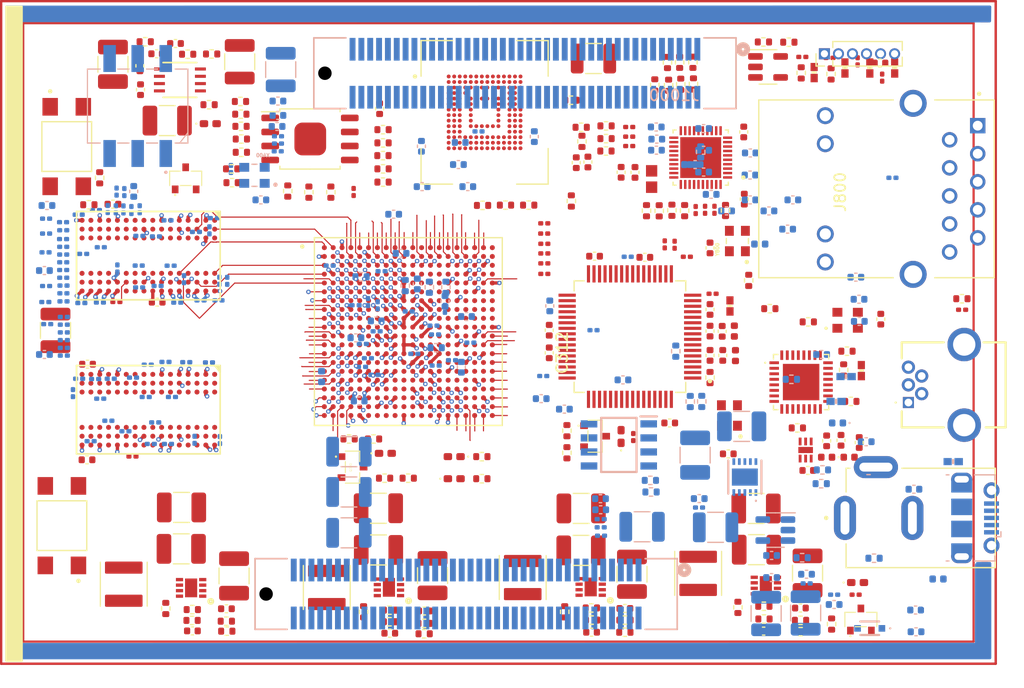
<source format=kicad_pcb>
(kicad_pcb (version 20221018) (generator pcbnew)
  (layers (0 "F.Cu" signal) (1 "In1.Cu" power) (2 "In2.Cu" power) (3 "In3.Cu" signal) (4 "In4.Cu" power) (5 "In5.Cu" signal) (6 "In6.Cu" power) (7 "In7.Cu" signal) (8 "In8.Cu" power) (31 "B.Cu" signal) (34 "B.Paste" user) (35 "F.Paste" user) (36 "B.SilkS" user "B.Silkscreen") (37 "F.SilkS" user "F.Silkscreen") (38 "B.Mask" user) (39 "F.Mask" user) (44 "Edge.Cuts" user))
  (net 0 "")
  (net 1 "Net-(D100-K)")
  (net 2 "/1. Power/PWR_EN")
  (net 3 "/1. Power/eFuse_SS")
  (net 4 "Net-(U100-OUT_1)")
  (net 5 "Net-(U105-VTT_IN)")
  (net 6 "/1. Power/DDR_VTT_EN")
  (net 7 "Net-(U105-VCC)")
  (net 8 "Net-(U105-VTT)")
  (net 9 "Net-(U105-VREF)")
  (net 10 "GNDPWR")
  (net 11 "Net-(#PWR2-Pad)")
  (net 12 "GNDREF")
  (net 13 "Net-(#PWR6-Pad)")
  (net 14 "Net-(#PWR9-Pad)")
  (net 15 "Net-(#PWR12-Pad)")
  (net 16 "Net-(U200D-VCCPLL)")
  (net 17 "Net-(U200D-VCCBATT_0)")
  (net 18 "Net-(U200D-VCCADC_0)")
  (net 19 "Net-(#PWR203-Pad)")
  (net 20 "Net-(#PWR204-Pad)")
  (net 21 "Net-(#PWR206-Pad)")
  (net 22 "Net-(#PWR205-Pad)")
  (net 23 "Net-(U200I-VCCO_0)")
  (net 24 "Net-(#PWR212-Pad)")
  (net 25 "Net-(#PWR211-Pad)")
  (net 26 "Net-(J304-VDD)")
  (net 27 "/3. Zynq Config, JTAG, Debug/FTDI VPLL")
  (net 28 "/3. Zynq Config, JTAG, Debug/FTDI VPHY")
  (net 29 "Net-(U300-VCORE-1)")
  (net 30 "Net-(U300-VCCIO-1)")
  (net 31 "Net-(#PWR213-Pad)")
  (net 32 "Net-(U300-VREGOUT)")
  (net 33 "Net-(U301-VCC)")
  (net 34 "Net-(X300-EN)")
  (net 35 "Net-(J302-VBUS)")
  (net 36 "/3. Zynq Config, JTAG, Debug/VUSB FILTER")
  (net 37 "Net-(U400-VCC)")
  (net 38 "Net-(U401-VCC)")
  (net 39 "Net-(U404-VCC)")
  (net 40 "Net-(X400-EN)")
  (net 41 "Net-(#PWR214-Pad)")
  (net 42 "Net-(U403A-VDDI)")
  (net 43 "Net-(#PWR228-Pad)")
  (net 44 "Net-(U200A-PS_DDR_VREF0_502)")
  (net 45 "Net-(#PWR229-Pad)")
  (net 46 "Net-(U700B-VREFCA)")
  (net 47 "Net-(U700B-VDD1)")
  (net 48 "Net-(U700B-VDDQ1)")
  (net 49 "Net-(U701B-VREFCA)")
  (net 50 "Net-(U701B-VDD1)")
  (net 51 "Net-(U701B-VDDQ1)")
  (net 52 "Net-(U800-DVDD33)")
  (net 53 "Net-(U800-DVDD_RG)")
  (net 54 "Net-(U800-DVDD10)")
  (net 55 "Net-(#PWR429-Pad)")
  (net 56 "Net-(#PWR702-Pad)")
  (net 57 "Net-(Y800-EN)")
  (net 58 "Net-(C812-Pad1)")
  (net 59 "Net-(#PWR714-Pad)")
  (net 60 "Net-(Y900-EN)")
  (net 61 "Net-(U900-VBAT)")
  (net 62 "Net-(U900-VDDIO)")
  (net 63 "/9. USB 2.0 High-Speed (OTG)/USB HS VBUS FILT")
  (net 64 "Net-(J900-VCC)")
  (net 65 "Net-(D903-A)")
  (net 66 "Net-(D100-A)")
  (net 67 "/1. Power/LED_PWR_C")
  (net 68 "/1. Power/LED_PWR_A")
  (net 69 "/3. Zynq Config, JTAG, Debug/LED_DONE_C ")
  (net 70 "/3. Zynq Config, JTAG, Debug/LED_DONE_A ")
  (net 71 "Net-(J304-TDI)")
  (net 72 "Net-(J304-TDO)")
  (net 73 "Net-(J304-TCK)")
  (net 74 "Net-(J304-TMS)")
  (net 75 "Net-(D305-K)")
  (net 76 "/3. Zynq Config, JTAG, Debug/USB FTDI D N")
  (net 77 "/3. Zynq Config, JTAG, Debug/FTDI_RX_LED_K")
  (net 78 "/3. Zynq Config, JTAG, Debug/FTDI_RX_LED_A")
  (net 79 "/3. Zynq Config, JTAG, Debug/FTDI_TX_LED_K")
  (net 80 "/3. Zynq Config, JTAG, Debug/FTDI_TX_LED_A")
  (net 81 "Net-(D400-K)")
  (net 82 "Net-(D400-A)")
  (net 83 "Net-(D500-K)")
  (net 84 "Net-(D500-A)")
  (net 85 "/9. USB 2.0 High-Speed (OTG)/USB HS D N")
  (net 86 "/9. USB 2.0 High-Speed (OTG)/USB HS D P")
  (net 87 "/9. USB 2.0 High-Speed (OTG)/USB HS ID")
  (net 88 "Net-(#PWR820-Pad)")
  (net 89 "Net-(#PWR825-Pad)")
  (net 90 "Net-(#PWR821-Pad)")
  (net 91 "Net-(U100-IN_1)")
  (net 92 "/1. Power/eFuse_VCP")
  (net 93 "/1. Power/eFuse_ILIM")
  (net 94 "Net-(U300-ADBUS5)")
  (net 95 "/3. Zynq Config, JTAG, Debug/USB FTDI D P")
  (net 97 "/8. Gigabit Ethernet/ETH PHY RXD1")
  (net 98 "/8. Gigabit Ethernet/ETH PHY RXD0")
  (net 99 "Net-(J800-Pad12)")
  (net 100 "Net-(J800-Pad13)")
  (net 101 "Net-(#PWR827-Pad)")
  (net 103 "Net-(#PWR210-Pad)")
  (net 104 "Net-(#PWR304-Pad)")
  (net 111 "Net-(#PWR323-Pad)")
  (net 112 "Net-(#PWR813-Pad)")
  (net 113 "Net-(#PWR917-Pad)")
  (net 114 "Net-(#PWR924-Pad)")
  (net 115 "/8. Gigabit Ethernet/ETH REG OUT")
  (net 116 "Net-(Q100-G)")
  (net 117 "/3. Zynq Config, JTAG, Debug/DONE")
  (net 118 "Net-(Q400-G)")
  (net 119 "Net-(Q500-G)")
  (net 120 "Net-(#PWR919-Pad)")
  (net 121 "Net-(#PWR920-Pad)")
  (net 122 "/1. Power/PG_1V35")
  (net 123 "Net-(#PWR918-Pad)")
  (net 124 "/3. Zynq Config, JTAG, Debug/NINIT")
  (net 125 "/3. Zynq Config, JTAG, Debug/NPROGARAM")
  (net 126 "Net-(#PWR922-Pad)")
  (net 127 "/3. Zynq Config, JTAG, Debug/M0")
  (net 128 "/3. Zynq Config, JTAG, Debug/M2")
  (net 129 "/3. Zynq Config, JTAG, Debug/M1")
  (net 130 "/3. Zynq Config, JTAG, Debug/M3")
  (net 131 "Net-(#PWR7-Pad)")
  (net 132 "/3. Zynq Config, JTAG, Debug/M4")
  (net 133 "Net-(#PWR18-Pad)")
  (net 134 "/3. Zynq Config, JTAG, Debug/FTDI NRST")
  (net 135 "Net-(U301-DO)")
  (net 136 "Net-(#PWR25-Pad)")
  (net 137 "/3. Zynq Config, JTAG, Debug/FTDI EEDAT")
  (net 138 "/3. Zynq Config, JTAG, Debug/FTDI EECLK")
  (net 139 "Net-(#PWR307-Pad)")
  (net 140 "/3. Zynq Config, JTAG, Debug/FTDI EECS")
  (net 141 "/3. Zynq Config, JTAG, Debug/FTDI REF")
  (net 142 "/3. Zynq Config, JTAG, Debug/FTDI TCK")
  (net 143 "/3. Zynq Config, JTAG, Debug/FTDI TDI")
  (net 144 "/3. Zynq Config, JTAG, Debug/FTDI TDO")
  (net 145 "/3. Zynq Config, JTAG, Debug/FTDI TMS")
  (net 147 "/3. Zynq Config, JTAG, Debug/FTDI TX")
  (net 148 "/3. Zynq Config, JTAG, Debug/FTDI RX")
  (net 149 "Net-(#PWR302-Pad)")
  (net 150 "/3. Zynq Config, JTAG, Debug/CLK 12 MHZ")
  (net 151 "/3. Zynq Config, JTAG, Debug/FTDI OSCI")
  (net 152 "Net-(#PWR314-Pad)")
  (net 153 "Net-(#PWR341-Pad)")
  (net 154 "Net-(#PWR339-Pad)")
  (net 155 "Net-(#PWR318-Pad)")
  (net 156 "Net-(#PWR403-Pad)")
  (net 157 "Net-(#PWR407-Pad)")
  (net 158 "Net-(#PWR409-Pad)")
  (net 159 "/4. Zynq Processing System (PS)/FLASH CLK M4")
  (net 160 "/4. Zynq Processing System (PS)/CLK 33M33")
  (net 161 "Net-(#PWR401-Pad)")
  (net 163 "Net-(U403A-~{RST})")
  (net 164 "Net-(U403A-CLK)")
  (net 165 "Net-(#PWR414-Pad)")
  (net 166 "/5. Zynq Programmable Logic (PL)/NPUDC")
  (net 167 "/5. Zynq Programmable Logic (PL)/LED PL")
  (net 168 "Net-(#PWR417-Pad)")
  (net 169 "DDR BA1")
  (net 170 "DDR BA2")
  (net 171 "DDR A0")
  (net 172 "DDR A1")
  (net 173 "DDR ODT")
  (net 174 "DDR A2")
  (net 175 "DDR A3")
  (net 176 "DDR A4")
  (net 177 "DDR A5")
  (net 178 "DDR A6")
  (net 179 "DDR A7")
  (net 180 "DDR A8")
  (net 181 "DDR A9")
  (net 182 "DDR A10")
  (net 183 "DDR A11")
  (net 184 "DDR A12")
  (net 185 "DDR A13")
  (net 186 "DDR A14")
  (net 187 "Net-(U300-VREGIN)")
  (net 188 "/6. Zynq DDR Interface & Termination/DDR NRST")
  (net 189 "Net-(U200A-PS_DDR_VRN_502)")
  (net 190 "Net-(#PWR419-Pad)")
  (net 191 "Net-(U200A-PS_DDR_VRP_502)")
  (net 192 "Net-(#PWR425-Pad)")
  (net 193 "/8. Gigabit Ethernet/ETH PHY RXD2")
  (net 194 "/8. Gigabit Ethernet/ETH PHY RXD3")
  (net 195 "/8. Gigabit Ethernet/ETH PHY RXCTL")
  (net 196 "/8. Gigabit Ethernet/ETH PHY RXCLK")
  (net 197 "Net-(#PWR502-Pad)")
  (net 198 "/8. Gigabit Ethernet/CLK 25MHZ")
  (net 199 "/8. Gigabit Ethernet/ETH CLK 25MHZ")
  (net 200 "/8. Gigabit Ethernet/ETH XTAL IN")
  (net 201 "/8. Gigabit Ethernet/ETH XTALOUT")
  (net 202 "/8. Gigabit Ethernet/PL CLK 125 MHZ")
  (net 203 "Net-(#PWR500-Pad)")
  (net 204 "Net-(U800-LED0{slash}CFG_EXT)")
  (net 205 "Net-(U800-LED1{slash}CFG_LDO0)")
  (net 206 "Net-(U800-LED2{slash}CFG_LDO1)")
  (net 207 "/8. Gigabit Ethernet/ETH RSET")
  (net 208 "Net-(#PWR603-Pad)")
  (net 209 "/9. USB 2.0 High-Speed (OTG)/USB PHY RBIAS")
  (net 210 "/9. USB 2.0 High-Speed (OTG)/USB PHY VBUS")
  (net 211 "/9. USB 2.0 High-Speed (OTG)/USB ILM")
  (net 212 "/9. USB 2.0 High-Speed (OTG)/CLK 13MHZ")
  (net 213 "/9. USB 2.0 High-Speed (OTG)/USB REFCLK 13MHZ")
  (net 226 "Net-(#PWR806-Pad)")
  (net 231 "/5. Zynq Programmable Logic (PL)/PL B34 L22 N")
  (net 232 "/5. Zynq Programmable Logic (PL)/PL B34 L22 P")
  (net 263 "Net-(U200I-RSVDVCC1)")
  (net 278 "Net-(U200E-CFGBVS_0)")
  (net 286 "/5. Zynq Programmable Logic (PL)/PL B35 L24 N")
  (net 287 "/5. Zynq Programmable Logic (PL)/PL B35 IO25")
  (net 292 "/5. Zynq Programmable Logic (PL)/PL B35 L16 N")
  (net 293 "/5. Zynq Programmable Logic (PL)/PL B35 L16 P")
  (net 443 "+5V")
  (net 444 "Earth")
  (net 445 "/1. Power/PG_1V0")
  (net 447 "/1. Power/FB 1V0")
  (net 451 "/1. Power/SW_1V0")
  (net 452 "/1. Power/EN_1V0")
  (net 477 "Net-(U901-VIN)")
  (net 479 "Net-(U900-REFSEL2)")
  (net 483 "Net-(#PWR808-Pad)")
  (net 484 "Net-(#PWR814-Pad)")
  (net 485 "Net-(#PWR916-Pad)")
  (net 486 "Net-(#PWR313-Pad)")
  (net 487 "Net-(#PWR230-Pad)")
  (net 488 "DDR DQ0")
  (net 489 "DDR DQ1")
  (net 490 "DDR CK N")
  (net 491 "DDR CK P")
  (net 492 "/7. 1GB DDR3L Modules/DDR ZQ1")
  (net 493 "DDR DM0")
  (net 494 "DDR DQ2")
  (net 495 "DDR DQ3")
  (net 496 "DDR DQS0 N")
  (net 497 "DDR DQ6")
  (net 498 "DDR DQS0 P")
  (net 499 "DDR DQ5")
  (net 500 "DDR DQ4")
  (net 501 "DDR DQ7")
  (net 502 "DDR DQ8")
  (net 503 "DDR DQ9")
  (net 504 "DDR DM1")
  (net 505 "DDR DQS1 N")
  (net 506 "DDR DQS1 P")
  (net 507 "DDR DQ10")
  (net 508 "DDR DQ14")
  (net 509 "DDR DQ13")
  (net 510 "DDR DQ11")
  (net 511 "DDR DQ15")
  (net 512 "DDR DQ12")
  (net 513 "DDR DQ16")
  (net 514 "DDR DQ17")
  (net 515 "DDR DQ19")
  (net 516 "DDR DQS2 P")
  (net 517 "DDR DQ18")
  (net 518 "DDR DM2")
  (net 519 "DDR DQS2 N")
  (net 520 "DDR DQ20")
  (net 521 "DDR DQ22")
  (net 522 "DDR DQ23")
  (net 523 "DDR DQ21")
  (net 524 "DDR DQ24")
  (net 525 "DDR DQ30")
  (net 526 "DDR DQ31")
  (net 527 "DDR DQ26")
  (net 528 "DDR DQ29")
  (net 529 "DDR DQS3 N")
  (net 530 "DDR DQS3 P")
  (net 531 "DDR DM3")
  (net 532 "DDR DQ28")
  (net 533 "DDR DQ25")
  (net 534 "DDR DQ27")
  (net 535 "DDR NRST")
  (net 536 "DDR CKE")
  (net 537 "Net-(#PWR601-Pad)")
  (net 538 "DDR BA0")
  (net 540 "DDR NRAS")
  (net 541 "DDR NCAS")
  (net 542 "DDR NCS")
  (net 543 "PG 3V3")
  (net 544 "/7. 1GB DDR3L Modules/DDR ZQ2")
  (net 546 "Net-(U200B-PS_MIO49_501)")
  (net 547 "Net-(U200B-PS_MIO47_501)")
  (net 548 "Net-(U200B-PS_MIO45_501)")
  (net 549 "Net-(U200B-PS_MIO43_501)")
  (net 550 "Net-(U200B-PS_MIO41_501)")
  (net 551 "Net-(U200B-PS_MIO39_501)")
  (net 552 "MIO VREF 0V9")
  (net 553 "PS NRST")
  (net 554 "PS NPOR")
  (net 555 "PL B35 L23 P")
  (net 556 "PL B35 L23 N")
  (net 557 "PL B35 L7 P")
  (net 558 "PL B35 L22 N")
  (net 559 "PL B35 L7 N")
  (net 560 "PL B35 L22 P")
  (net 561 "PL B35 L9 P")
  (net 562 "PL B35 L8 P")
  (net 563 "PL B35 L9 N")
  (net 564 "PL B35 L8 N")
  (net 565 "PL B35 IO25")
  (net 566 "PL B35 L11 N")
  (net 567 "PL B35 L24 N")
  (net 568 "PL B35 L14 P")
  (net 569 "PL B35 L13 P")
  (net 570 "PL B35 L14 N")
  (net 571 "PL B35 L13 N")
  (net 572 "PL B34 L16 N")
  (net 573 "PL B35 L5 N")
  (net 574 "PL B35 L16 P")
  (net 575 "PL B35 L3 P")
  (net 576 "PL B35 L3 N")
  (net 577 "PL B35 L6 N")
  (net 578 "PL B35 L6 P")
  (net 579 "PL B35 L20 N")
  (net 580 "MIO49")
  (net 581 "PL B35 L20 P")
  (net 582 "MIO 50")
  (net 583 "MIO50")
  (net 584 "PL B34 L14 N")
  (net 585 "PWR EN")
  (net 586 "PL B34 L16 P")
  (net 587 "PL B34 L15 N")
  (net 588 "PL B34 L15 P")
  (net 589 "PL B34 L17 N")
  (net 590 "PL B34 L17 P")
  (net 591 "PL B34 L22 N")
  (net 592 "PL B34 L22 P")
  (net 593 "PL B34 L10 N")
  (net 594 "PL B34 L10 P")
  (net 595 "PL B34 L7 N")
  (net 596 "PL B34 L7 P")
  (net 597 "PL B34 L18 N")
  (net 598 "PL B34 L18 P")
  (net 599 "PL B34 L4 N")
  (net 600 "PL B34 L4 P")
  (net 601 "PL B34 L8 N")
  (net 602 "PL B34 L8 P")
  (net 603 "PL B34 L11 N")
  (net 604 "PL B34 L11 P")
  (net 605 "TDI")
  (net 606 "TMS")
  (net 607 "TDO")
  (net 608 "TCK")
  (net 609 "VCFG0")
  (net 610 "UART TX VCFG1")
  (net 611 "ETH PHY TXCLK")
  (net 612 "ETH PHY TXD0")
  (net 613 "ETH PHY TXD1")
  (net 614 "ETH PHY TXD2")
  (net 615 "ETH PHY TXD3")
  (net 616 "ETH PHY TXCTL")
  (net 617 "PS LED")
  (net 618 "ETH NRST")
  (net 619 "ETH NRST +3V3")
  (net 620 "QSPI NSC")
  (net 621 "QSPI CLK")
  (net 622 "PS CLK 33M33")
  (net 623 "SD D0")
  (net 624 "SD D1")
  (net 625 "SD D2")
  (net 626 "SD D3")
  (net 627 "SD CLK")
  (net 628 "ETH RXD0")
  (net 629 "ETH RXD1")
  (net 630 "ETH RXD2")
  (net 631 "ETH RXD3")
  (net 632 "ETH RXCTL")
  (net 633 "ETH RXCLK")
  (net 634 "ETH NINT")
  (net 635 "ETH MDIO")
  (net 636 "USB NRST")
  (net 637 "USB PHY CPEN")
  (net 638 "QSPI DQ3 M0")
  (net 639 "MIO43")
  (net 640 "USB DATA5")
  (net 641 "USB CLK")
  (net 642 "USB DATA3")
  (net 643 "USB DATA1")
  (net 644 "UART1 RX")
  (net 645 "QSPI DQ2 M2")
  (net 646 "QSPI DQ0 M3")
  (net 647 "MIO51")
  (net 648 "MIO48")
  (net 649 "MIO47")
  (net 650 "MIO45")
  (net 651 "SD CMD")
  (net 652 "ETH MDC")
  (net 653 "USB STP")
  (net 654 "USB NXT")
  (net 655 "USB DIR")
  (net 656 "USB DATA7")
  (net 657 "QSPI DQ1 M1")
  (net 658 "USB DATA2")
  (net 659 "MIO46")
  (net 660 "USB DATA6")
  (net 661 "USB DATA0")
  (net 662 "USB DATA4")
  (net 663 "MIO44")
  (net 664 "PL CLK 125 MHZ")
  (net 665 "FLASH_CLK_M4")
  (net 666 "UART1_RX")
  (net 667 "UART1 TX VCFG1")
  (footprint "Package_TO_SOT_SMD:SOT-23-5" (layer "F.Cu") (at 188.3975 61.96)
    (fp_text reference "U401" hide)
    (fp_text value "SN74LVC1G14DBV")
  )
  (footprint "Resistor_SMD:R_0402_1005Metric" (layer "F.Cu") (at 179.4 63.62 90)
    (fp_text reference "R808" hide)
    (fp_text value "22R")
  )
  (footprint "Resistor_SMD:R_0402_1005Metric" (layer "F.Cu") (at 191.4 62.5 90)
    (fp_text reference "R301" hide)
    (fp_text value "4k7")
  )
  (footprint "MountingHole:MountingHole_2.1mm" (layer "F.Cu") (at 203 62)
    (fp_text reference "H901" hide)
    (fp_text value "MountingHole")
  )
  (footprint "Diode_SMD:D_0402_1005Metric" (layer "F.Cu") (at 193.7 97.3 180)
    (fp_text reference "D903" hide)
    (fp_text value "PMEG1030EJ")
  )
  (footprint "Resistor_SMD:R_0402_1005Metric" (layer "F.Cu") (at 170.6 74.1 90)
    (fp_text reference "R424" hide)
    (fp_text value "68K")
  )
  (footprint "Capacitor_SMD:C_1210_3225Metric_Pad1.33x2.70mm_HandSolder" (layer "F.Cu") (at 153.1375 101.925)
    (fp_text reference "C108" hide)
    (fp_text value "22u")
  )
  (footprint "LED_SMD:LED_0402_1005Metric_Pad0.77x0.64mm_HandSolder" (layer "F.Cu") (at 160 99.25)
    (fp_text reference "D308" hide)
    (fp_text value "LED_G")
  )
  (footprint "Capacitor_SMD:C_0402_1005Metric" (layer "F.Cu") (at 136.31 113.03)
    (fp_text reference "C116" hide)
    (fp_text value "22p")
  )
  (footprint "CON-SOCJ-2155:GRAVITECH_CON-SOCJ-2155" (layer "F.Cu") (at 201.46 102.8 180)
    (fp_text reference "J100" hide)
    (fp_text value "Barrel_Jack_Switch")
  )
  (footprint "USB3320C-EZK-TR:QFN50P500X500X100-33N330X330" (layer "F.Cu") (at 191.39 90.5)
    (fp_text reference "U900" hide)
    (fp_text value "USB3320C-EZK-TR")
  )
  (footprint "RTL8211F-CG:QFN40P500X500X90-41N" (layer "F.Cu") (at 182.305 70.17 180)
    (fp_text reference "U800" hide)
    (fp_text value "RTL8211F-CG")
  )
  (footprint "T2N7002AK,LM:TBAT54CLM" (layer "F.Cu") (at 150.8 98.2 -90)
    (fp_text reference "Q300")
    (fp_text value "T2N7002AK,LM" hide)
  )
  (footprint "MountingHole:MountingHole_2.1mm" (layer "F.Cu") (at 125 110)
    (fp_text reference "H904" hide)
    (fp_text value "MountingHole" hide)
  )
  (footprint "Resistor_SMD:R_0402_1005Metric" (layer "F.Cu") (at 190.28 59.72)
    (fp_text reference "R416" hide)
    (fp_text value "100K")
  )
  (footprint "Resistor_SMD:R_0402_1005Metric" (layer "F.Cu") (at 127.92 72 90)
    (fp_text reference "R304" hide)
    (fp_text value "4k7")
  )
  (footprint "Resistor_SMD:R_0402_1005Metric" (layer "F.Cu") (at 144.94 73.2 90)
    (fp_text reference "R319" hide)
    (fp_text value "20K")
  )
  (footprint "Capacitor_SMD:C_1210_3225Metric_Pad1.33x2.70mm_HandSolder" (layer "F.Cu") (at 135.325 101.85 180)
    (fp_text reference "C118" hide)
    (fp_text value "22u")
  )
  (footprint "Capacitor_SMD:C_1210_3225Metric" (layer "F.Cu") (at 140.59 61.49 90)
    (fp_text reference "C209" hide)
    (fp_text value "100u")
  )
  (footprint "Inductor_SMD:L_Abracon_ASPI-4030S" (layer "F.Cu") (at 182.0725 107.82 -90)
    (fp_text reference "L103" hide)
    (fp_text value "2u2")
  )
  (footprint "Resistor_SMD:R_0402_1005Metric" (layer "F.Cu") (at 133.9 111 90)
    (fp_text reference "R115" hide)
    (fp_text value "12k")
  )
  (footprint "Capacitor_SMD:C_0402_1005Metric" (layer "F.Cu") (at 153.25 65.74 90)
    (fp_text reference "C404" hide)
    (fp_text value "100n")
  )
  (footprint "Resistor_SMD:R_0201_0603Metric" (layer "F.Cu") (at 196.3225 109.75)
    (fp_text reference "R124" hide)
    (fp_text value "510R")
  )
  (footprint "Package_SO:SOIC-8_5.23x5.23mm_P1.27mm" (layer "F.Cu") (at 146.95 68.485)
    (fp_text reference "U404" hide)
    (fp_text value "W25Q128JVEIQ")
  )
  (footprint "Capacitor_SMD:C_0402_1005Metric" (layer "F.Cu") (at 129.12 74.39)
    (fp_text reference "C702" hide)
    (fp_text value "4u7")
  )
  (footprint "Resistor_SMD:R_0402_1005Metric" (layer "F.Cu") (at 140.69 66.24)
    (fp_text reference "R313" hide)
    (fp_text value "1K")
  )
  (footprint "Capacitor_SMD:C_0402_1005Metric" (layer "F.Cu") (at 133.08 60.77)
    (fp_text reference "C125" hide)
    (fp_text value "4u7")
  )
  (footprint "LED_SMD:LED_0402_1005Metric_Pad0.77x0.64mm_HandSolder" (layer "F.Cu") (at 175.1 95.4275 90)
    (fp_text reference "D500" hide)
    (fp_text value "GREEN")
  )
  (footprint "HR911130A:HANRUN_HR911130A" (layer "F.Cu") (at 198.48 73 90)
    (fp_text reference "J800")
    (fp_text value "HR911130A")
  )
  (footprint "Capacitor_SMD:C_0402_1005Metric" (layer "F.Cu") (at 184.3 88.08 90)
    (fp_text reference "C305" hide)
    (fp_text value "4u7")
  )
  (footprint "Resistor_SMD:R_0402_1005Metric" (layer "F.Cu") (at 162.5 97.25)
    (fp_text reference "R337" hide)
    (fp_text value "510R")
  )
  (footprint "Capacitor_SMD:C_0402_1005Metric" (layer "F.Cu") (at 198.6 84.8 90)
    (fp_text reference "C900" hide)
    (fp_text value "100n")
  )
  (footprint "ECS-2520MV-120-BN-TR:ECS2520MV120BNTR" (layer "F.Cu") (at 184.905 93.525 90)
    (fp_text reference "X300" hide)
    (fp_text value "ECS-2520MV-120-BN-TR" hide)
  )
  (footprint "Resistor_SMD:R_0402_1005Metric" (layer "F.Cu") (at 183.15 90.09 90)
    (fp_text reference "R338" hide)
    (fp_text value "20K")
  )
  (footprint "Capacitor_SMD:C_0402_1005Metric" (layer "F.Cu") (at 131.56 61.86 90)
    (fp_text reference "C126" hide)
    (fp_text value "4u7")
  )
  (footprint "Resistor_SMD:R_0402_1005Metric" (layer "F.Cu") (at 136.3 111.1)
    (fp_text reference "R117" hide)
    (fp_text value "100K")
  )
  (footprint "Capacitor_SMD:C_1210_3225Metric" (layer "F.Cu") (at 123.92 85.815 90)
    (fp_text reference "C230" hide)
    (fp_text value "100u")
  )
  (footprint "Capacitor_SMD:C_0402_1005Metric" (layer "F.Cu") (at 183.15 85.88 90)
    (fp_text reference "C304" hide)
    (fp_text value "100n")
  )
  (footprint "Capacitor_SMD:C_1210_3225Metric_Pad1.33x2.70mm_HandSolder" (layer "F.Cu") (at 171.475 105.74)
    (fp_text reference "C112" hide)
    (fp_text value "22u")
  )
  (footprint "Resistor_SMD:R_0402_1005Metric" (layer "F.Cu") (at 178.15 63.59 90)
    (fp_text reference "R801" hide)
    (fp_text value "4K7")
  )
  (footprint "Resistor_SMD:R_0402_1005Metric" (layer "F.Cu") (at 194.1024 62.595 90)
    (fp_text reference "R300" hide)
    (fp_text value "4k7")
  )
  (footprint "Resistor_SMD:R_0402_1005Metric" (layer "F.Cu") (at 179.3 61.56 90)
    (fp_text reference "R803" hide)
    (fp_text value "1K")
  )
  (footprint "LED_SMD:LED_0402_1005Metric_Pad0.77x0.64mm_HandSolder" (layer "F.Cu") (at 160 97.25 180)
    (fp_text reference "D309" hide)
    (fp_text value "LED_G")
  )
  (footprint "XC7Z007S-1CLG400CXC7Z007S-1CLG400C:BGA400C80P20X20_1700X1700X160N" (layer "F.Cu") (at 155.85 85.925)
    (fp_text reference "U200" hide)
    (fp_text value "XC7Z007S-1CLG400C" hide)
  )
  (footprint "Resistor_SMD:R_0402_1005Metric" (layer "F.Cu") (at 135.88 60.81 180)
    (fp_text reference "R125" hide)
    (fp_text value "12k")
  )
  (footprint "LED_SMD:LED_0402_1005Metric_Pad0.77x0.64mm_HandSolder" (layer "F.Cu") (at 137.9275 67.1)
    (fp_text reference "D400" hide)
    (fp_text value "D400")
  )
  (footprint "Capacitor_SMD:C_0402_1005Metric" (layer "F.Cu") (at 131.6159 64.02 90)
    (fp_text reference "C128" hide)
    (fp_text value "4u7")
  )
  (footprint "Resistor_SMD:R_0201_0603Metric" (layer "F.Cu") (at 191.5 61.055)
    (fp_text reference "R308" hide)
    (fp_text value "22R")
  )
  (footprint "Resistor_SMD:R_0201_0603Metric" (layer "F.Cu") (at 183.55 74.895 -90)
    (fp_text reference "R815" hide)
    (fp_text value "22R")
  )
  (footprint "Capacitor_SMD:C_0402_1005Metric" (layer "F.Cu") (at 191.3275 110.96)
    (fp_text reference "C120" hide)
    (fp_text value "100n")
  )
  (footprint "Resistor_SMD:R_0402_1005Metric" (layer "F.Cu") (at 170.2 94.9 90)
    (fp_text reference "R502" hide)
    (fp_text value "12K")
  )
  (footprint "CG0402MLU-3.3G:VARC1005X41N" (layer "F.Cu") (at 196.84 89.45 90)
    (fp_text reference "D902" hide)
    (fp_text value "CG0402MLU-3.3G" hide)
  )
  (footprint "Capacitor_SMD:C_1210_3225Metric_Pad1.33x2.70mm_HandSolder" (layer "F.Cu") (at 191.9725 107.8 90)
    (fp_text reference "C119" hide)
    (fp_text value "22u")
  )
  (footprint "TL3305BF160QG:SW_TL3305BF160QG" (layer "F.Cu") (at 124.5 103.5 90)
    (fp_text reference "SW400" hide)
    (fp_text value "TL3305BF160QG" hide)
  )
  (footprint "Resistor_SMD:R_0201_0603Metric" (layer "F.Cu") (at 181.85 74.92 -90)
    (fp_text reference "R817" hide)
    (fp_text value "22R")
  )
  (footprint "Resistor_SMD:R_0402_1005Metric" (layer "F.Cu") (at 191.3475 113.1)
    (fp_text reference "R118" hide)
    (fp_text value "12k")
  )
  (footprint "SON50:SON50P200X200X65-9N" (layer "F.Cu") (at 172.35 109.05 180)
    (fp_text reference "U102" hide)
    (fp_text value "SY8003ADFC" hide)
  )
  (footprint "Capacitor_SMD:C_0402_1005Metric" (layer "F.Cu") (at 177.25 79.2 180)
    (fp_text reference "C310" hide)
    (fp_text value "100n")
  )
  (footprint "LED_SMD:LED_0402_1005Metric_Pad0.77x0.64mm_HandSolder" (layer "F.Cu") (at 196.5 108.65)
    (fp_text reference "D101" hide)
    (fp_text value "LED")
  )
  (footprint "LED_SMD:LED_0402_1005Metric_Pad0.77x0.64mm_HandSolder" (layer "F.Cu") (at 153.77 96.95)
    (fp_text reference "D300" hide)
    (fp_text value "LED_G")
  )
  (footprint "Resistor_SMD:R_0201_0603Metric" (layer "F.Cu") (at 183.38 82.5 180)
    (fp_text reference "R329" hide)
    (fp_text value "22R")
  )
  (footprint "Capacitor_SMD:C_0402_1005Metric" (layer "F.Cu") (at 172.7 79.1 180)
    (fp_text reference "C311" hide)
    (fp_text value "100n")
  )
  (footprint "Capacitor_SMD:C_1210_3225Metric_Pad1.33x2.70mm_HandSolder" (layer "F.Cu") (at 135.3 105.6 180)
    (fp_text reference "C117" hide)
    (fp_text value "22u")
  )
  (footprint "T2N7002AK,LM:TBAT54CLM" (layer "F.Cu") (at 135.7 72.05)
    (fp_text reference "Q400" hide)
    (fp_text value "T2N7002AK,LM" hide)
  )
  (footprint "Capacitor_SMD:C_0402_1005Metric" (layer "F.Cu") (at 179.5 94.2)
    (fp_text reference "C308" hide)
    (fp_text value "100n")
  )
  (footprint "BD3539FVM-TR:MSOP8_ROM" (layer "F.Cu") (at 135.18 63.14)
    (fp_text reference "U105" hide)
    (fp_text value "BD3539FVM-TR" hide)
  )
  (footprint "Resistor_SMD:R_0402_1005Metric" (layer "F.Cu") (at 188.02 110.8 180)
    (fp_text reference "R122" hide)
    (fp_text value "100K")
  )
  (footprint "Resistor_SMD:R_0402_1005Metric" (layer "F.Cu") (at 154.15 111.15)
    (fp_text reference "R107" hide)
    (fp_text value "100K")
  )
  (footprint "Capacitor_SMD:C_0402_1005Metric" (layer "F.Cu") (at 184.25 85.9 90)
    (fp_text reference "C303" hide)
    (fp_text value "4u7")
  )
  (footprint "Capacitor_SMD:C_0402_1005Metric" (layer "F.Cu") (at 183.15 78.35 90)
    (fp_text reference "C811" hide)
    (fp_text value "100n")
  )
  (footprint "Resistor_SMD:R_0402_1005Metric" (layer "F.Cu") (at 192.04 85.05)
    (fp_text reference "R900" hide)
    (fp_text value "1k")
  )
  (footprint "Resistor_SMD:R_0201_0603Metric" (layer "F.Cu") (at 182.7 74.895 -90)
    (fp_text reference "R816" hide)
    (fp_text value "22R")
  )
  (footprint "LQM18PN3R3MGHD:INDC1608X100N" (layer "F.Cu") (at 177.864 72.111 90)
    (fp_text reference "L800" hide)
    (fp_text value "LQM18PN3R3MGHD")
  )
  (footprint "Resistor_SMD:R_0402_1005Metric" (layer "F.Cu") (at 153.56 71.19)
    (fp_text reference "R318" hide)
    (fp_text value "20K")
  )
  (footprint "Resistor_SMD:R_0402_1005Metric" (layer "F.Cu") (at 152.7 95.65)
    (fp_text reference "R302" hide)
    (fp_text value "4k7")
  )
  (footprint "Resistor_SMD:R_0402_1005Metric" (layer "F.Cu") (at 171.49 67.425)
    (fp_text reference "R426" hide)
    (fp_text value "12K")
  )
  (footprint "ft2232hl-reel:QFP50P1200X1200X160-64N" (layer "F.Cu") (at 175.9 86.38 180)
    (fp_text reference "U300" hide)
    (fp_text value "FT2232HL-REEL")
  )
  (footprint "Resistor_SMD:R_0201_0603Metric" (layer "F.Cu") (at 179.05 78.03 90)
    (fp_text reference "R332" hide)
    (fp_text value "22R")
  )
  (footprint "Resistor_SMD:R_0402_1005Metric" (layer "F.Cu") (at 139.38 112.15)
    (fp_text reference "R114" hide)
    (fp_text value "100k")
  )
  (footprint "Resistor_SMD:R_0402_1005Metric" (layer "F.Cu") (at 139.42 113.055)
    (fp_text reference "R113" hide)
    (fp_text value "12k")
  )
  (footprint "Resistor_SMD:R_0201_0603Metric" (layer "F.Cu") (at 181.05 79.15)
    (fp_text reference "R330" hide)
    (fp_text value "22R")
  )
  (footprint "Resistor_SMD:R_0402_1005Metric" (layer "F.Cu") (at 151.8 111.3 90)
    (fp_text reference "R105" hide)
    (fp_text value "12k")
  )
  (footprint "Resistor_SMD:R_0402_1005Metric" (layer "F.Cu") (at 170 111.3 90)
    (fp_text reference "R110" hide)
    (fp_text value "12k")
  )
  (footprint "T2N7002AK,LM:TBAT54CLM" (layer "F.Cu") (at 196.8 112)
    (fp_text reference "Q100" hide)
    (fp_text value "T2N7002AK,LM" hide)
  )
  (footprint "Resistor_SMD:R_0402_1005Metric" (layer "F.Cu") (at 175.45 112.05)
    (fp_text reference "R109" hide)
    (fp_text value "100k")
  )
  (footprint "Inductor_SMD:L_0402_1005Metric" (layer "F.Cu") (at 185.45 88.1 -90)
    (fp_text reference "FB302" hide)
    (fp_text value "120R")
  )
  (footprint "Resistor_SMD:R_0402_1005Metric" (layer "F.Cu") (at 180.4 61.54 90)
    (fp_text reference "R802" hide)
    (fp_text value "DNP_4K7")
  )
  (footprint "Resistor_SMD:R_0201_0603Metric" (layer "F.Cu") (at 175.835 68.275)
    (fp_text reference "R811" hide)
    (fp_text value "22R")
  )
  (footprint "Resistor_SMD:R_0402_1005Metric" (layer "F.Cu") (at 180.5 63.53 90)
    (fp_text reference "R809" hide)
    (fp_text value "22R")
  )
  (footprint "Capacitor_SMD:C_1210_3225Metric_Pad1.33x2.70mm_HandSolder" (layer "F.Cu") (at 140.08 108.05 90)
    (fp_text reference "C114" hide)
    (fp_text value "22u")
  )
  (footprint "Resistor_SMD:R_0402_1005Metric" (layer "F.Cu") (at 188.03 111.95)
    (fp_text reference "R121" hide)
    (fp_text value "453K")
  )
  (footprint "CG0402MLU-3.3G:VARC1005X41N" (layer "F.Cu") (at 199.855 62.045 90)
    (fp_text reference "D303" hide)
    (fp_text value "CG0402MLU-3.3G" hide)
  )
  (footprint "Resistor_SMD:R_0201_0603Metric" (layer "F.Cu") (at 179.945 78.06 90)
    (fp_text reference "R331" hide)
    (fp_text value "22R")
  )
  (footprint "Resistor_SMD:R_0402_1005Metric" (layer "F.Cu") (at 177.4 74.98 90)
    (fp_text reference "R813" hide)
    (fp_text value "1K")
  )
  (footprint "Capacitor_SMD:C_0402_1005Metric" (layer "F.Cu") (at 186.25 73.93 90)
    (fp_text reference "C807" hide)
    (fp_text value "100n")
  )
  (footprint "Resistor_SMD:R_0402_1005Metric" (layer "F.Cu") (at 138.05 60.79)
    (fp_text reference "R126" hide)
    (fp_text value "100k")
  )
  (footprint "Capacitor_SMD:C_0402_1005Metric" (layer "F.Cu") (at 172.1 70.57 90)
    (fp_text reference "C412" hide)
    (fp_text value "100n")
  )
  (footprint "Resistor_SMD:R_0402_1005Metric" (layer "F.Cu") (at 137.82 65.38)
    (fp_text reference "R412" hide)
    (fp_text value "510R")
  )
  (footprint "CG0402MLU-3.3G:VARC1005X41N" (layer "F.Cu") (at 195.355 62.045 90)
    (fp_text reference "D301" hide)
    (fp_text value "CG0402MLU-3.3G" hide)
  )
  (footprint "Resistor_SMD:R_0402_1005Metric" (layer "F.Cu") (at 155.84 99.2)
    (fp_text reference "R500" hide)
    (fp_text value "1K")
  )
  (footprint "Resistor_SMD:R_0201_0603Metric" (layer "F.Cu") (at 205.96 83.95)
    (fp_text reference "R823" hide)
    (fp_text value "510R")
  )
  (footprint "Resistor_SMD:R_0402_1005Metric" (layer "F.Cu") (at 191.3375 112.07)
    (fp_text reference "R119" hide)
    (fp_text value "100k")
  )
  (footprint "Resistor_SMD:R_0402_1005Metric" (layer "F.Cu") (at 164.64 74.475)
    (fp_text reference "R422" hide)
    (fp_text value "68K")
  )
  (footprint "Capacitor_SMD:C_0402_1005Metric" (layer "F.Cu") (at 198.525 61.61)
    (fp_text reference "C300" hide)
    (fp_text value "100n")
  )
  (footprint "MountingHole:MountingHole_2.1mm" (layer "F.Cu") (at 203 110)
    (fp_text reference "H902" hide)
    (fp_text value "MountingHole")
  )
  (footprint "Resistor_SMD:R_0402_1005Metric" (layer "F.Cu") (at 166.74 74.475)
    (fp_text reference "R421" hide)
    (fp_text value "68K")
  )
  (footprint "Capacitor_SMD:C_1210_3225Metric_Pad1.33x2.70mm_HandSolder" (layer "F.Cu") (at 171.4875 101.94)
    (fp_text reference "C113" hide)
    (fp_text value "22u")
  )
  (footprint "Resistor_SMD:R_0402_1005Metric" (layer "F.Cu") (at 132.04 59.68)
    (fp_text reference "R127" hide)
    (fp_text value "1K")
  )
  (footprint "CG0402MLU-3.3G:VARC1005X41N" (layer "F.Cu") (at 197.605 62.045 90)
    (fp_text reference "D302" hide)
    (fp_text value "CG0402MLU-3.3G" hide)
  )
  (footprint "Resistor_SMD:R_0402_1005Metric" (layer "F.Cu") (at 173.73 69.575)
    (fp_text reference "R806" hide)
    (fp_text value "1K")
  )
  (footprint "Resistor_SMD:R_0402_1005Metric" (layer "F.Cu") (at 191.05 94.65 180)
    (fp_text reference "R905" hide)
    (fp_text value "4K7")
  )
  (footprint "Resistor_SMD:R_0402_1005Metric" (layer "F.Cu") (at 153.7 99.2)
    (fp_text reference "R309" hide)
    (fp_text value "510R")
  )
  (footprint "Resistor_SMD:R_0201_0603Metric" (layer "F.Cu") (at 175.835 69.125)
    (fp_text reference "R812" hide)
    (fp_text value "22R")
  )
  (footprint "Capacitor_SMD:C_1210_3225Metric_Pad1.33x2.70mm_HandSolder" (layer "F.Cu") (at 176.085 107.9 90)
    (fp_text reference "C109" hide)
    (fp_text value "22u")
  )
  (footprint "Resistor_SMD:R_0402_1005Metric" (layer "F.Cu") (at 205.94 82.95)
    (fp_text reference "R822" hide)
    (fp_text value "510R")
  )
  (footprint "Resistor_SMD:R_0201_0603Metric" (layer "F.Cu") (at 150.9 73.285 90)
    (fp_text reference "R419" hide)
    (fp_text value "22R")
  )
  (footprint "Resistor_SMD:R_0201_0603Metric" (layer "F.Cu") (at 176.2 95.4775 90)
    (fp_text reference "R503" hide)
    (fp_text value "510R")
  )
  (footprint "Capacitor_SMD:C_0402_1005Metric" (layer "F.Cu") (at 154.17 113.24)
    (fp_text reference "C106" hide)
    (fp_text value "22p")
  )
  (footprint "GMSB0522132EU:GMSB0522132EU" (layer "F.Cu") (at 201.1 92.35 90)
    (fp_text reference "J900" hide)
    (fp_text value "GMSB0522132EU" hide)
  )
  (footprint "Capacitor_SMD:C_1210_3225Metric_Pad1.33x2.70mm_HandSolder" (layer "F.Cu") (at 129.12 61.7225 90)
    (fp_text reference "C124" hide)
    (fp_text value "22u")
  )
  (footprint "Resistor_SMD:R_0201_0603Metric" (layer "F.Cu") (at 198.725 62.93 90)
    (fp_text reference "R307" hide)
    (fp_text value "22R")
  )
  (footprint "SON50:SON50P200X200X65-9N" (layer "F.Cu") (at 136.1935 109.1354 180)
    (fp_text reference "U103" hide)
    (fp_text value "SY8003ADFC" hide)
  )
  (footprint "Inductor_SMD:L_Abracon_ASPI-4030S" (layer "F.Cu") (at 148.47 109.1 90)
    (fp_text reference "L100" hide)
    (fp_text value "2u2")
  )
  (footprint "Capacitor_SMD:C_0402_1005Metric" (layer "F.Cu") (at 196.65 95.97 90)
    (fp_text reference "C906" hide)
    (fp_text value "100n")
  )
  (footprint "Capacitor_SMD:C_0402_1005Metric" (layer "F.Cu") (at 183.15 83.92 90)
    (fp_text reference "C309" hide)
    (fp_text value "100n")
  )
  (footprint "CG0402MLU-3.3G:VARC1005X41N" (layer "F.Cu") (at 192.57 62.46 90)
    (fp_text reference "D304" hide)
    (fp_text value "CG0402MLU-3.3G" hide)
  )
  (footprint "Resistor_SMD:R_0402_1005Metric" (layer "F.Cu") (at 181.6 61.54 90)
    (fp_text reference "R804" hide)
    (fp_text value "4K7")
  )
  (footprint "Resistor_SMD:R_0201_0603Metric" (layer "F.Cu") (at 168.145 77.05)
    (fp_text reference "R408" hide)
    (fp_text value "22R")
  )
  (footprint "Resistor_SMD:R_0201_0603Metric" (layer "F.Cu") (at 193.96 61.14)
    (fp_text reference "R305" hide)
    (fp_text value "22R")
  )
  (footprint "Capacitor_SMD:C_0402_1005Metric" (layer "F.Cu") (at 186.2 67.85 90)
    (fp_text reference "C808" hide)
    (fp_text value "100n")
  )
  (footprint "Resistor_SMD:R_0402_1005Metric" (layer "F.Cu") (at 188.56 83.85)
    (fp_text reference "R322" hide)
    (fp_text value "100K")
  )
  (footprint "MT41K256M16TW-107_P:TFBGA-96" (layer "F.Cu") (at 132.325 93 180)
    (fp_text reference "U701" hide)
    (fp_text value "MT41K256M16TW-107_P")
  )
  (footprint "Resistor_SMD:R_0402_1005Metric" (layer "F.Cu") (at 195.89 92.25)
    (fp_text reference "R904" hide)
    (fp_text value "4K7")
  )
  (footprint "Capacitor_SMD:C_0402_1005Metric" (layer "F.Cu") (at 157.295 111.225 180)
    (fp_text reference "C105" hide)
    (fp_text value "100n")
  )
  (footprint "Resistor_SMD:R_0402_1005Metric" (layer "F.Cu") (at 146.85 73.3 90)
    (fp_text reference "R320" hide)
    (fp_text value "DNP_0R")
  )
  (footprint "Resistor_SMD:R_0402_1005Metric" (layer "F.Cu") (at 153.56 67.64)
    (fp_text reference "R310" hide)
    (fp_text value "20K")
  )
  (footprint "Capacitor_SMD:C_0402_1005Metric" (layer "F.Cu") (at 171.045 70.63 90)
    (fp_text reference "C411" hide)
    (fp_text value "4u7")
  )
  (footprint "MT41K256M16TW-107_P:TFBGA-96" (layer "F.Cu") (at 132.325 79.05 180)
    (fp_text reference "U700" hide)
    (fp_text value "MT41K256M16TW-107_P")
  )
  (footprint "Resistor_SMD:R_0402_1005Metric" (layer "F.Cu") (at 173.74 68.45)
    (fp_text reference "R805" hide)
    (fp_text value "1K")
  )
  (footprint "Resistor_SMD:R_0402_1005Metric" (layer "F.Cu") (at 181.65 63.5 90)
    (fp_text reference "R810" hide)
    (fp_text value "22R")
  )
  (footprint "SON50:SON50P200X200X65-9N" (layer "F.Cu") (at 154.0935 109.0854 180)
    (fp_text reference "U101" hide)
    (fp_text value "SY8003ADFC" hide)
  )
  (footprint "Inductor_SMD:L_0402_1005Metric" (layer "F.Cu") (at 185.35 85.88 -90)
    (fp_text reference "FB301" hide)
    (fp_text value "120R")
  )
  (footprint "Resistor_SMD:R_0201_0603Metric" (layer "F.Cu") (at 168.15 76.125)
    (fp_text reference "R410" hide)
    (fp_text value "22R")
  )
  (footprint "Resistor_SMD:R_0402_1005Metric" (layer "F.Cu") (at 140.74 69.69)
    (fp_text reference "R315" hide)
    (fp_text value "1K")
  )
  (footprint "Resistor_SMD:R_0402_1005Metric" (layer "F.Cu") (at 140.66 65.09)
    (fp_text reference "R418" hide)
    (fp_text value "12K")
  )
  (footprint "Capacitor_SMD:C_0402_1005Metric" (layer "F.Cu") (at 175.445 111)
    (fp_text reference "C110" hide)
    (fp_text value "100n")
  )
  (footprint "Resistor_SMD:R_0201_0603Metric" (layer "F.Cu") (at 168.155 80.7)
    (fp_text reference "R411" hide)
    (fp_text value "22R")
  )
  (footprint "ECS-2520MV-250-BN-TR:OSC_ECS-2520S25-250-FN-TR" (layer "F.Cu") (at 185.625 77.725 90)
    (fp_text reference "Y800")
    (fp_text value "ECS-2520MV-250-BN-TR")
  )
  (footprint "Resistor_SMD:R_0402_1005Metric" (layer "F.Cu") (at 136.28 112.08)
    (fp_text reference "R116" hide)
    (fp_text value "124K")
  )
  (footprint "Resistor_SMD:R_0402_1005Metric" (layer "F.Cu") (at 180.85 74.975 90)
    (fp_text reference "R820" hide)
    (fp_text value "4K7")
  )
  (footprint "Resistor_SMD:R_0402_1005Metric" (layer "F.Cu") (at 187.98 59.7)
    (fp_text reference "R417" hide)
    (fp_text value "12K")
  )
  (footprint "Resistor_SMD:R_0402_1005Metric" (layer "F.Cu") (at 171.56 68.7 -90)
    (fp_text reference "R428" hide)
    (fp_text value "DNP_0R")
  )
  (footprint "Capacitor_SMD:C_0402_1005Metric" (layer "F.Cu") (at 139.39 111.025)
    (fp_text reference "C115" hide)
    (fp_text value "100n")
  )
  (footprint "Capacitor_SMD:C_0402_1005Metric" (layer "F.Cu") (at 126.774 97.536)
    (fp_text reference "C734" hide)
    (fp_text value "4u7")
  )
  (footprint "Resistor_SMD:R_0402_1005Metric" (layer "F.Cu") (at 139.86 71.19)
    (fp_text reference "R413" hide)
    (fp_text value "12K")
  )
  (footprint "Capacitor_SMD:C_1210_3225Metric_Pad1.33x2.70mm_HandSolder" (layer "F.Cu") (at 153.15 105.7)
    (fp_text reference "C107" hide)
    (fp_text value "22u")
  )
  (footprint "Inductor_SMD:L_Abracon_ASPI-4030S" (layer "F.Cu") (at 130.1 108.8 90)
    (fp_text reference "L102" hide)
    (fp_text value "2u2" hide)
  )
  (footprint "CG0402MLU-3.3G:VARC1005X41N" (layer "F.Cu") (at 184.95 83.5943 90)
    (fp_text reference "D307" hide)
    (fp_text value "CG0402MLU-3.3G" hide)
  )
  (footprint "Inductor_SMD:L_0402_1005Metric" (layer "F.Cu") (at 195.735 97.3)
    (fp_text reference "FB900" hide)
    (fp_text value "120R")
  )
  (footprint "Capacitor_SMD:C_1210_3225Metric" (layer "F.Cu") (at 172.6 61.2)
    (fp_text reference "C234" hide)
    (fp_text value "100u")
  )
  (footprint "Capacitor_SMD:C_0402_1005Metric" (layer "F.Cu") (at 183.15 88.08 90)
    (fp_text reference "C306" hide)
    (fp_text value "100n")
  )
  (footprint "Resistor_SMD:R_0402_1005Metric" (layer "F.Cu") (at 195.24 89.4 -90)
    (fp_text reference "R902" hide)
    (fp_text value "8K06")
  )
  (footprint "Resistor_SMD:R_0402_1005Metric" (layer "F.Cu") (at 173.74 67.3)
    (fp_text reference "R800" hide)
    (fp_text value "4K7")
  )
  (footprint "Capacitor_SMD:C_0402_1005Metric" (layer "F.Cu") (at 168.6 87.85 -90)
    (fp_text reference "C312")
    (fp_text value "100n")
  )
  (footprint "Capacitor_SMD:C_0402_1005Metric" (layer "F.Cu") (at 176.36 71.51 90)
    (fp_text reference "C809" hide)
    (fp_text value "4u7")
  )
  (footprint "Inductor_SMD:L_Abracon_ASPI-4030S" (layer "F.Cu") (at 166.2 108.2 90)
    (fp_text reference "L101" hide)
    (fp_text value "2u2")
  )
  (footprint "Capacitor_SMD:C_0402_1005Metric" (layer "F.Cu") (at 168.6 85.8 90)
    (fp_text reference "C315" hide)
    (fp_text value "4u7")
  )
  (footprint "Resistor_SMD:R_0402_1005Metric" (layer "F.Cu") (at 153.56 68.84)
    (fp_text reference "R311" hide)
    (fp_text value "1K")
  )
  (footprint "Capacitor_SMD:C_0402_1005Metric" (layer "F.Cu") (at 126.82 88.88 180)
    (fp_text reference "C724" hide)
    (fp_text value "4u7")
  )
  (footprint "Resistor_SMD:R_0402_1005Metric" (layer "F.Cu") (at 195.54 87.7)
    (fp_text reference "R901" hide)
    (fp_text value "22R")
  )
  (footprint "Connector_PinHeader_1.27mm:PinHeader_1x06_P1.27mm_Vertical" (layer "F.Cu") (at 193.5 60.77 90)
    (fp_text reference "J304" hide)
    (fp_text value "~")
  )
  (footprint "Resistor_SMD:R_0201_0603Metric" (layer "F.Cu") (at 196.505 61.45 90)
    (fp_text reference "R306" hide)
    (fp_text value "22R")
  )
  (footprint "Resistor_SMD:R_0402_1005Metric" (layer "F.Cu") (at 162.565 74.5)
    (fp_text reference "R423" hide)
    (fp_text value "68K")
  )
  (footprint "Resistor_SMD:R_0402_1005Metric" (layer "F.Cu") (at 157.275 112.35)
    (fp_text reference "R104" hide)
    (fp_text value "100k")
  )
  (footprint "Capacitor_SMD:C_0402_1005Metric" (layer "F.Cu") (at 133.1214 83.2612)
    (fp_text reference "C712" hide)
    (fp_text value "4u7")
  )
  (footprint "Resistor_SMD:R_0402_1005Metric" (layer "F.Cu") (at 126.94 74.44)
    (fp_text reference "R625" hide)
    (fp_text value "4K7")
  )
  (footprint "Resistor_SMD:R_0201_0603Metric" (layer "F.Cu") (at 175.835 67.4)
    (fp_text reference "R807" hide)
    (fp_text value "22R")
  )
  (footprint "SON50:SON50P200X200X65-9N" (layer "F.Cu") (at 188.2 108.925 180)
    (fp_text reference "U104" hide)
    (fp_text value "SY8003ADFC" hide)
  )
  (footprint "Capacitor_SMD:C_0402_1005Metric" (layer "F.Cu") (at 192 98.5 180)
    (fp_text reference "C907" hide)
    (fp_text value "4u7")
  )
  (footprint "T2N7002AK,LM:TBAT54CLM" (layer "F.Cu") (at 172.75 95.4 -90)
    (fp_text reference "Q500" hide)
    (fp_text value "T2N7002AK,LM" hide)
  )
  (footprint "Resistor_SMD:R_0402_1005Metric" (layer "F.Cu") (at 178.55 74.99 90)
    (fp_text reference "R818" hide)
    (fp_text value "4K7")
  )
  (footprint "Capacitor_SMD:C_0402_1005Metric" (layer "F.Cu") (at 193.7 95.82 90)
    (fp_text reference "C908" hide)
    (fp_text value "100n")
  )
  (footprint "Resistor_SMD:R_0402_1005Metric" (layer "F.Cu") (at 172.41 110.95 180)
    (fp_text reference "R112" hide)
    (fp_text value "100K")
  )
  (footprint "Resistor_SMD:R_0402_1005Metric" (layer "F.Cu") (at 140.74 68.49)
    (fp_text reference "R314" hide)
    (fp_text value "20K")
  )
  (footprint "Capacitor_SMD:C_0402_1005Metric" (layer "F.Cu") (at 195 95.77 90)
    (fp_text reference "C905" hide)
    (fp_text value "100n")
  )
  (footprint "Resistor_SMD:R_0402_1005Metric" (layer "F.Cu") (at 184.55 74.96 90)
    (fp_text reference "R821" hide)
    (fp_text value "2K49")
  )
  (footprint "Capacitor_SMD:C_1210_3225Metric_Pad1.33x2.70mm_HandSolder" (layer "F.Cu") (at 187.35 105.675)
    (fp_text reference "C122" hide)
    (fp_text value "22u")
  )
  (footprint "Capacitor_SMD:C_1210_3225Metric_Pad1.33x2.70mm_HandSolder" (layer "F.Cu") (at 134.03 66.82)
    (fp_text reference "C127" hide)
    (fp_text value "22u")
  )
  (footprint "Resistor_SMD:R_0402_1005Metric" (layer "F.Cu") (at 172.435 112.05)
    (fp_text reference "R111" hide)
    (fp_text value "200K")
  )
  (footprint "MIC2099-1YMT-TR:TMLF-6_MT_MCH" (layer "F.Cu") (at 191.8 96.65 -90)
    (fp_text reference "U901" hide)
    (fp_text value "MIC2099-1YMT-TR")
  )
  (footprint "Resistor_SMD:R_0402_1005Metric" (layer "F.Cu") (at 153.55 69.99)
    (fp_text reference "R316" hide)
    (fp_text value "20K")
  )
  (footprint "Resistor_SMD:R_0402_1005Metric" (layer "F.Cu") (at 185.6725 110.9 90)
    (fp_text reference "R120" hide)
    (fp_text value "12k")
  )
  (footprint "Resistor_SMD:R_0402_1005Metric" (layer "F.Cu") (at 153.56 72.39)
    (fp_text reference "R317" hide)
    (fp_text value "DNP_0R")
  )
  (footprint "Resistor_SMD:R_0402_1005Metric" (layer "F.Cu") (at 139.9 72.44)
    (fp_text reference "R414" hide)
    (fp_text value "100K")
  )
  (footprint "Resistor_SMD:R_0402_1005Metric" (layer "F.Cu") (at 194.15 112.41 90)
    (fp_text reference "R123" hide)
    (fp_text value "12k")
  )
  (footprint "Resistor_SMD:R_0201_0603Metric" (layer "F.Cu") (at 129.43 83.24 180)
    (fp_text reference "R700" hide)
    (fp_text value "240R")
  )
  (footprint "Resistor_SMD:R_0402_1005Metric" (layer "F.Cu") (at 170.2 96.9 -90)
    (fp_text reference "R501" hide)
    (fp_text value "100K")
  )
  (footprint "Resistor_SMD:R_0402_1005Metric" (layer "F.Cu") (at 157.28 113.29)
    (fp_text reference "R103" hide)
    (fp_text value "12k" hide)
  )
  (footprint "Resistor_SMD:R_0402_1005Metric" (layer "F.Cu") (at 140.71 67.34)
    (fp_text reference "R312" hide)
    (fp_text value "20K")
  )
  (footprint "Resistor_SMD:R_0201_0603Metric" (layer "F.Cu") (at 168.155 77.975)
    (fp_text reference "R406" hide)
    (fp_text value "22R")
  )
  (footprint "Capacitor_SMD:C_1210_3225Metric_Pad1.33x2.70mm_HandSolder" (layer "F.Cu") (at 187.31 101.945)
    (fp_text reference "C123" hide)
    (fp_text value "22u")
  )
  (footprint "Capacitor_SMD:C_0402_1005Metric" (layer "F.Cu") (at 188 113.05)
    (fp_text reference "C121" hide)
    (fp_text value "22p")
  )
  (footprint "Resistor_SMD:R_0402_1005Metric" (layer "F.Cu") (at 175.44 113.15)
    (fp_text reference "R108" hide)
    (fp_text value "12k")
  )
  (footprint "Capacitor_SMD:C_0402_1005Metric" (layer "F.Cu") (at 172.43 113.15)
    (fp_text reference "C111" hide)
    (fp_text value "22p")
  )
  (footprint "Resistor_SMD:R_0402_1005Metric" (layer "F.Cu") (at 186.65 81.29 90)
    (fp_text reference "R323" hide)
    (fp_text value "100K")
  )
  (footprint "Resistor_SMD:R_0402_1005Metric" (layer "F.Cu") (at 179.7 74.94 90)
    (fp_text reference "R819" hide)
    (fp_text value "4K7")
  )
  (footprint "ECS-2520MV-130-BN-TR:ECS2520MV130BNTR" (layer "F.Cu") (at 195.6 84.9)
    (fp_text reference "Y900" hide)
    (fp_text value "ECS-2520MV-130-BN-TR" hide)
  )
  (footprint "S40FC004C1B1I00000:BGA153N50P14X14_1150X1300X80" (layer "F.Cu") (at 162.75 66.075)
    (fp_text reference "U403" hide)
    (fp_text value "S40FC004C1B1I00000")
  )
  (footprint "TL3305BF160QG:SW_TL3305BF160QG" (layer "F.Cu") (at 124.94 69.17 -90)
    (fp_text reference "SW300" hide)
    (fp_text value "TL3305BF160QG" hide)
  )
  (footprint "Resistor_SMD:R_0402_1005Metric" (layer "F.Cu") (at 150.49 95.65)
    (fp_text reference "R303" hide)
    (fp_text value "4k7")
  )
  (footprint "Capacitor_SMD:C_0402_1005Metric" (layer "F.Cu") (at 175.105 71.5 90)
    (fp_text reference "C810" hide)
    (fp_text value "100n")
  )
  (footprint "Capacitor_SMD:C_1210_3225Metric_Pad1.33x2.70mm_HandSolder" (layer "F.Cu") (at 158.04 108.025 90)
    (fp_text reference "C104" hide)
    (fp_text value "22u")
  )
  (footprint "Resistor_SMD:R_0402_1005Metric" (layer "F.Cu") (at 154.15 112.2)
    (fp_text reference "R106" hide)
    (fp_text value "68K")
  )
  (footprint "MountingHole:MountingHole_2.1mm" (layer "F.Cu") (at 125 62)
    (fp_text reference "H903" hide)
    (fp_text value "MountingHole" hide)
  )
  (footprint "Capacitor_SMD:C_0402_1005Metric" (layer "F.Cu") (at 134.78 59.84)
    (fp_text reference "C129" hide)
    (fp_text value "4u7")
  )
  (footprint "Resistor_SMD:R_0402_1005Metric" (layer "F.Cu") (at 162.5 99.25)
    (fp_text reference "R336" hide)
    (fp_text value "510R")
  )
  (footprint "Capacitor_SMD:C_0402_1005Metric" (layer "F.Cu") (at 184.8 97)
    (fp_text reference "C318" hide)
    (fp_text value "100n")
  )
  (footprint "Resistor_SMD:R_0402_1005Metric" (layer "F.Cu") (at 170.565 64.975)
    (fp_text reference "R425" hide)
    (fp_text value "68K")
  )
  (footprint "Resistor_SMD:R_0201_0603Metric" (layer "F.Cu") (at 168.155 78.85)
    (fp_text reference "R409" hide)
    (fp_text value "22R")
  )
  (footprint "Resistor_SMD:R_0402_1005Metric" (layer "F.Cu") (at 148.84 73.3 90)
    (fp_text reference "R321" hide)
    (fp_text value "20K")
  )
  (footprint "Resistor_SMD:R_0201_0603Metric" (layer "F.Cu") (at 130.8862 97.2312)
    (fp_text reference "R701" hide)
    (fp_text value "240R")
  )
  (footprint "Resistor_SMD:R_0201_0603Metric" (layer "F.Cu") (at 168.155 79.75)
    (fp_text reference "R407" hide)
    (fp_text value "22R")
  )
  (footprint "CG0402MLU-3.3G:VARC1005X41N" (layer "B.Cu") (at 195.45 90 180)
    (fp_text reference "D901" hide)
    (fp_text value "CG0402MLU-3.3G" hide)
  )
  (footprint "Capacitor_SMD:C_0201_0603Metric" (layer "B.Cu") (at 152.98 85.9 180)
    (fp_text reference "C206" hide)
    (fp_text value "470n")
  )
  (footprint "Capacitor_SMD:C_0402_1005Metric" (layer "B.Cu") (at 122.92 80.4 180)
    (fp_text reference "C610" hide)
    (fp_text value "4u7")
  )
  (footprint "Capacitor_SMD:C_0201_0603Metric" (layer "B.Cu") (at 182.15238 101.86 180)
    (fp_text reference "C214" hide)
    (fp_text value "470n")
  )
  (footprint "PMEG1030EJ:PMEG1030EJ115" (layer "B.Cu") (at 197.6 112.8 180)
    (fp_text reference "D100" hide)
    (fp_text value "PMEG1030EJ" hide)
  )
  (footprint "Resistor_SMD:R_0402_1005Metric" (layer "B.Cu") (at 182.305 69.66 90)
    (fp_text reference "R814" hide)
    (fp_text value "1K")
  )
  (footprint "Capacitor_SMD:C_0201_0603Metric" (layer "B.Cu") (at 127.94 83.29 180)
    (fp_text reference "C705" hide)
    (fp_text value "47n")
  )
  (footprint "Resistor_SMD:R_0402_1005Metric" (layer "B.Cu") (at 157.75 81.91 -90)
    (fp_text reference "R401" hide)
    (fp_text value "100k")
  )
  (footprint "Capacitor_SMD:C_0402_1005Metric" (layer "B.Cu") (at 157.035 69.145 -90)
    (fp_text reference "C406" hide)
    (fp_text value "100n")
  )
  (footprint "Resistor_SMD:R_0201_0603Metric" (layer "B.Cu") (at 124.675 85.3 180)
    (fp_text reference "R611" hide)
    (fp_text value "49R9")
  )
  (footprint "Capacitor_SMD:C_0201_0603Metric" (layer "B.Cu") (at 126.02 75.34 180)
    (fp_text reference "C703" hide)
    (fp_text value "470n")
  )
  (footprint "Capacitor_SMD:C_0201_0603Metric" (layer "B.Cu") (at 144.05 68.9 180)
    (fp_text reference "C241" hide)
    (fp_text value "470n")
  )
  (footprint "Capacitor_SMD:C_0402_1005Metric" (layer "B.Cu") (at 190.17 76.65 180)
    (fp_text reference "C802" hide)
    (fp_text value "100n")
  )
  (footprint "Capacitor_SMD:C_1210_3225Metric" (layer "B.Cu") (at 191.8 111.405 90)
    (fp_text reference "C224" hide)
    (fp_text value "100u")
  )
  (footprint "Capacitor_SMD:C_0402_1005Metric" (layer "B.Cu") (at 194.38 110.64 180)
    (fp_text reference "C223" hide)
    (fp_text value "4u7")
  )
  (footprint "Resistor_SMD:R_0201_0603Metric" (layer "B.Cu") (at 124.675 87.4 180)
    (fp_text reference "R615" hide)
    (fp_text value "49R9")
  )
  (footprint "Capacitor_SMD:C_0402_1005Metric" (layer "B.Cu") (at 178.28 67.4 180)
    (fp_text reference "C803" hide)
    (fp_text value "100n")
  )
  (footprint "Capacitor_SMD:C_0402_1005Metric" (layer "B.Cu") (at 182.57 67.54 180)
    (fp_text reference "C816" hide)
    (fp_text value "4u7")
  )
  (footprint "Resistor_SMD:R_0201_0603Metric" (layer "B.Cu") (at 162.2 67.8 180)
    (fp_text reference "R427" hide)
    (fp_text value "22R")
  )
  (footprint "Capacitor_SMD:C_0201_0603Metric" (layer "B.Cu") (at 126.0602 90.1954)
    (fp_text reference "C725" hide)
    (fp_text value "470n")
  )
  (footprint "Capacitor_SMD:C_0402_1005Metric" (layer "B.Cu") (at 190.645 74 180)
    (fp_text reference "C813" hide)
    (fp_text value "100n")
  )
  (footprint "Capacitor_SMD:C_0201_0603Metric" (layer "B.Cu") (at 123.07 77.05 180)
    (fp_text reference "C602" hide)
    (fp_text value "47n")
  )
  (footprint "Capacitor_SMD:C_0201_0603Metric" (layer "B.Cu") (at 132.2684 88.9254)
    (fp_text reference "C723" hide)
    (fp_text value "47n")
  )
  (footprint "Resistor_SMD:R_0402_1005Metric" (layer "B.Cu") (at 197.49 98.5 180)
    (fp_text reference "R100" hide)
    (fp_text value "100k")
  )
  (footprint "Capacitor_SMD:C_0402_1005Metric" (layer "B.Cu") (at 186.78 74 180)
    (fp_text reference "C812" hide)
    (fp_text value "4u7")
  )
  (footprint "Capacitor_SMD:C_0402_1005Metric" (layer "B.Cu") (at 182.17 101.05 180)
    (fp_text reference "C213" hide)
    (fp_text value "4u7")
  )
  (footprint "Capacitor_SMD:C_0402_1005Metric" (layer "B.Cu") (at 144.05 66.35 180)
    (fp_text reference "C237" hide)
    (fp_text value "4u7")
  )
  (footprint "Capacitor_SMD:C_0201_0603Metric" (layer "B.Cu") (at 151.73 87.04 180)
    (fp_text reference "C207" hide)
    (fp_text value "470n")
  )
  (footprint "Capacitor_SMD:C_0201_0603Metric" (layer "B.Cu") (at 173.255 102.91 180)
    (fp_text reference "C245" hide)
    (fp_text value "470n")
  )
  (footprint "Capacitor_SMD:C_0402_1005Metric" (layer "B.Cu") (at 201.79 113.11 180)
    (fp_text reference "C302" hide)
    (fp_text value "4u7")
  )
  (footprint "Resistor_SMD:R_0201_0603Metric" (layer "B.Cu") (at 128.65 74.83 90)
    (fp_text reference "R624" hide)
    (fp_text value "49R9")
  )
  (footprint "Capacitor_SMD:C_0402_1005Metric" (layer "B.Cu") (at 196.655 85 180)
    (fp_text reference "C902" hide)
    (fp_text value "100n")
  )
  (footprint "Capacitor_SMD:C_0201_0603Metric" (layer "B.Cu") (at 130.15 73.295 90)
    (fp_text reference "C601" hide)
    (fp_text value "47n")
  )
  (footprint "Inductor_SMD:L_0402_1005Metric" (layer "B.Cu") (at 148 90 90)
    (fp_text reference "FB200" hide)
    (fp_text value "120R")
  )
  (footprint "Capacitor_SMD:C_0402_1005Metric" (layer "B.Cu") (at 161.23 72.8 180)
    (fp_text reference "C410" hide)
    (fp_text value "4u7")
  )
  (footprint "Capacitor_SMD:C_0201_0603Metric" (layer "B.Cu") (at 161.46 86.93 180)
    (fp_text reference "C247" hide)
    (fp_text value "470n")
  )
  (footprint "Capacitor_SMD:C_0201_0603Metric" (layer "B.Cu") (at 173.255 103.65 180)
    (fp_text reference "C242" hide)
    (fp_text value "470n")
  )
  (footprint "Resistor_SMD:R_0201_0603Metric" (layer "B.Cu") (at 124.62 76.75 180)
    (fp_text reference "R618" hide)
    (fp_text value "49R9")
  )
  (footprint "Resistor_SMD:R_0402_1005Metric" (layer "B.Cu") (at 158.37 87.39 180)
    (fp_text reference "R402" hide)
    (fp_text value "12K")
  )
  (footprint "Resistor_SMD:R_0201_0603Metric" (layer "B.Cu") (at 131.45 79.95)
    (fp_text reference "R600" hide)
    (fp_text value "100R")
  )
  (footprint "Capacitor_SMD:C_0201_0603Metric" (layer "B.Cu") (at 134.46 91.85 180)
    (fp_text reference "C742" hide)
    (fp_text value "47n")
  )
  (footprint "Capacitor_SMD:C_0402_1005Metric" (layer "B.Cu") (at 169.97 92.95 180)
    (fp_text reference "C316" hide)
    (fp_text value "100n")
  )
  (footprint "Capacitor_SMD:C_0402_1005Metric" (layer "B.Cu") (at 167.25 68.27 -90)
    (fp_text reference "C413" hide)
    (fp_text value "4u7")
  )
  (footprint "Capacitor_SMD:C_0402_1005Metric" (layer "B.Cu") (at 142.505 74 180)
    (fp_text reference "C405" hide)
    (fp_text value "100n")
  )
  (footprint "Resistor_SMD:R_0402_1005Metric" (layer "B.Cu") (at 193.32 98.45 180)
    (fp_text reference "R102" hide)
    (fp_text value "4k7")
  )
  (footprint "Capacitor_SMD:C_0402_1005Metric" (layer "B.Cu") (at 160.38 70.8 180)
    (fp_text reference "C409" hide)
    (fp_text value "100n")
  )
  (footprint "Capacitor_SMD:C_1210_3225Metric" (layer "B.Cu") (at 144.3 62.2 90)
    (fp_text reference "C235" hide)
    (fp_text value "100u")
  )
  (footprint "Capacitor_SMD:C_0402_1005Metric" (layer "B.Cu") (at 131 73.23 -90)
    (fp_text reference "C608" hide)
    (fp_text value "4u7")
  )
  (footprint "Capacitor_SMD:C_0402_1005Metric" (layer "B.Cu") (at 182.57 71.48 180)
    (fp_text reference "C818" hide)
    (fp_text value "100n")
  )
  (footprint "Resistor_SMD:R_0402_1005Metric" (layer "B.Cu") (at 177.81 100.45 180)
    (fp_text reference "R325" hide)
    (fp_text value "2K49")
  )
  (footprint "Capacitor_SMD:C_1210_3225Metric" (layer "B.Cu") (at 177 103.6 180)
    (fp_text reference "C248" hide)
    (fp_text value "100u")
  )
  (footprint "ECS-2520MV-250-BN-TR:OSC_ECS-2520S25-250-FN-TR" (layer "B.Cu") (at 141.925 71.775 180)
    (fp_text reference "X400")
    (fp_text value "ECS-2520MV-333.3-BN-TR")
  )
  (footprint "Resistor_SMD:R_0201_0603Metric" (layer "B.Cu") (at 124.675 84.6 180)
    (fp_text reference "R610" hide)
    (fp_text value "49R9")
  )
  (footprint "Capacitor_SMD:C_0201_0603Metric" (layer "B.Cu") (at 137.85 76.755 -90)
    (fp_text reference "C711" hide)
    (fp_text value "47n")
  )
  (footprint "Capacitor_SMD:C_0402_1005Metric" (layer "B.Cu") (at 184.645 75 180)
    (fp_text reference "C815" hide)
    (fp_text value "100n")
  )
  (footprint "Resistor_SMD:R_0201_0603Metric" (layer "B.Cu") (at 124.62 78.95 180)
    (fp_text reference "R623" hide)
    (fp_text value "49R9")
  )
  (footprint "Resistor_SMD:R_0201_0603Metric" (layer "B.Cu") (at 128.02 78.29 180)
    (fp_text reference "R609" hide)
    (fp_text value "49R9")
  )
  (footprint "Capacitor_SMD:C_0402_1005Metric" (layer "B.Cu") (at 160.54 68.8 180)
    (fp_text reference "C408" hide)
    (fp_text value "4u7" hide)
  )
  (footprint "Resistor_SMD:R_0201_0603Metric" (layer "B.Cu") (at 168.055 89.95 180)
    (fp_text reference "R334" hide)
    (fp_text value "22R")
  )
  (footprint "Capacitor_SMD:C_0402_1005Metric" (layer "B.Cu") (at 193.245 88 180)
    (fp_text reference "C901" hide)
    (fp_text value "100n")
  )
  (footprint "Capacitor_SMD:C_0201_0603Metric" (layer "B.Cu") (at 128.9202 90.1954)
    (fp_text reference "C727" hide)
    (fp_text value "47n")
  )
  (footprint "Capacitor_SMD:C_0201_0603Metric" (layer "B.Cu") (at 191.89 108.73 180)
    (fp_text reference "C219" hide)
    (fp_text value "470n")
  )
  (footprint "Inductor_SMD:L_0402_1005Metric" (layer "B.Cu") (at 203.78 108.33 180)
    (fp_text reference "FB300" hide)
    (fp_text value "120R")
  )
  (footprint "Resistor_SMD:R_0201_0603Metric" (layer "B.Cu") (at 130.79 74.92 90)
    (fp_text reference "R606" hide)
    (fp_text value "49R9")
  )
  (footprint "Capacitor_SMD:C_0201_0603Metric" (layer "B.Cu") (at 128.705 94 180)
    (fp_text reference "C722" hide)
    (fp_text value "47n")
  )
  (footprint "Resistor_SMD:R_0402_1005Metric" (layer "B.Cu") (at 151.57 80.96 180)
    (fp_text reference "R405" hide)
    (fp_text value "20K")
  )
  (footprint "Resistor_SMD:R_0201_0603Metric" (layer "B.Cu") (at 124.62 78.25 180)
    (fp_text reference "R622" hide)
    (fp_text value "49R9")
  )
  (footprint "Capacitor_SMD:C_0201_0603Metric" (layer "B.Cu") (at 158.265 86.19 180)
    (fp_text reference "C218" hide)
    (fp_text value "470n")
  )
  (footprint "Resistor_SMD:R_0201_0603Metric" (layer "B.Cu") (at 124.675 88.1 180)
    (fp_text reference "R614" hide)
    (fp_text value "49R9")
  )
  (footprint "Capacitor_SMD:C_0402_1005Metric" (layer "B.Cu") (at 186.77 71.75 180)
    (fp_text reference "C805" hide)
    (fp_text value "100n")
  )
  (footprint "Resistor_SMD:R_0201_0603Metric" (layer "B.Cu") (at 130.07 74.865 -90)
    (fp_text reference "R602" hide)
    (fp_text value "49R9")
  )
  (footprint "Capacitor_SMD:C_1210_3225Metric_Pad1.33x2.70mm_HandSolder" (layer "B.Cu") (at 186.0125 94.510499 180)
    (fp_text reference "C103" hide)
    (fp_text value "22u")
  )
  (footprint "Capacitor_SMD:C_0201_0603Metric" (layer "B.Cu") (at 152.2 83.25 90)
    (fp_text reference "C215" hide)
    (fp_text value "470n")
  )
  (footprint "Capacitor_SMD:C_0201_0603Metric" (layer "B.Cu") (at 151.66 89.12 180)
    (fp_text reference "C228" hide)
    (fp_text value "470n")
  )
  (footprint "Capacitor_SMD:C_0402_1005Metric" (layer "B.Cu") (at 154.52 75.3 180)
    (fp_text reference "C401" hide)
    (fp_text value "100n")
  )
  (footprint "Capacitor_SMD:C_0402_1005Metric" (layer "B.Cu") (at 144.05 65.05 180)
    (fp_text reference "C236" hide)
    (fp_text value "470n")
  )
  (footprint "Resistor_SMD:R_0201_0603Metric" (layer "B.Cu") (at 175.7 79.15 180)
    (fp_text reference "R333" hide)
    (fp_text value "22R")
  )
  (footprint "Resistor_SMD:R_0201_0603Metric" (layer "B.Cu") (at 124.675 86 180)
    (fp_text reference "R604" hide)
    (fp_text value "49R9")
  )
  (footprint "Capacitor_SMD:C_0402_1005Metric" (layer "B.Cu") (at 161.11 84.56 180)
    (fp_text reference "C400" hide)
    (fp_text value "100n")
  )
  (footprint "Capacitor_SMD:C_0201_0603Metric" (layer "B.Cu") (at 134.34 79.96 180)
    (fp_text reference "C708" hide)
    (fp_text value "47n")
  )
  (footprint "Capacitor_SMD:C_0402_1005Metric" (layer "B.Cu") (at 173.255 102.06 180)
    (fp_text reference "C244" hide)
    (fp_text value "4u7")
  )
  (footprint "Capacitor_SMD:C_0402_1005Metric" (layer "B.Cu") (at 196.345 81 180)
    (fp_text reference "C904" hide)
    (fp_text value "100n")
  )
  (footprint "Resistor_SMD:R_0201_0603Metric" (layer "B.Cu") (at 124.645 83.19 180)
    (fp_text reference "R619" hide)
    (fp_text value "49R9")
  )
  (footprint "Capacitor_SMD:C_0201_0603Metric" (layer "B.Cu") (at 136.63 76.9 180)
    (fp_text reference "C710" hide)
    (fp_text value "47n")
  )
  (footprint "Capacitor_SMD:C_0402_1005Metric" (layer "B.Cu") (at 143.97 67.35 180)
    (fp_text reference "C239" hide)
    (fp_text value "4u7")
  )
  (footprint "Capacitor_SMD:C_0402_1005Metric" (layer "B.Cu") (at 168.65 83.6 -90)
    (fp_text reference "C307" hide)
    (fp_text value "100n")
  )
  (footprint "101445:CONN_10144518_AMP" (layer "B.Cu") (at 176.679999 107.517387 180)
    (fp_text reference "J1001" hide)
    (fp_text value "10144518-082802LF")
  )
  (footprint "Capacitor_SMD:C_0201_0603Metric" (layer "B.Cu") (at 129.52 80.21 -90)
    (fp_text reference "C700" hide)
    (fp_text value "47n")
  )
  (footprint "Capacitor_SMD:C_0402_1005Metric" (layer "B.Cu") (at 183.25 73.5 180)
    (fp_text reference "C806" hide)
    (fp_text value "100n")
  )
  (footprint "Package_TO_SOT_SMD:SOT-23-5" (layer "B.Cu") (at 189.0625 103.9 180)
    (fp_text reference "U400" hide)
    (fp_text value "SN74LVC1G14DBV")
  )
  (footprint "Capacitor_SMD:C_0201_0603Metric" (layer "B.Cu") (at 134.1 96.1 180)
    (fp_text reference "C739" hide)
    (fp_text value "47n")
  )
  (footprint "Capacitor_SMD:C_0201_0603Metric" (layer "B.Cu") (at 151.08 83.54)
    (fp_text reference "C226" hide)
    (fp_text value "470n")
  )
  (footprint "Capacitor_SMD:C_0201_0603Metric" (layer "B.Cu") (at 152.19 88.34 180)
    (fp_text reference "C612" hide)
    (fp_text value "47n")
  )
  (footprint "Capacitor_SMD:C_0201_0603Metric" (layer "B.Cu") (at 127.1 95.85 180)
    (fp_text reference "C736" hide)
    (fp_text value "47n")
  )
  (footprint "Capacitor_SMD:C_0201_0603Metric" (layer "B.Cu") (at 127.58 74.93 180)
    (fp_text reference "C704" hide)
    (fp_text value "47n")
  )
  (footprint "Capacitor_SMD:C_0402_1005Metric" (layer "B.Cu") (at 173.235 101.06 180)
    (fp_text reference "C246" hide)
    (fp_text value "4u7")
  )
  (footprint "Capacitor_SMD:C_1210_3225Metric_Pad1.33x2.70mm_HandSolder" (layer "B.Cu") (at 181.8 97.1125 -90)
    (fp_text reference "C100" hide)
    (fp_text value "22u")
  )
  (footprint "Capacitor_SMD:C_0201_0603Metric" (layer "B.Cu") (at 130.937 90.0938)
    (fp_text reference "C728" hide)
    (fp_text value "47n")
  )
  (footprint "Resistor_SMD:R_0402_1005Metric" (layer "B.Cu") (at 193.21 99.7 180)
    (fp_text reference "R101" hide)
    (fp_text value "12k")
  )
  (footprint "Capacitor_SMD:C_1210_3225Metric" (layer "B.Cu") (at 150.475 104.15 180)
    (fp_text reference "C200" hide)
    (fp_text value "100u")
  )
  (footprint "Capacitor_SMD:C_0402_1005Metric" (layer "B.Cu") (at 156.66 81.61 -90)
    (fp_text reference "C232" hide)
    (fp_text value "4u7")
  )
  (footprint "Capacitor_SMD:C_0402_1005Metric" (layer "B.Cu") (at 122.92 88 180)
    (fp_text reference "C611" hide)
    (fp_text value "4u7")
  )
  (footprint "Capacitor_SMD:C_0201_0603Metric" (layer "B.Cu") (at 156.39 87.94 180)
    (fp_text reference "C613" hide)
    (fp_text value "47n")
  )
  (footprint "Capacitor_SMD:C_0402_1005Metric" (layer "B.Cu") (at 160.65 89.15 -90)
    (fp_text reference "C216" hide)
    (fp_text value "4u7")
  )
  (footprint "Resistor_SMD:R_0402_1005Metric" (layer "B.Cu") (at 197.99 106.45 180)
    (fp_text reference "R128" hide)
    (fp_text value "DNP_1M")
  )
  (footprint "Capacitor_SMD:C_0201_0603Metric" (layer "B.Cu") (at 123 83.25 180)
    (fp_text reference "C605" hide)
    (fp_text value "470n")
  )
  (footprint "Inductor_SMD:L_0402_1005Metric" (layer "B.Cu") (at 187.65 78 180)
    (fp_text reference "FB800" hide)
    (fp_text value "120R")
  )
  (footprint "Resistor_SMD:R_0402_1005Metric" (layer "B.Cu") (at 155.57 81.76 -90)
    (fp_text reference "R404" hide)
    (fp_text value "20K")
  )
  (footprint "Capacitor_SMD:C_0201_0603Metric" (layer "B.Cu") (at 159.16 83.865 -90)
    (fp_text reference "C203" hide)
    (fp_text value "470n")
  )
  (footprint "Capacitor_SMD:C_0201_0603Metric" (layer "B.Cu") (at 125.5 91.5 -90)
    (fp_text reference "C733" hide)
    (fp_text value "47n")
  )
  (footprint "Capacitor_SMD:C_0201_0603Metric" (layer "B.Cu") (at 132.085 91.85 180)
    (fp_text reference "C741" hide)
    (fp_text value "47n")
  )
  (footprint "Diode_SMD:D_0402_1005Metric" (layer "B.Cu") (at 194.685 94.2 180)
    (fp_text reference "D305" hide)
    (fp_text value "PMEG1030EJ")
  )
  (footprint "Capacitor_SMD:C_0402_1005Metric" (layer "B.Cu") (at 178.3 69.5 180)
    (fp_text reference "C800" hide)
    (fp_text value "4u7")
  )
  (footprint "Capacitor_SMD:C_0402_1005Metric" (layer "B.Cu") (at 197.28 95.9 180)
    (fp_text reference "C101" hide)
    (fp_text value "100n")
  )
  (footprint "Capacitor_SMD:C_0201_0603Metric" (layer "B.Cu") (at 123.07 75.7 180)
    (fp_text reference "C600" hide)
    (fp_text value "47n")
  )
  (footprint "Capacitor_SMD:C_0402_1005Metric" (layer "B.Cu") (at 188.72 108.2 180)
    (fp_text reference "C402" hide)
    (fp_text value "100n")
  )
  (footprint "Resistor_SMD:R_0201_0603Metric" (layer "B.Cu") (at 172.605 85.8 180)
    (fp_text reference "R335" hide)
    (fp_text value "22R")
  )
  (footprint "Capacitor_SMD:C_0402_1005Metric" (layer "B.Cu") (at 196.63 83 180)
    (fp_text reference "C903" hide)
    (fp_text value "100n")
  )
  (footprint "Resistor_SMD:R_0201_0603Metric" (layer "B.Cu") (at 139.8 71.2 -90)
    (fp_text reference "R420" hide)
    (fp_text value "22R")
  )
  (footprint "Capacitor_SMD:C_0201_0603Metric" (layer "B.Cu") (at 127.97 92 180)
    (fp_text reference "C743" hide)
    (fp_text value "47n")
  )
  (footprint "LS1205EVD33:LS1205EVD33" (layer "B.Cu") (at 186.3 99.1 180)
    (fp_text reference "U100" hide)
    (fp_text value "LS1205EVD33" hide)
  )
  (footprint "Capacitor_SMD:C_0201_0603Metric" (layer "B.Cu") (at 139.46 81.33 -90)
    (fp_text reference "C721" hide)
    (fp_text value "47n")
  )
  (footprint "CG0402MLU-3.3G:VARC1005X41N" (layer "B.Cu") (at 205.143 97.7 180)
    (fp_text reference "D306" hide)
    (fp_text value "CG0402MLU-3.3G" hide)
  )
  (footprint "Resistor_SMD:R_0402_1005Metric" (layer "B.Cu") (at 159.25 81.91 -90)
    (fp_text reference "R400" hide)
    (fp_text value "12K")
  )
  (footprint "Capacitor_SMD:C_0201_0603Metric" (layer "B.Cu") (at 134.94 83.3 180)
    (fp_text reference "C716" hide)
    (fp_text value "47n")
  )
  (footprint "Capacitor_SMD:C_0201_0603Metric" (layer "B.Cu") (at 144.03 69.6 180)
    (fp_text reference "C238" hide)
    (fp_text value "470n")
  )
  (footprint "Capacitor_SMD:C_0402_1005Metric" (layer "B.Cu") (at 157.095 72.8 180)
    (fp_text reference "C407" hide)
    (fp_text value "100n")
  )
  (footprint "Capacitor_SMD:C_0201_0603Metric" (layer "B.Cu") (at 134.055 75.85 180)
    (fp_text reference "C701" hide)
    (fp_text value "47n")
  )
  (footprint "Capacitor_SMD:C_0201_0603Metric" (layer "B.Cu") (at 138.8 95.75 -90)
    (fp_text reference "C740" hide)
    (fp_text value "47n")
  )
  (footprint "93LC56B-I_SN:SOIC127P600X175-8N" (layer "B.Cu") (at 174.9 96.189501 180)
    (fp_text reference "U301" hide)
    (fp_text value "93LC56B-I_SN" hide)
  )
  (footprint "Resistor_SMD:R_0201_0603Metric" (layer "B.Cu") (at 124.605 77.55 180)
    (fp_text reference "R603" hide)
    (fp_text value "49R9")
  )
  (footprint "Capacitor_SMD:C_0201_0603Metric" (layer "B.Cu") (at 126.26 83.34 180)
    (fp_text reference "C706" hide)
    (fp_text value "47n")
  )
  (footprint "Capacitor_SMD:C_0201_0603Metric" (layer "B.Cu") (at 155.88 84.1 180)
    (fp_text reference "C231" hide)
    (fp_text value "470n")
  )
  (footprint "Capacitor_SMD:C_0201_0603Metric" (layer "B.Cu") (at 132.945 94.15 180)
    (fp_text reference "C735" hide)
    (fp_text value "470n")
  )
  (footprint "Capacitor_SMD:C_0201_0603Metric" (layer "B.Cu") (at 144.055 68.24 180)
    (fp_text reference "C240" hide)
    (fp_text value "470n")
  )
  (footprint "CG0402MLU-3.3G:VARC1005X41N" (layer "B.Cu") (at 194.55 92.25 180)
    (fp_text reference "D900" hide)
    (fp_text value "CG0402MLU-3.3G" hide)
  )
  (footprint "Capacitor_SMD:C_0201_0603Metric" (layer "B.Cu") (at 123.17 85.25 180)
    (fp_text reference "C604" hide)
    (fp_text value "470n")
  )
  (footprint "Capacitor_SMD:C_0201_0603Metric" (layer "B.Cu") (at 137.045 83.1)
    (fp_text reference "C717" hide)
    (fp_text value "47n")
  )
  (footprint "Capacitor_SMD:C_0402_1005Metric" (layer "B.Cu") (at 201.75 111.14 180)
    (fp_text reference "C301" hide)
    (fp_text value "4u7")
  )
  (footprint "Capacitor_SMD:C_1210_3225Metric" (layer "B.Cu") (at 183.65 103.65 180)
    (fp_text reference "C212" hide)
    (fp_text value "100u")
  )
  (footprint "Capacitor_SMD:C_0402_1005Metric" (layer "B.Cu") (at 178.33 68.5 180)
    (fp_text reference "C801" hide)
    (fp_text value "100n")
  )
  (footprint "Resistor_SMD:R_0201_0603Metric" (layer "B.Cu") (at 158.32 89 180)
    (fp_text reference "R626" hide)
    (fp_text value "100R")
  )
  (footprint "Capacitor_SMD:C_0201_0603Metric" (layer "B.Cu") (at 148.73 79.95 180)
    (fp_text reference "C225" hide)
    (fp_text value "470n")
  )
  (footprint "Resistor_SMD:R_0201_0603Metric" (layer "B.Cu") (at 131.54 74.85 -90)
    (fp_text reference "R612" hide)
    (fp_text value "49R9")
  )
  (footprint "Capacitor_SMD:C_0402_1005Metric" (layer "B.Cu") (at 181.8 70.8 180)
    (fp_text reference "C819" hide)
    (fp_text value "4u7")
  )
  (footprint "Resistor_SMD:R_0201_0603Metric" (layer "B.Cu") (at 124.62 79.65 180)
    (fp_text reference "R617" hide)
    (fp_text value "49R9")
  )
  (footprint "Capacitor_SMD:C_0402_1005Metric" (layer "B.Cu") (at 191.88 107.9 180)
    (fp_text reference "C220" hide)
    (fp_text value "4u7")
  )
  (footprint "Resistor_SMD:R_0201_0603Metric" (layer "B.Cu") (at 124.615 80.35 180)
    (fp_text reference "R601" hide)
    (fp_text value "49R9")
  )
  (footprint "Capacitor_SMD:C_1210_3225Metric" (layer "B.Cu") (at 188.225 111.455 -90)
    (fp_text reference "C221" hide)
    (fp_text value "100u")
  )
  (footprint "Capacitor_SMD:C_1210_3225Metric" (layer "B.Cu") (at 150.475 100.45 180)
    (fp_text reference "C233" hide)
    (fp_text value "100u")
  )
  (footprint "Capacitor_SMD:C_0201_0603Metric" (layer "B.Cu") (at 138.255 75.65 180)
    (fp_text reference "C709" hide)
    (fp_text value "47n")
  )
  (footprint "Resistor_SMD:R_0201_0603Metric" (layer "B.Cu") (at 153.07 83.55 -90)
    (fp_text reference "R627" hide)
    (fp_text value "100R")
  )
  (footprint "Capacitor_SMD:C_0201_0603Metric" (layer "B.Cu") (at 158.125 85.39 180)
    (fp_text reference "C217" hide)
    (fp_text value "470n")
  )
  (footprint "Capacitor_SMD:C_0402_1005Metric" (layer "B.Cu") (at 186.795 69.75 180)
    (fp_text reference "C804" hide)
    (fp_text value "100n")
  )
  (footprint "Capacitor_SMD:C_0201_0603Metric" (layer "B.Cu") (at 138.67 83.1)
    (fp_text reference "C718" hide)
    (fp_text value "47n")
  )
  (footprint "Resistor_SMD:R_0201_0603Metric" (layer "B.Cu") (at 126.425 78.89 180)
    (fp_text reference "R608" hide)
    (fp_text value "49R9")
  )
  (footprint "Resistor_SMD:R_0201_0603Metric" (layer "B.Cu") (at 129.38 74.855 90)
    (fp_text reference "R605" hide)
    (fp_text value "49R9")
  )
  (footprint "Capacitor_SMD:C_0201_0603Metric" (layer "B.Cu") (at 129.45 73.25 90)
    (fp_text reference "C603" hide)
    (fp_text value "47n")
  )
  (footprint "Capacitor_SMD:C_0201_0603Metric" (layer "B.Cu") (at 159.8 88.52 180)
    (fp_text reference "C202" hide)
    (fp_text value "470n")
  )
  (footprint "Capacitor_SMD:C_0201_0603Metric" (layer "B.Cu") (at 137.8098 88.7222)
    (fp_text reference "C731" hide)
    (fp_text value "47n")
  )
  (footprint "Capacitor_SMD:C_0201_0603Metric" (layer "B.Cu") (at 135.7528 88.6968)
    (fp_text reference "C730" hide)
    (fp_text value "47n")
  )
  (footprint "Capacitor_SMD:C_0201_0603Metric" (layer "B.Cu") (at 153.43 80.46 180)
    (fp_text reference "C211" hide)
    (fp_text value "470n")
  )
  (footprint "Capacitor_SMD:C_0201_0603Metric" (layer "B.Cu") (at 173.285 104.41 180)
    (fp_text reference "C243" hide)
    (fp_text value "470n")
  )
  (footprint "Capacitor_SMD:C_0402_1005Metric" (layer "B.Cu") (at 175.27 90.3 180)
    (fp_text reference "C314" hide)
    (fp_text value "100n")
  )
  (footprint "Capacitor_SMD:C_0402_1005Metric" (layer "B.Cu") (at 123.15 74.51 180)
    (fp_text reference "C609" hide)
    (fp_text value "4u7")
  )
  (footprint "Capacitor_SMD:C_0402_1005Metric" (layer "B.Cu") (at 151.4 92.21)
    (fp_text reference "C229" hide)
    (fp_text value "4u7")
  )
  (footprint "Capacitor_SMD:C_0402_1005Metric" (layer "B.Cu") (at 155.19 78.84)
    (fp_text reference "C210" hide)
    (fp_text value "4u7")
  )
  (footprint "101445:CONN_10144518_AMP" (layer "B.Cu") (at 182 60.36 180)
    (fp_text reference "J1000")
    (fp_text value "10144518-082802LF")
  )
  (footprint "Capacitor_SMD:C_0201_0603Metric" (layer "B.Cu") (at 133.8732 88.6714)
    (fp_text reference "C729" hide)
    (fp_text value "47n")
  )
  (footprint "Capacitor_SMD:C_0201_0603Metric" (layer "B.Cu") (at 133.16 81.79)
    (fp_text reference "C715" hide)
    (fp_text value "47n")
  )
  (footprint "Capacitor_SMD:C_0402_1005Metric" (layer "B.Cu") (at 151.105 86.49 180)
    (fp_text reference "C227" hide)
    (fp_text value "470n")
  )
  (footprint "Inductor_SMD:L_0402_1005Metric" (layer "B.Cu") (at 181.315 70.8 180)
    (fp_text reference "FB801" hide)
    (fp_text value "120R")
  )
  (footprint "Capacitor_SMD:C_0201_0603Metric" (layer "B.Cu") (at 152.78 89.84 180)
    (fp_text reference "C208" hide)
    (fp_text value "470n")
  )
  (footprint "Resistor_SMD:R_0201_0603Metric" (layer "B.Cu") (at 124.605 76.02 180)
    (fp_text reference "R616" hide)
    (fp_text value "49R9")
  )
  (footprint "Capacitor_SMD:C_0402_1005Metric" (layer "B.Cu") (at 167.87 92 180)
    (fp_text reference "C313" hide)
    (fp_text value "100n")
  )
  (footprint "Resistor_SMD:R_0201_0603Metric" (layer "B.Cu") (at 124.675 86.7 180)
    (fp_text reference "R613" hide)
    (fp_text value "49R9")
  )
  (footprint "Capacitor_SMD:C_0402_1005Metric" (layer "B.Cu") (at 159.17 83.18 -90)
    (fp_text reference "C201" hide)
    (fp_text value "4u7")
  )
  (footprint "Capacitor_SMD:C_0402_1005Metric" (layer "B.Cu") (at 188.72 106.2 180)
    (fp_text reference "C403" hide)
    (fp_text value "100n")
  )
  (footprint "Capacitor_SMD:C_0201_0603Metric" (layer "B.Cu") (at 194.38 109.75 180)
    (fp_text reference "C222" hide)
    (fp_text value "470n")
  )
  (footprint "Capacitor_SMD:C_0402_1005Metric" (layer "B.Cu") (at 152.94 84.96 180)
    (fp_text reference "C205" hide)
    (fp_text value "4u7")
  )
  (footprint "Resistor_SMD:R_0402_1005Metric" (layer "B.Cu") (at 191.485 106.4 180)
    (fp_text reference "R403" hide)
    (fp_text value "12K")
  )
  (footprint "LIB_219-3LPST:2193LPST" (layer "B.Cu") (at 131.36 65.5 180)
    (fp_text reference "SW301" hide)
    (fp_text value "219-3LPST" hide)
  )
  (footprint "Resistor_SMD:R_0201_0603Metric" (layer "B.Cu") (at 124.62 81.05 180)
    (fp_text reference "R621" hide)
    (fp_text value "49R9")
  )
  (footprint "Capacitor_SMD:C_0201_0603Metric" (layer "B.Cu") (at 123.07 81.8 180)
    (fp_text reference "C606" hide)
    (fp_text value "470n")
  )
  (footprint "Capacitor_SMD:C_0201_0603Metric" (layer "B.Cu") (at 135.55 81.18 -90)
    (fp_text reference "C720" hide)
    (fp_text value "47n")
  )
  (footprint "Capacitor_SMD:C_0201_0603Metric" (layer "B.Cu") (at 138.75 81.32 -90)
    (fp_text reference "C719" hide)
    (fp_text value "47n")
  )
  (footprint "Capacitor_SMD:C_0201_0603Metric" (layer "B.Cu") (at 132.545 96.1 180)
    (fp_text reference "C738" hide)
    (fp_text value "47n")
  )
  (footprint "Capacitor_SMD:C_0201_0603Metric" (layer "B.Cu") (at 131.49 81.93)
    (fp_text reference "C707" hide)
    (fp_text value "47n")
  )
  (footprint "Capacitor_SMD:C_0402_1005Metric" (layer "B.Cu") (at 182.57 69.51 180)
    (fp_text reference "C817" hide)
    (fp_text value "100n")
  )
  (footprint "Resistor_SMD:R_0402_1005Metric" (layer "B.Cu") (at 180.05 87.7 -90)
    (fp_text reference "R328" hide)
    (fp_text value "12K")
  )
  (footprint "Resistor_SMD:R_0402_1005Metric" (layer "B.Cu") (at 177.75 99.4 180)
    (fp_text reference "R324" hide)
    (fp_text value "12K")
  )
  (footprint "Capacitor_SMD:C_0201_0603Metric" (layer "B.Cu") (at 133.01 77.31 180)
    (fp_text reference "C714" hide)
    (fp_text value "47n")
  )
  (footprint "Capacitor_SMD:C_0201_0603Metric" (layer "B.Cu") (at 130.25 94.95 180)
    (fp_text reference "C737" hide)
    (fp_text value "47n")
  )
  (footprint "Capacitor_SMD:C_0402_1005Metric" (layer "B.Cu") (at 188.48 75 180)
    (fp_text reference "C814" hide)
    (fp_text value "4u7")
  )
  (footprint "Capacitor_SMD:C_0402_1005Metric" (layer "B.Cu") (at 201.6 100.2 180)
    (fp_text reference "C102" hide)
    (fp_text value "100n")
  )
  (footprint "Resistor_SMD:R_0201_0603Metric" (layer "B.Cu") (at 124.635 82.46 180)
    (fp_text reference "R607" hide)
    (fp_text value "49R9")
  )
  (footprint "Capacitor_SMD:C_0201_0603Metric" (layer "B.Cu") (at 131.51 77.26)
    (fp_text reference "C713" hide)
    (fp_text value "470n")
  )
  (footprint "Capacitor_SMD:C_0201_0603Metric" (layer "B.Cu") (at 199.655 72 180)
    (fp_text reference "C130" hide)
    (fp_text value "1n")
  )
  (footprint "Capacitor_SMD:C_1210_3225Metric" (layer "B.Cu") (at 150.475 96.8 180)
    (fp_text reference "C204" hide)
    (fp_text value "100u")
  )
  (footprint "Resistor_SMD:R_0201_0603Metric" (layer "B.Cu") (at 124.645 81.76 180)
    (fp_text reference "R620" hide)
    (fp_text value "49R9")
  )
  (footprint "Resistor_SMD:R_0402_1005Metric" (layer "B.Cu") (at 190.51 90.25 180)
    (fp_text reference "R903" hide)
    (fp_text value "12K")
  )
  (footprint "Capacitor_SMD:C_0201_0603Metric" (layer "B.Cu") (at 136.51 95.725 -90)
    (fp_text reference "C732" hide)
    (fp_text value "47n")
  )
  (footprint "Resistor_SMD:R_0402_1005Metric" (layer "B.Cu") (at 182.4 92.25 -90)
    (fp_text reference "R327" hide)
    (fp_text value "12K")
  )
  (footprint "Capacitor_SMD:C_0201_0603Metric" (layer "B.Cu") (at 127.508 90.2208)
    (fp_text reference "C726" hide)
    (fp_text value "47n")
  )
  (footprint "Resistor_SMD:R_0402_1005Metric" (layer "B.Cu") (at 181.36 92.26 -90)
    (fp_text reference "R326" hide)
    (fp_text value "12K")
  )
  (footprint "Capacitor_SMD:C_0201_0603Metric" (layer "B.Cu") (at 123.02 78.75 180)
    (fp_text reference "C607" hide)
    (fp_text value "470n")
  )
  (footprint "Connector_USB:USB_Micro-B_Molex-105017-0001" (layer "B.Cu") (at 207.1575 102.8 90)
    (fp_text reference "J302" hide)
    (fp_text value "USB_B_Micro")
  )
  (gr_line (start 119 116) (end 209 116) (stroke (width 0.2)) (layer "F.Cu"))
  (gr_line (start 119 56) (end 119 116) (stroke (width 0.2)) (layer "F.Cu"))
  (gr_line locked (start 209 116) (end 209 56) (stroke (width 0.2)) (layer "F.Cu"))
  (gr_line (start 209 116) (end 209 56) (stroke (width 0.2)) (layer "F.Cu"))
  (gr_line locked (start 119 116) (end 209 116) (stroke (width 0.2)) (layer "F.Cu"))
  (gr_line (start 121 58) (end 121 114) (stroke (width 0.2)) (layer "F.Cu"))
  (gr_line (start 121 58) (end 207 58) (stroke (width 0.2)) (layer "F.Cu"))
  (gr_line locked (start 119 56) (end 209 56) (stroke (width 0.2)) (layer "F.Cu"))
  (gr_line (start 121 114) (end 207 114) (stroke (width 0.2)) (layer "F.Cu"))
  (gr_line (start 119 56) (end 209 56) (stroke (width 0.2)) (layer "F.Cu"))
  (gr_line locked (start 119 56) (end 119 116) (stroke (width 0.2)) (layer "F.Cu"))
  (gr_line (start 207 114) (end 207 58) (stroke (width 0.2)) (layer "F.Cu"))
  (gr_rect (start 119.45 56.49) (end 120.89 115.76) (stroke (width 0.15)) (fill solid) (layer "F.SilkS"))
  (segment (start 138.325 82.25) (end 138.8 82.25) (width 0.3) (layer "F.Cu") (net 12))
  (segment (start 155.415 85.525) (end 155.05 85.16) (width 0.3) (layer "F.Cu") (net 12))
  (segment (start 133.6014 82.7532) (end 133.525 82.6768) (width 0.3) (layer "F.Cu") (net 12))
  (segment (start 131.9 95.4) (end 131.57 95.73) (width 0.3) (layer "F.Cu") (net 12))
  (segment (start 146.88 87.135) (end 148.25 87.135) (width 0.1) (layer "F.Cu") (net 12))
  (segment (start 154.65 91.938485) (end 154.22756 92.360925) (width 0.3) (layer "F.Cu") (net 12))
  (segment (start 161.05 88.72) (end 161.41 88.36) (width 0.3) (layer "F.Cu") (net 12))
  (segment (start 154.645 87.125) (end 154.29 87.48) (width 0.3) (layer "F.Cu") (net 12))
  (segment (start 126.325 96.695) (end 126.32 96.7) (width 0.3) (layer "F.Cu") (net 12))
  (segment (start 153.05 82.29) (end 152.74 81.98) (width 0.3) (layer "F.Cu") (net 12))
  (segment (start 133.525 96.2) (end 133.525 96.205) (width 0.2) (layer "F.Cu") (net 12))
  (segment (start 153.85 87.925) (end 153.835 87.925) (width 0.3) (layer "F.Cu") (net 12))
  (segment (start 135.125 75.85) (end 135.125 75.595) (width 0.3) (layer "F.Cu") (net 12))
  (segment (start 159.45 85.525) (end 159.455 85.525) (width 0.3) (layer "F.Cu") (net 12))
  (segment (start 127.925 75.85) (end 127.925 75.405) (width 0.3) (layer "F.Cu") (net 12))
  (segment (start 129.525 89.505) (end 129.66 89.37) (width 0.3) (layer "F.Cu") (net 12))
  (segment (start 155.45 86.325) (end 155.45 87.925) (width 0.3) (layer "F.Cu") (net 12))
  (segment (start 137.525 82.525) (end 137.67 82.67) (width 0.3) (layer "F.Cu") (net 12))
  (segment (start 157.85 83.925) (end 157.85 83.915) (width 0.3) (layer "F.Cu") (net 12))
  (segment (start 157.85 87.125) (end 158.65 87.925) (width 0.3) (layer "F.Cu") (net 12))
  (segment (start 131.925 81.45) (end 131.925 81.52517) (width 0.2) (layer "F.Cu") (net 12))
  (segment (start 156.25 88.725) (end 157.05 87.925) (width 0.3) (layer "F.Cu") (net 12))
  (segment (start 157.05 86.325) (end 157.85 85.525) (width 0.3) (layer "F.Cu") (net 12))
  (segment (start 129.525 96.815) (end 129.51 96.83) (width 0.3) (layer "F.Cu") (net 12))
  (segment (start 159.45 94.15) (end 159.44 94.16) (width 0.3) (layer "F.Cu") (net 12))
  (segment (start 135.925 89.8) (end 135.925 89.395) (width 0.3) (layer "F.Cu") (net 12))
  (segment (start 133.525 96.565) (end 133.42 96.67) (width 0.2) (layer "F.Cu") (net 12))
  (segment (start 134.325 82.25) (end 134.325 82.495) (width 0.3) (layer "F.Cu") (net 12))
  (segment (start 152.25 91.125) (end 152.25 91.11) (width 0.3) (layer "F.Cu") (net 12))
  (segment (start 131.95 81.45) (end 132.31 81.09) (width 0.2) (layer "F.Cu") (net 12))
  (segment (start 153.85 78.365) (end 153.85 76.995) (width 0.1) (layer "F.Cu") (net 12))
  (segment (start 157.06 84.71) (end 157.37 84.4) (width 0.3) (layer "F.Cu") (net 12))
  (segment (start 131.925 95.4) (end 131.9 95.4) (width 0.3) (layer "F.Cu") (net 12))
  (segment (start 126.325 82.25) (end 126.3 82.25) (width 0.3) (layer "F.Cu") (net 12))
  (segment (start 133.525 89.425) (end 133.59 89.36) (width 0.3) (layer "F.Cu") (net 12))
  (segment (start 161.85 86.325) (end 161.85 86.31) (width 0.3) (layer "F.Cu") (net 12))
  (segment (start 153.855 84.725) (end 154.32 85.19) (width 0.3) (layer "F.Cu") (net 12))
  (segment (start 134.325 96.545) (end 134.18 96.69) (width 0.2) (layer "F.Cu") (net 12))
  (segment (start 155.45 83.12) (end 155.05 82.72) (width 0.3) (layer "F.Cu") (net 12))
  (segment (start 126.325 75.85) (end 125.8 75.85) (width 0.3) (layer "F.Cu") (net 12))
  (segment (start 154.65 85.52) (end 154.32 85.19) (width 0.3) (layer "F.Cu") (net 12))
  (segment (start 153.85 89.525) (end 153.85 89.53) (width 0.3) (layer "F.Cu") (net 12))
  (segment (start 159.45 93.525) (end 159.45 94.15) (width 0.3) (layer "F.Cu") (net 12))
  (segment (start 153.05 90.325) (end 153.05 90.34) (width 0.3) (layer "F.Cu") (net 12))
  (segment (start 161.05 88.725) (end 161.05 88.72) (width 0.3) (layer "F.Cu") (net 12))
  (segment (start 149.85 90.38) (end 149.5 90.73) (width 0.3) (layer "F.Cu") (net 12))
  (segment (start 157.05 83.125) (end 157.52 83.595) (width 0.3) (layer "F.Cu") (net 12))
  (segment (start 137.525 82.25) (end 137.525 82.525) (width 0.3) (layer "F.Cu") (net 12))
  (segment (start 161.84 78.37) (end 161.84 77) (width 0.1) (layer "F.Cu") (net 12))
  (segment (start 137.525 75.85) (end 137.525 75.465) (width 0.3) (layer "F.Cu") (net 12))
  (segment (start 137.525 96.235) (end 137.91 96.62) (width 0.3) (layer "F.Cu") (net 12))
  (segment (start 135.125 76.754189) (end 135.3444 76.973589) (width 0.3) (layer "F.Cu") (net 12))
  (segment (start 157.88 90.36) (end 158.25 90.73) (width 0.3) (layer "F.Cu") (net 12))
  (segment (start 129.525 75.85) (end 129.525 75.535) (width 0.3) (layer "F.Cu") (net 12))
  (segment (start 133.525 81.312132) (end 133.688894 81.148238) (width 0.3) (layer "F.Cu") (net 12))
  (segment (start 154.24 83.49) (end 154.65 83.9) (width 0.3) (layer "F.Cu") (net 12))
  (segment (start 154.65 85.525) (end 154.65 85.52) (width 0.3) (layer "F.Cu") (net 12))
  (segment (start 161.05 80.72) (end 161.4 80.37) (width 0.3) (layer "F.Cu") (net 12))
  (segment (start 164.085 81.525) (end 164.09 81.52) (width 0.3) (layer "F.Cu") (net 12))
  (segment (start 133.525 75.405) (end 133.52 75.4) (width 0.3) (layer "F.Cu") (net 12))
  (segment (start 131.925 76.65) (end 131.925 76.732983) (width 0.3) (layer "F.Cu") (net 12))
  (segment (start 153.85 84.725) (end 153.855 84.725) (width 0.3) (layer "F.Cu") (net 12))
  (segment (start 163.45 81.525) (end 164.085 81.525) (width 0.3) (layer "F.Cu") (net 12))
  (segment (start 151.45 93.53) (end 151.45 93.525) (width 0.3) (layer "F.Cu") (net 12))
  (segment (start 154.65 91.925) (end 154.65 91.938485) (width 0.3) (layer "F.Cu") (net 12))
  (segment (start 154.65 86.325) (end 154.575 86.325) (width 0.3) (layer "F.Cu") (net 12))
  (segment (start 135.925 75.555) (end 136.12 75.36) (width 0.3) (layer "F.Cu") (net 12))
  (segment (start 160.25 83.12) (end 160.56 82.81) (width 0.3) (layer "F.Cu") (net 12))
  (segment (start 127.925 82.25) (end 127.53 82.645) (width 0.3) (layer "F.Cu") (net 12))
  (segment (start 156.25 87.125) (end 156.2845 87.125) (width 0.3) (layer "F.Cu") (net 12))
  (segment (start 135.94 81.45) (end 136.24 81.15) (width 0.2) (layer "F.Cu") (net 12))
  (segment (start 135.125 95.4) (end 135.125 95.526267) (width 0.3) (layer "F.Cu") (net 12))
  (segment (start 157.05 92.725) (end 156.68 92.355) (width 0.3) (layer "F.Cu") (net 12))
  (segment (start 129.08 82.7) (end 129.525 82.255) (width 0.3) (layer "F.Cu") (net 12))
  (segment (start 161.05 80.725) (end 161.05 80.72) (width 0.3) (layer "F.Cu") (net 12))
  (segment (start 150.65 79.92) (end 150.29 79.56) (width 0.3) (layer "F.Cu") (net 12))
  (segment (start 133.525 81.45) (end 133.525 81.312132) (width 0.3) (layer "F.Cu") (net 12))
  (segment (start 158.65 87.925) (end 157.85 88.725) (width 0.3) (layer "F.Cu") (net 12))
  (segment (start 153.05 87.12) (end 152.65 86.72) (width 0.3) (layer "F.Cu") (net 12))
  (segment (start 127.925 89.545) (end 128.13 89.34) (width 0.3) (layer "F.Cu") (net 12))
  (segment (start 138.8 82.25) (end 138.81 82.26) (width 0.3) (layer "F.Cu") (net 12))
  (segment (start 153.05 82.325) (end 153.05 82.29) (width 0.3) (layer "F.Cu") (net 12))
  (segment (start 138.325 96.2) (end 138.325 96.515) (width 0.3) (layer "F.Cu") (net 12))
  (segment (start 150.28 88.295) (end 150.65 87.925) (width 0.3) (layer "F.Cu") (net 12))
  (segment (start 157.52 83.595) (end 157.53 83.595) (width 0.3) (layer "F.Cu") (net 12))
  (segment (start 156.2845 87.125) (end 156.6 87.4405) (width 0.3) (layer "F.Cu") (net 12))
  (segment (start 153.05 83.925) (end 153.05 83.92) (width 0.3) (layer "F.Cu") (net 12))
  (segment (start 135.125 95.526267) (end 135.306715 95.707982) (width 0.3) (layer "F.Cu") (net 12))
  (segment (start 134.325 96.2) (end 134.325 96.545) (width 0.2) (layer "F.Cu") (net 12))
  (segment (start 155.45 83.125) (end 155.45 82.325) (width 0.3) (layer "F.Cu") (net 12))
  (segment (start 160.25 83.125) (end 160.25 83.12) (width 0.3) (layer "F.Cu") (net 12))
  (segment (start 133.525 95.4) (end 133.525 95.405) (width 0.3) (layer "F.Cu") (net 12))
  (segment (start 133.525 82.6768) (end 133.525 82.25) (width 0.3) (layer "F.Cu") (net 12))
  (segment (start 155.45 83.125) (end 155.45 83.12) (width 0.3) (layer "F.Cu") (net 12))
  (segment (start 157.05 84.725) (end 156.25 85.525) (width 0.3) (layer "F.Cu") (net 12))
  (segment (start 137.525 75.465) (end 137.59 75.4) (width 0.3) (layer "F.Cu") (net 12))
  (segment (start 129.525 96.2) (end 129.525 96.815) (width 0.3) (layer "F.Cu") (net 12))
  (segment (start 153.05 87.125) (end 153.05 87.12) (width 0.3) (layer "F.Cu") (net 12))
  (segment (start 133.525 96.2) (end 133.525 96.565) (width 0.2) (layer "F.Cu") (net 12))
  (segment (start 135.125 89.455) (end 135.27 89.31) (width 0.3) (layer "F.Cu") (net 12))
  (segment (start 137.525 77.745) (end 137.29 77.98) (width 0.3) (layer "F.Cu") (net 12))
  (segment (start 147.76 79.14) (end 147.775 79.125) (width 0.3) (layer "F.Cu") (net 12))
  (segment (start 153.85 86.35) (end 154.2 86.7) (width 0.3) (layer "F.Cu") (net 12))
  (segment (start 127.925 89.8) (end 127.925 89.545) (width 0.3) (layer "F.Cu") (net 12))
  (segment (start 155.45 82.325) (end 155.45 81.525) (width 0.3) (layer "F.Cu") (net 12))
  (segment (start 162.681922 91.956922) (end 163.01 92.285) (width 0.25) (layer "F.Cu") (net 12))
  (segment (start 155.455 81.515) (end 155.07 81.13) (width 0.3) (layer "F.Cu") (net 12))
  (segment (start 154.655 79.915) (end 154.27 79.53) (width 0.3) (layer "F.Cu") (net 12))
  (segment (start 134.325 96.2) (end 134.325 96.274101) (width 0.2) (layer "F.Cu") (net 12))
  (segment (start 133.6014 82.7532) (end 133.6014 83.2612) (width 0.3) (layer "F.Cu") (net 12))
  (segment (start 155.45 85.525) (end 155.415 85.525) (width 0.3) (layer "F.Cu") (net 12))
  (segment (start 152.22 91.16) (end 151.88 91.5) (width 0.3) (layer "F.Cu") (net 12))
  (segment (start 153.05 90.34) (end 152.66 90.73) (width 0.3) (layer "F.Cu") (net 12))
  (segment (start 155.45 84.725) (end 155.45 85.525) (width 0.3) (layer "F.Cu") (net 12))
  (segment (start 153.85 89.53) (end 153.48 89.9) (width 0.3) (layer "F.Cu") (net 12))
  (segment (start 134.325 96.2) (end 134.325 96.305) (width 0.2) (layer "F.Cu") (net 12))
  (segment (start 137.525 77.45) (end 137.525 77.745) (width 0.3) (layer "F.Cu") (net 12))
  (segment (start 153.835 87.925) (end 153.46 88.3) (width 0.3) (layer "F.Cu") (net 12))
  (segment (start 156.25 88.73) (end 155.87 89.11) (width 0.3) (layer "F.Cu") (net 12))
  (segment (start 151.46 85.525) (end 151.75 85.815) (width 0.3) (layer "F.Cu") (net 12))
  (segment (start 135.125 76.65) (end 135.125 76.754189) (width 0.3) (layer "F.Cu") (net 12))
  (segment (start 137.525 89.8) (end 137.525 89.455) (width 0.3) (layer "F.Cu") (net 12))
  (segment (start 127.53 82.645) (end 127.53 82.78) (width 0.3) (layer "F.Cu") (net 12))
  (segment (start 137.525 91.4) (end 137.525 91.675) (width 0.3) (layer "F.Cu") (net 12))
  (segment (start 155.45 84.725) (end 156.25 83.925) (width 0.3) (layer "F.Cu") (net 12))
  (segment (start 135.925 81.45) (end 135.9 81.45) (width 0.2) (layer "F.Cu") (net 12))
  (segment (start 154.575 86.325) (end 154.2 86.7) (width 0.3) (layer "F.Cu") (net 12))
  (segment (start 164.745 89.515) (end 163.375 89.515) (width 0.1) (layer "F.Cu") (net 12))
  (segment (start 157.85 83.915) (end 157.53 83.595) (width 0.3) (layer "F.Cu") (net 12))
  (segment (start 155.45 87.125) (end 156.25 87.125) (width 0.3) (layer "F.Cu") (net 12))
  (segment (start 126.3 82.25) (end 125.86 82.69) (width 0.3) (layer "F.Cu") (net 12))
  (segment (start 137.525 91.675) (end 137.64 91.79) (width 0.3) (layer "F.Cu") (net 12))
  (segment (start 129.525 89.8) (end 129.525 89.505) (width 0.3) (layer "F.Cu") (net 12))
  (segment (start 131.925 81.45) (end 131.95 81.45) (width 0.2) (layer "F.Cu") (net 12))
  (segment (start 134.325 82.495) (end 134.55 82.72) (width 0.3) (layer "F.Cu") (net 12))
  (segment (start 127.925 96.645) (end 127.92 96.65) (width 0.3) (layer "F.Cu") (net 12))
  (segment (start 147.775 79.125) (end 148.25 79.125) (width 0.3) (layer "F.Cu") (net 12))
  (segment (start 129.11 82.73) (end 129.08 82.7) (width 0.3) (layer "F.Cu") (net 12))
  (segment (start 135.125 81.45) (end 135.125 81.475) (width 0.2) (layer "F.Cu") (net 12))
  (segment (start 133.525 75.85) (end 133.525 75.405) (width 0.3) (layer "F.Cu") (net 12))
  (segment (start 151.95 94.03) (end 151.45 93.53) (width 0.3) (layer "F.Cu") (net 12))
  (segment (start 135.125 75.595) (end 135.29 75.43) (width 0.3) (layer "F.Cu") (net 12))
  (segment (start 135.925 81.45) (end 135.94 81.45) (width 0.2) (layer "F.Cu") (net 12))
  (segment (start 154.65 83.9) (end 154.65 83.925) (width 0.3) (layer "F.Cu") (net 12))
  (segment (start 160.265961 91.155961) (end 160.594039 91.484039) (width 0.25) (layer "F.Cu") (net 12))
  (segment (start 135.925 75.85) (end 135.925 75.555) (width 0.3) (layer "F.Cu") (net 12))
  (segment (start 133.525 96.2) (end 133.525 96.255) (width 0.2) (layer "F.Cu") (net 12))
  (segment (start 135.125 90.6) (end 135.17 90.6) (width 0.3) (layer "F.Cu") (net 12))
  (segment (start 127.925 75.405) (end 127.93 75.4) (width 0.3) (layer "F.Cu") (net 12))
  (segment (start 131.925 76.732983) (end 132.188519 76.996502) (width 0.3) (layer "F.Cu") (net 12))
  (segment (start 133.525 95.405) (end 133.24 95.69) (width 0.3) (layer "F.Cu") (net 12))
  (segment (start 149.05 84.725) (end 149.045 84.725) (width 0.3) (layer "F.Cu") (net 12))
  (segment (start 135.12 81.45) (end 134.86 81.19) (width 0.2) (layer "F.Cu") (net 12))
  (segment (start 149.045 84.725) (end 148.67 84.35) (width 0.3) (layer "F.Cu") (net 12))
  (segment (start 151.45 85.525) (end 151.46 85.525) (width 0.3) (layer "F.Cu") (net 12))
  (segment (start 149.03244 92.73756) (end 148.61 93.16) (width 0.3) (layer "F.Cu") (net 12))
  (segment (start 153.85 86.325) (end 153.85 86.35) (width 0.3) (layer "F.Cu") (net 12))
  (segment (start 161.85 86.31) (end 162.24 85.92) (width 0.3) (layer "F.Cu") (net 12))
  (segment (start 135.925 89.395) (end 136.01 89.31) (width 0.3) (layer "F.Cu") (net 12))
  (segment (start 129.525 82.255) (end 129.525 82.25) (width 0.3) (layer "F.Cu") (net 12))
  (segment (start 129.525 75.535) (end 129.58 75.48) (width 0.3) (layer "F.Cu") (net 12))
  (segment (start 150.65 79.925) (end 150.65 79.92) (width 0.3) (layer "F.Cu") (net 12))
  (segment (start 156.25 88.725) (end 156.25 88.73) (width 0.3) (layer "F.Cu") (net 12))
  (segment (start 137.525 96.2) (end 137.525 96.235) (width 0.3) (layer "F.Cu") (net 12))
  (segment (start 127.925 96.2) (end 127.925 96.645) (width 0.3) (layer "F.Cu") (net 12))
  (segment (start 150.28 88.3) (end 150.28 88.295) (width 0.3) (layer "F.Cu") (net 12))
  (segment (start 153.05 83.92) (end 152.67 83.54) (width 0.3) (layer "F.Cu") (net 12))
  (segment (start 126.325 96.2) (end 126.325 96.695) (width 0.3) (layer "F.Cu") (net 12))
  (segment (start 157.05 89.5) (end 157.42 89.13) (width 0.3) (layer "F.Cu") (net 12))
  (segment (start 159.455 85.525) (end 159.84 85.91) (width 0.3) (layer "F.Cu") (net 12))
  (segment (start 135.17 90.6) (end 135.4 90.83) (width 0.3) (layer "F.Cu") (net 12))
  (segment (start 154.65 87.125) (end 154.645 87.125) (width 0.3) (layer "F.Cu") (net 12))
  (segment (start 149.875 82.375) (end 149.49 81.99) (width 0.3) (layer "F.Cu") (net 12))
  (segment (start 149.85 90.325) (end 149.85 90.38) (width 0.3) (layer "F.Cu") (net 12))
  (segment (start 135.125 89.8) (end 135.125 89.455) (width 0.3) (layer "F.Cu") (net 12))
  (segment (start 138.325 96.515) (end 138.46 96.65) (width 0.3) (layer "F.Cu") (net 12))
  (segment (start 135.125 81.45) (end 135.12 81.45) (width 0.2) (layer "F.Cu") (net 12))
  (segment (start 133.525 89.8) (end 133.525 89.425) (width 0.3) (layer "F.Cu") (net 12))
  (segment (start 137.525 89.455) (end 137.66 89.32) (width 0.3) (layer "F.Cu") (net 12))
  (segment (start 129.11 83.24) (end 129.11 82.73) (width 0.3) (layer "F.Cu") (net 12))
  (segment (start 153.05 82.325) (end 153.072888 82.325) (width 0.1) (layer "F.Cu") (net 12))
  (via (at 147.76 79.14) (size 0.4) (drill 0.2) (layers "F.Cu" "B.Cu") (net 12))
  (via (at 132.188519 76.996502) (size 0.4) (drill 0.2) (layers "F.Cu" "B.Cu") (net 12))
  (via (at 126.32 96.7) (size 0.4) (drill 0.2) (layers "F.Cu" "B.Cu") (net 12))
  (via (at 137.67 82.67) (size 0.4) (drill 0.2) (layers "F.Cu" "B.Cu") (net 12))
  (via (at 152.66 90.73) (size 0.4) (drill 0.2) (layers "F.Cu" "B.Cu") (net 12))
  (via (at 134.18 96.69) (size 0.4) (drill 0.2) (layers "F.Cu" "B.Cu") (net 12))
  (via (at 136.24 81.15) (size 0.4) (drill 0.2) (layers "F.Cu" "B.Cu") (net 12))
  (via (at 155.05 82.72) (size 0.4) (drill 0.2) (layers "F.Cu" "B.Cu") (net 12))
  (via (at 159.44 94.16) (size 0.4) (drill 0.2) (layers "F.Cu" "B.Cu") (net 12))
  (via (at 135.306715 95.707982) (size 0.4) (drill 0.2) (layers "F.Cu" "B.Cu") (net 12))
  (via (at 137.64 91.79) (size 0.4) (drill 0.2) (layers "F.Cu" "B.Cu") (net 12))
  (via (at 125.8 75.85) (size 0.4) (drill 0.2) (layers "F.Cu" "B.Cu") (net 12))
  (via (at 164.09 81.52) (size 0.4) (drill 0.2) (layers "F.Cu" "B.Cu") (net 12))
  (via (at 135.29 75.43) (size 0.4) (drill 0.2) (layers "F.Cu" "B.Cu") (net 12))
  (via (at 149.49 81.99) (size 0.4) (drill 0.2) (layers "F.Cu" "B.Cu") (net 12))
  (via (at 157.42 89.13) (size 0.4) (drill 0.2) (layers "F.Cu" "B.Cu") (net 12))
  (via (at 137.91 96.62) (size 0.4) (drill 0.2) (layers "F.Cu" "B.Cu") (net 12))
  (via (at 148.67 84.35) (size 0.4) (drill 0.2) (layers "F.Cu" "B.Cu") (net 12))
  (via (at 129.51 96.83) (size 0.4) (drill 0.2) (layers "F.Cu" "B.Cu") (net 12))
  (via (at 162.24 85.92) (size 0.4) (drill 0.2) (layers "F.Cu" "B.Cu") (net 12))
  (via (at 160.594039 91.484039) (size 0.4) (drill 0.2) (layers "F.Cu" "B.Cu") (net 12))
  (via (at 154.22756 92.360925) (size 0.4) (drill 0.2) (layers "F.Cu" "B.Cu") (net 12))
  (via (at 131.57 95.73) (size 0.4) (drill 0.2) (layers "F.Cu" "B.Cu") (net 12))
  (via (at 129.66 89.37) (size 0.4) (drill 0.2) (layers "F.Cu" "B.Cu") (net 12))
  (via (at 133.42 96.67) (size 0.4) (drill 0.2) (layers "F.Cu" "B.Cu") (net 12))
  (via (at 150.28 88.3) (size 0.4) (drill 0.2) (layers "F.Cu" "B.Cu") (net 12))
  (via (at 132.31 81.09) (size 0.4) (drill 0.2) (layers "F.Cu" "B.Cu") (net 12))
  (via (at 160.56 82.81) (size 0.4) (drill 0.2) (layers "F.Cu" "B.Cu") (net 12))
  (via (at 135.27 89.31) (size 0.4) (drill 0.2) (layers "F.Cu" "B.Cu") (net 12))
  (via (at 148.61 93.16) (size 0.4) (drill 0.2) (layers "F.Cu" "B.Cu") (net 12))
  (via (at 150.29 79.56) (size 0.4) (drill 0.2) (layers "F.Cu" "B.Cu") (net 12))
  (via (at 154.24 83.49) (size 0.4) (drill 0.2) (layers "F.Cu" "B.Cu") (net 12))
  (via (at 155.07 81.13) (size 0.4) (drill 0.2) (layers "F.Cu" "B.Cu") (net 12))
  (via (at 133.6014 82.7532) (size 0.4) (drill 0.2) (layers "F.Cu" "B.Cu") (net 12))
  (via (at 154.32 85.19) (size 0.4) (drill 0.2) (layers "F.Cu" "B.Cu") (net 12))
  (via (at 135.4 90.83) (size 0.4) (drill 0.2) (layers "F.Cu" "B.Cu") (net 12))
  (via (at 137.29 77.98) (size 0.4) (drill 0.2) (layers "F.Cu" "B.Cu") (net 12))
  (via (at 153.48 89.9) (size 0.4) (drill 0.2) (layers "F.Cu" "B.Cu") (net 12))
  (via (at 157.37 84.4) (size 0.4) (drill 0.2) (layers "F.Cu" "B.Cu") (net 12))
  (via (at 128.13 89.34) (size 0.4) (drill 0.2) (layers "F.Cu" "B.Cu") (net 12))
  (via (at 133.688894 81.148238) (size 0.4) (drill 0.2) (layers "F.Cu" "B.Cu") (net 12))
  (via (at 159.84 85.91) (size 0.4) (drill 0.2) (layers "F.Cu" "B.Cu") (net 12))
  (via (at 156.68 92.355) (size 0.4) (drill 0.2) (layers "F.Cu" "B.Cu") (net 12))
  (via (at 151.88 91.5) (size 0.4) (drill 0.2) (layers "F.Cu" "B.Cu") (net 12))
  (via (at 125.86 82.69) (size 0.4) (drill 0.2) (layers "F.Cu" "B.Cu") (net 12))
  (via (at 135.3444 76.973589) (size 0.4) (drill 0.2) (layers "F.Cu" "B.Cu") (net 12))
  (via (at 154.2 86.7) (size 0.4) (drill 0.2) (layers "F.Cu" "B.Cu") (net 12))
  (via (at 129.08 82.7) (size 0.4) (drill 0.2) (layers "F.Cu" "B.Cu") (net 12))
  (via (at 151.75 85.815) (size 0.4) (drill 0.2) (layers "F.Cu" "B.Cu") (net 12))
  (via (at 127.53 82.78) (size 0.4) (drill 0.2) (layers "F.Cu" "B.Cu") (net 12))
  (via (at 156.6 87.4405) (size 0.4) (drill 0.2) (layers "F.Cu" "B.Cu") (net 12))
  (via (at 127.92 96.65) (size 0.4) (drill 0.2) (layers "F.Cu" "B.Cu") (net 12))
  (via (at 136.12 75.36) (size 0.4) (drill 0.2) (layers "F.Cu" "B.Cu") (net 12))
  (via (at 129.58 75.48) (size 0.4) (drill 0.2) (layers "F.Cu" "B.Cu") (net 12))
  (via (at 158.25 90.73) (size 0.4) (drill 0.2) (layers "F.Cu" "B.Cu") (net 12))
  (via (at 163.01 92.285) (size 0.4) (drill 0.2) (layers "F.Cu" "B.Cu") (net 12))
  (via (at 155.05 85.16) (size 0.4) (drill 0.2) (layers "F.Cu" "B.Cu") (net 12))
  (via (at 154.27 79.53) (size 0.4) (drill 0.2) (layers "F.Cu" "B.Cu") (net 12))
  (via (at 149.5 90.73) (size 0.4) (drill 0.2) (layers "F.Cu" "B.Cu") (net 12))
  (via (at 133.59 89.36) (size 0.4) (drill 0.2) (layers "F.Cu" "B.Cu") (net 12))
  (via (at 152.74 81.98) (size 0.4) (drill 0.2) (layers "F.Cu" "B.Cu") (net 12))
  (via (at 161.4 80.37) (size 0.4) (drill 0.2) (layers "F.Cu" "B.Cu") (net 12))
  (via (at 137.66 89.32) (size 0.4) (drill 0.2) (layers "F.Cu" "B.Cu") (net 12))
  (via (at 155.87 89.11) (size 0.4) (drill 0.2) (layers "F.Cu" "B.Cu") (net 12))
  (via (at 152.67 83.54) (size 0.4) (drill 0.2) (layers "F.Cu" "B.Cu") (net 12))
  (via (at 134.86 81.19) (size 0.4) (drill 0.2) (layers "F.Cu" "B.Cu") (net 12))
  (via (at 137.59 75.4) (size 0.4) (drill 0.2) (layers "F.Cu" "B.Cu") (net 12))
  (via (at 154.29 87.48) (size 0.4) (drill 0.2) (layers "F.Cu" "B.Cu") (net 12))
  (via (at 151.95 94.03) (size 0.4) (drill 0.2) (layers "F.Cu" "B.Cu") (net 12))
  (via (at 134.55 82.72) (size 0.4) (drill 0.2) (layers "F.Cu" "B.Cu") (net 12))
  (via (at 152.65 86.72) (size 0.4) (drill 0.2) (layers "F.Cu" "B.Cu") (net 12))
  (via (at 133.52 75.4) (size 0.4) (drill 0.2) (layers "F.Cu" "B.Cu") (net 12))
  (via (at 153.46 88.3) (size 0.4) (drill 0.2) (layers "F.Cu" "B.Cu") (net 12))
  (via (at 136.01 89.31) (size 0.4) (drill 0.2) (layers "F.Cu" "B.Cu") (net 12))
  (via (at 161.41 88.36) (size 0.4) (drill 0.2) (layers "F.Cu" "B.Cu") (net 12))
  (via (at 138.81 82.26) (size 0.4) (drill 0.2) (layers "F.Cu" "B.Cu") (net 12))
  (via (at 127.93 75.4) (size 0.4) (drill 0.2) (layers "F.Cu" "B.Cu") (net 12))
  (via (at 133.24 95.69) (size 0.4) (drill 0.2) (layers "F.Cu" "B.Cu") (net 12))
  (via (at 138.46 96.65) (size 0.4) (drill 0.2) (layers "F.Cu" "B.Cu") (net 12))
  (segment (start 137.365 83.1) (end 137.365 82.975) (width 0.3) (layer "B.Cu") (net 12))
  (segment (start 127.62 82.87) (end 127.53 82.78) (width 0.3) (layer "B.Cu") (net 12))
  (segment (start 125.94 82.77) (end 125.86 82.69) (width 0.3) (layer "B.Cu") (net 12))
  (segment (start 134.62 82.79) (end 134.55 82.72) (width 0.3) (layer "B.Cu") (net 12))
  (segment (start 134.62 83.3) (end 134.62 82.79) (width 0.3) (layer "B.Cu") (net 12))
  (segment (start 137.365 82.975) (end 137.67 82.67) (width 0.3) (layer "B.Cu") (net 12))
  (segment (start 151.88 92.21) (end 151.88 91.5) (width 0.3) (layer "B.Cu") (net 12))
  (segment (start 125.94 83.34) (end 125.94 82.77) (width 0.3) (layer "B.Cu") (net 12))
  (segment (start 127.62 83.29) (end 127.62 82.87) (width 0.3) (layer "B.Cu") (net 12))
  (segment (start 153.85 83.125) (end 153.85 83.147889) (width 0.1) (layer "F.Cu") (net 16))
  (segment (start 153.85 83.11) (end 153.5 82.76) (width 0.3) (layer "F.Cu") (net 16))
  (segment (start 153.85 83.125) (end 153.85 83.11) (width 0.3) (layer "F.Cu") (net 16))
  (via (at 153.5 82.76) (size 0.4) (drill 0.2) (layers "F.Cu" "B.Cu") (net 16))
  (segment (start 154.65 84.725) (end 154.635 84.725) (width 0.3) (layer "F.Cu") (net 18))
  (segment (start 154.635 84.725) (end 154.31 84.4) (width 0.3) (layer "F.Cu") (net 18))
  (via (at 154.31 84.4) (size 0.4) (drill 0.2) (layers "F.Cu" "B.Cu") (net 18))
  (segment (start 157.855 84.725) (end 158.21 84.37) (width 0.3) (layer "F.Cu") (net 19))
  (segment (start 157.85 83.125) (end 157.85 83.12531) (width 0.25) (layer "F.Cu") (net 19))
  (segment (start 157.07 87.17) (end 157.38 87.48) (width 0.3) (layer "F.Cu") (net 19))
  (segment (start 157.85 87.925) (end 157.85 87.93) (width 0.3) (layer "F.Cu") (net 19))
  (segment (start 157.85 87.925) (end 157.845 87.925) (width 0.3) (layer "F.Cu") (net 19))
  (segment (start 157.85 89.525) (end 157.85 89.53) (width 0.3) (layer "F.Cu") (net 19))
  (segment (start 157.85 87.93) (end 157.47 88.31) (width 0.3) (layer "F.Cu") (net 19))
  (segment (start 157.045 88.725) (end 156.69 89.08) (width 0.3) (layer "F.Cu") (net 19))
  (segment (start 157.06 85.5) (end 157.37 85.19) (width 0.3) (layer "F.Cu") (net 19))
  (segment (start 157.05 83.92) (end 156.67 83.54) (width 0.3) (layer "F.Cu") (net 19))
  (segment (start 157.05 83.925) (end 157.05 83.92) (width 0.3) (layer "F.Cu") (net 19))
  (segment (start 157.85 89.53) (end 158.21 89.89) (width 0.3) (layer "F.Cu") (net 19))
  (segment (start 157.05 88.725) (end 157.045 88.725) (width 0.3) (layer "F.Cu") (net 19))
  (segment (start 157.85 84.725) (end 157.855 84.725) (width 0.3) (layer "F.Cu") (net 19))
  (segment (start 157.85 83.12531) (end 158.178078 83.453388) (width 0.25) (layer "F.Cu") (net 19))
  (via (at 156.69 89.08) (size 0.4) (drill 0.2) (layers "F.Cu" "B.Cu") (net 19))
  (via (at 156.67 83.54) (size 0.4) (drill 0.2) (layers "F.Cu" "B.Cu") (net 19))
  (via (at 157.37 85.19) (size 0.4) (drill 0.2) (layers "F.Cu" "B.Cu") (net 19))
  (via (at 157.47 88.31) (size 0.4) (drill 0.2) (layers "F.Cu" "B.Cu") (net 19))
  (via (at 157.38 87.48) (size 0.4) (drill 0.2) (layers "F.Cu" "B.Cu") (net 19))
  (via (at 158.21 89.89) (size 0.4) (drill 0.2) (layers "F.Cu" "B.Cu") (net 19))
  (via (at 158.178078 83.453388) (size 0.4) (drill 0.2) (layers "F.Cu" "B.Cu") (net 19))
  (via (at 158.21 84.37) (size 0.4) (drill 0.2) (layers "F.Cu" "B.Cu") (net 19))
  (segment (start 153.05 86.325) (end 153.05 86.33) (width 0.3) (layer "F.Cu") (net 20))
  (segment (start 153.05 83.125) (end 153.05 83.111823) (width 0.3) (layer "F.Cu") (net 20))
  (segment (start 153.05 86.33) (end 153.45 86.73) (width 0.3) (layer "F.Cu") (net 20))
  (segment (start 153.05 89.525) (end 153.015 89.525) (width 0.3) (layer "F.Cu") (net 20))
  (segment (start 153.05 83.111823) (end 152.697416 82.759239) (width 0.3) (layer "F.Cu") (net 20))
  (segment (start 153.05 84.725) (end 153.05 84.747888) (width 0.3) (layer "F.Cu") (net 20))
  (segment (start 153.05 84.747888) (end 153.450169 85.148057) (width 0.3) (layer "F.Cu") (net 20))
  (segment (start 153.05 89.525) (end 153.035 89.525) (width 0.3) (layer "F.Cu") (net 20))
  (segment (start 153.035 89.525) (end 152.66 89.9) (width 0.3) (layer "F.Cu") (net 20))
  (via (at 152.66 89.9) (size 0.4) (drill 0.2) (layers "F.Cu" "B.Cu") (net 20))
  (via (at 153.45 86.73) (size 0.4) (drill 0.2) (layers "F.Cu" "B.Cu") (net 20))
  (via (at 152.697416 82.759239) (size 0.4) (drill 0.2) (layers "F.Cu" "B.Cu") (net 20))
  (via (at 153.450169 85.148057) (size 0.4) (drill 0.2) (layers "F.Cu" "B.Cu") (net 20))
  (segment (start 152.275 79.125) (end 151.89 78.74) (width 0.3) (layer "F.Cu") (net 21))
  (via (at 151.89 78.74) (size 0.4) (drill 0.2) (layers "F.Cu" "B.Cu") (net 21))
  (segment (start 160.25 79.125) (end 159.875 78.75) (width 0.1) (layer "F.Cu") (net 22))
  (segment (start 159.492756 81.525) (end 159.856848 81.160908) (width 0.3) (layer "F.Cu") (net 22))
  (segment (start 159.875 78.75) (end 159.875 75.3) (width 0.1) (layer "F.Cu") (net 22))
  (segment (start 159.45 81.525) (end 159.492756 81.525) (width 0.3) (layer "F.Cu") (net 22))
  (segment (start 159.875 75.3) (end 159.86 75.285) (width 0.1) (layer "F.Cu") (net 22))
  (segment (start 157.85 78.325) (end 157.85 76.955) (width 0.1) (layer "F.Cu") (net 22))
  (via (at 159.856848 81.160908) (size 0.4) (drill 0.2) (layers "F.Cu" "B.Cu") (net 22))
  (segment (start 156.26 84.7) (end 156.57 84.39) (width 0.3) (layer "F.Cu") (net 24))
  (segment (start 156.25 86.325) (end 156.25 86.33) (width 0.3) (layer "F.Cu") (net 24))
  (segment (start 155.45 88.725) (end 155.45 88.712406) (width 0.3) (layer "F.Cu") (net 24))
  (segment (start 156.25 86.33) (end 156.56 86.64) (width 0.3) (layer "F.Cu") (net 24))
  (segment (start 154.65 89.525) (end 154.65 89.54) (width 0.3) (layer "F.Cu") (net 24))
  (segment (start 155.45 88.712406) (end 155.102488 88.364894) (width 0.3) (layer "F.Cu") (net 24))
  (segment (start 154.65 87.925) (end 154.625 87.925) (width 0.3) (layer "F.Cu") (net 24))
  (segment (start 154.65 89.54) (end 154.29 89.9) (width 0.3) (layer "F.Cu") (net 24))
  (segment (start 154.625 87.925) (end 154.27 88.28) (width 0.3) (layer "F.Cu") (net 24))
  (via (at 156.57 84.39) (size 0.4) (drill 0.2) (layers "F.Cu" "B.Cu") (net 24))
  (via (at 154.29 89.9) (size 0.4) (drill 0.2) (layers "F.Cu" "B.Cu") (net 24))
  (via (at 156.56 86.64) (size 0.4) (drill 0.2) (layers "F.Cu" "B.Cu") (net 24))
  (via (at 155.102488 88.364894) (size 0.4) (drill 0.2) (layers "F.Cu" "B.Cu") (net 24))
  (via (at 154.27 88.28) (size 0.4) (drill 0.2) (layers "F.Cu" "B.Cu") (net 24))
  (segment (start 153.85 82.325) (end 153.85 82.31) (width 0.3) (layer "F.Cu") (net 25))
  (segment (start 154.635 83.125) (end 154.26 82.75) (width 0.3) (layer "F.Cu") (net 25))
  (segment (start 153.85 83.925) (end 153.85 83.88) (width 0.3) (layer "F.Cu") (net 25))
  (segment (start 153.85 85.585427) (end 153.85 85.525) (width 0.3) (layer "F.Cu") (net 25))
  (segment (start 153.85 82.31) (end 153.49 81.95) (width 0.3) (layer "F.Cu") (net 25))
  (segment (start 153.85 83.88) (end 153.57 83.6) (width 0.3) (layer "F.Cu") (net 25))
  (segment (start 154.65 83.125) (end 154.635 83.125) (width 0.3) (layer "F.Cu") (net 25))
  (segment (start 154.191341 85.926768) (end 153.85 85.585427) (width 0.3) (layer "F.Cu") (net 25))
  (via (at 154.191341 85.926768) (size 0.4) (drill 0.2) (layers "F.Cu" "B.Cu") (net 25))
  (via (at 153.57 83.6) (size 0.4) (drill 0.2) (layers "F.Cu" "B.Cu") (net 25))
  (via (at 154.26 82.75) (size 0.4) (drill 0.2) (layers "F.Cu" "B.Cu") (net 25))
  (via (at 153.49 81.95) (size 0.4) (drill 0.2) (layers "F.Cu" "B.Cu") (net 25))
  (segment (start 151.45 81.525) (end 151.45 81.51) (width 0.3) (layer "F.Cu") (net 31))
  (segment (start 146.9 91.125) (end 148.27 91.125) (width 0.1) (layer "F.Cu") (net 31))
  (segment (start 149.0125 80.7125) (end 148.6275 80.3275) (width 0.3) (layer "F.Cu") (net 31))
  (segment (start 147.195 83.125) (end 147.17 83.1) (width 0.1) (layer "F.Cu") (net 31))
  (segment (start 146.225 89.1) (end 146.2 89.075) (width 0.1) (layer "F.Cu") (net 31))
  (segment (start 148.675 89.1) (end 146.225 89.1) (width 0.1) (layer "F.Cu") (net 31))
  (segment (start 149.85 86.32) (end 149.51 85.98) (width 0.3) (layer "F.Cu") (net 31))
  (segment (start 150.65 91.925) (end 150.65 91.95) (width 0.3) (layer "F.Cu") (net 31))
  (segment (start 150.65 83.91) (end 150.28 83.54) (width 0.3) (layer "F.Cu") (net 31))
  (segment (start 149.05 88.725) (end 148.675 89.1) (width 0.1) (layer "F.Cu") (net 31))
  (segment (start 151.45 81.51) (end 151.1 81.16) (width 0.3) (layer "F.Cu") (net 31))
  (segment (start 149.85 86.325) (end 149.85 86.32) (width 0.3) (layer "F.Cu") (net 31))
  (segment (start 149.85 77.79) (end 149.84 77.78) (width 0.3) (layer "F.Cu") (net 31))
  (segment (start 149.85 78.325) (end 149.85 77.79) (width 0.3) (layer "F.Cu") (net 31))
  (segment (start 151.45 89.53) (end 151.09 89.89) (width 0.3) (layer "F.Cu") (net 31))
  (segment (start 148.25 83.125) (end 147.195 83.125) (width 0.1) (layer "F.Cu") (net 31))
  (segment (start 150.68 91.88) (end 151.02 91.54) (width 0.3) (layer "F.Cu") (net 31))
  (segment (start 151.45 89.525) (end 151.45 89.53) (width 0.3) (layer "F.Cu") (net 31))
  (segment (start 150.65 83.925) (end 150.65 83.91) (width 0.3) (layer "F.Cu") (net 31))
  (via (at 148.6275 80.3275) (size 0.4) (drill 0.2) (layers "F.Cu" "B.Cu") (net 31))
  (via (at 151.09 89.89) (size 0.4) (drill 0.2) (layers "F.Cu" "B.Cu") (net 31))
  (via (at 147.17 83.1) (size 0.4) (drill 0.2) (layers "F.Cu" "B.Cu") (net 31))
  (via (at 150.28 83.54) (size 0.4) (drill 0.2) (layers "F.Cu" "B.Cu") (net 31))
  (via (at 149.51 85.98) (size 0.4) (drill 0.2) (layers "F.Cu" "B.Cu") (net 31))
  (via (at 149.84 77.78) (size 0.4) (drill 0.2) (layers "F.Cu" "B.Cu") (net 31))
  (via (at 151.1 81.16) (size 0.4) (drill 0.2) (layers "F.Cu" "B.Cu") (net 31))
  (via (at 151.02 91.54) (size 0.4) (drill 0.2) (layers "F.Cu" "B.Cu") (net 31))
  (segment (start 150.92 91.64) (end 151.02 91.54) (width 0.3) (layer "B.Cu") (net 31))
  (segment (start 150.92 92.21) (end 150.92 91.64) (width 0.3) (layer "B.Cu") (net 31))
  (segment (start 150.76 83.54) (end 150.28 83.54) (width 0.3) (layer "B.Cu") (net 31))
  (segment (start 155.45 83.925) (end 155.45 83.92) (width 0.3) (layer "F.Cu") (net 41))
  (segment (start 155.45 83.92) (end 155.09 83.56) (width 0.3) (layer "F.Cu") (net 41))
  (segment (start 156.25 83.11) (end 156.62 82.74) (width 0.3) (layer "F.Cu") (net 41))
  (segment (start 156.25 83.125) (end 156.25 83.11) (width 0.3) (layer "F.Cu") (net 41))
  (via (at 155.09 83.56) (size 0.4) (drill 0.2) (layers "F.Cu" "B.Cu") (net 41))
  (via (at 156.62 82.74) (size 0.4) (drill 0.2) (layers "F.Cu" "B.Cu") (net 41))
  (segment (start 162.65 87.93) (end 162.28 88.3) (width 0.3) (layer "F.Cu") (net 43))
  (segment (start 163.445 93.525) (end 164.815 93.525) (width 0.1) (layer "F.Cu") (net 43))
  (segment (start 161.425 95.76) (end 161.45 95.785) (width 0.1) (layer "F.Cu") (net 43))
  (segment (start 161.425 93.1) (end 161.425 95.76) (width 0.1) (layer "F.Cu") (net 43))
  (segment (start 159.45 89.52) (end 159.8 89.17) (width 0.3) (layer "F.Cu") (net 43))
  (segment (start 159.45 89.525) (end 159.45 89.52) (width 0.3) (layer "F.Cu") (net 43))
  (segment (start 158.65 91.925) (end 158.65 91.96) (width 0.3) (layer "F.Cu") (net 43))
  (segment (start 158.65 91.96) (end 159.01 92.32) (width 0.3) (layer "F.Cu") (net 43))
  (segment (start 161.901922 90.406922) (end 162.23 90.735) (width 0.25) (layer "F.Cu") (net 43))
  (segment (start 161.05 92.725) (end 161.425 93.1) (width 0.1) (layer "F.Cu") (net 43))
  (segment (start 162.65 87.925) (end 162.65 87.93) (width 0.3) (layer "F.Cu") (net 43))
  (via (at 162.23 90.735) (size 0.4) (drill 0.2) (layers "F.Cu" "B.Cu") (net 43))
  (via (at 162.28 88.3) (size 0.4) (drill 0.2) (layers "F.Cu" "B.Cu") (net 43))
  (via (at 159.8 89.17) (size 0.4) (drill 0.2) (layers "F.Cu" "B.Cu") (net 43))
  (via (at 159.01 92.32) (size 0.4) (drill 0.2) (layers "F.Cu" "B.Cu") (net 43))
  (segment (start 152.285 83.935) (end 151.9 83.55) (width 0.1) (layer "F.Cu") (net 44))
  (via (at 151.9 83.55) (size 0.4) (drill 0.2) (layers "F.Cu" "B.Cu") (net 44))
  (segment (start 160.25 87.125) (end 160.265 87.125) (width 0.3) (layer "F.Cu") (net 45))
  (segment (start 164.025 85.525) (end 164.03 85.53) (width 0.3) (layer "F.Cu") (net 45))
  (segment (start 161.85 82.32) (end 162.18 81.99) (width 0.3) (layer "F.Cu") (net 45))
  (segment (start 161.85 82.325) (end 161.85 82.32) (width 0.3) (layer "F.Cu") (net 45))
  (segment (start 163.45 85.525) (end 164.025 85.525) (width 0.3) (layer "F.Cu") (net 45))
  (segment (start 162.655 79.925) (end 163.04 79.54) (width 0.3) (layer "F.Cu") (net 45))
  (segment (start 160.265 87.125) (end 160.62 86.77) (width 0.3) (layer "F.Cu") (net 45))
  (segment (start 162.65 79.925) (end 162.655 79.925) (width 0.3) (layer "F.Cu") (net 45))
  (via (at 164.03 85.53) (size 0.4) (drill 0.2) (layers "F.Cu" "B.Cu") (net 45))
  (via (at 163.04 79.54) (size 0.4) (drill 0.2) (layers "F.Cu" "B.Cu") (net 45))
  (via (at 162.18 81.99) (size 0.4) (drill 0.2) (layers "F.Cu" "B.Cu") (net 45))
  (via (at 160.62 86.77) (size 0.4) (drill 0.2) (layers "F.Cu" "B.Cu") (net 45))
  (segment (start 129.19944 81.12444) (end 129.525 81.45) (width 0.3) (layer "F.Cu") (net 46))
  (segment (start 129.19944 81.061234) (end 129.19944 81.12444) (width 0.3) (layer "F.Cu") (net 46))
  (via (at 129.19944 81.061234) (size 0.4) (drill 0.2) (layers "F.Cu" "B.Cu") (net 46))
  (segment (start 129.52 80.53) (end 129.52 80.740674) (width 0.3) (layer "B.Cu") (net 46))
  (segment (start 129.52 80.740674) (end 129.19944 81.061234) (width 0.3) (layer "B.Cu") (net 46))
  (segment (start 135.925 82.6755) (end 135.92 82.6805) (width 0.3) (layer "F.Cu") (net 47))
  (segment (start 127.125 82.25) (end 127.125 82.305) (width 0.3) (layer "F.Cu") (net 47))
  (segment (start 128.34 82.72) (end 128.34 82.75) (width 0.3) (layer "F.Cu") (net 47))
  (segment (start 128.725 82.335) (end 128.34 82.72) (width 0.3) (layer "F.Cu") (net 47))
  (segment (start 127.125 82.305) (end 126.62 82.81) (width 0.3) (layer "F.Cu") (net 47))
  (segment (start 135.925 82.25) (end 135.925 82.6755) (width 0.3) (layer "F.Cu") (net 47))
  (segment (start 128.725 82.25) (end 128.725 82.335) (width 0.3) (layer "F.Cu") (net 47))
  (via (at 135.92 82.6805) (size 0.4) (drill 0.2) (layers "F.Cu" "B.Cu") (net 47))
  (via (at 128.34 82.75) (size 0.4) (drill 0.2) (layers "F.Cu" "B.Cu") (net 47))
  (via (at 126.62 82.81) (size 0.4) (drill 0.2) (layers "F.Cu" "B.Cu") (net 47))
  (segment (start 128.26 83.29) (end 128.26 82.83) (width 0.3) (layer "B.Cu") (net 47))
  (segment (start 126.58 82.85) (end 126.62 82.81) (width 0.3) (layer "B.Cu") (net 47))
  (segment (start 126.58 83.34) (end 126.58 82.85) (width 0.3) (layer "B.Cu") (net 47))
  (segment (start 128.26 82.83) (end 128.34 82.75) (width 0.3) (layer "B.Cu") (net 47))
  (segment (start 135.125 82.25) (end 135.125 82.695) (width 0.3) (layer "F.Cu") (net 48))
  (segment (start 132.725 83.1776) (end 132.6414 83.2612) (width 0.3) (layer "F.Cu") (net 48))
  (segment (start 132.725 82.25) (end 132.725 83.1776) (width 0.3) (layer "F.Cu") (net 48))
  (segment (start 136.47 82.505) (end 136.725 82.25) (width 0.3) (layer "F.Cu") (net 48))
  (segment (start 136.47 82.72) (end 136.47 82.505) (width 0.3) (layer "F.Cu") (net 48))
  (segment (start 135.125 82.695) (end 135.13 82.7) (width 0.3) (layer "F.Cu") (net 48))
  (via (at 135.13 82.7) (size 0.4) (drill 0.2) (layers "F.Cu" "B.Cu") (net 48))
  (via (at 136.47 82.72) (size 0.4) (drill 0.2) (layers "F.Cu" "B.Cu") (net 48))
  (segment (start 135.26 83.3) (end 135.26 82.83) (width 0.3) (layer "B.Cu") (net 48))
  (segment (start 136.725 82.975) (end 136.47 82.72) (width 0.3) (layer "B.Cu") (net 48))
  (segment (start 136.725 83.1) (end 136.725 82.975) (width 0.3) (layer "B.Cu") (net 48))
  (segment (start 135.26 82.83) (end 135.13 82.7) (width 0.3) (layer "B.Cu") (net 48))
  (segment (start 156.245 89.565) (end 156.57 89.89) (width 0.1) (layer "F.Cu") (net 117))
  (via (at 156.57 89.89) (size 0.4) (drill 0.2) (layers "F.Cu" "B.Cu") (net 117))
  (segment (start 157.85 91.14) (end 158.175 91.465) (width 0.1) (layer "F.Cu") (net 166))
  (via (at 158.175 91.465) (size 0.4) (drill 0.2) (layers "F.Cu" "B.Cu") (net 166))
  (segment (start 157.065 90.345) (end 157.39 90.67) (width 0.1) (layer "F.Cu") (net 167))
  (via (at 157.39 90.67) (size 0.4) (drill 0.2) (layers "F.Cu" "B.Cu") (net 167))
  (segment (start 151.445 84.745) (end 151.13 84.43) (width 0.1) (layer "F.Cu") (net 170))
  (via (at 151.13 84.43) (size 0.4) (drill 0.2) (layers "F.Cu" "B.Cu") (net 170))
  (segment (start 146.045 88.3) (end 146.03 88.285) (width 0.1) (layer "F.Cu") (net 171))
  (segment (start 149.05 87.925) (end 148.675 88.3) (width 0.1) (layer "F.Cu") (net 171))
  (segment (start 148.675 88.3) (end 146.045 88.3) (width 0.1) (layer "F.Cu") (net 171))
  (segment (start 149.035 85.525) (end 148.72 85.21) (width 0.1) (layer "F.Cu") (net 172))
  (via (at 148.72 85.21) (size 0.4) (drill 0.2) (layers "F.Cu" "B.Cu") (net 172))
  (segment (start 151.05 88.295) (end 151.42 87.925) (width 0.3) (layer "F.Cu") (net 173))
  (via (at 151.05 88.3) (size 0.4) (drill 0.2) (layers "F.Cu" "B.Cu") (net 173))
  (segment (start 149.845 87.145) (end 149.53 87.46) (width 0.1) (layer "F.Cu") (net 174))
  (via (at 149.53 87.46) (size 0.4) (drill 0.2) (layers "F.Cu" "B.Cu") (net 174))
  (segment (start 149.865 85.535) (end 149.48 85.15) (width 0.1) (layer "F.Cu") (net 175))
  (via (at 149.48 85.15) (size 0.4) (drill 0.2) (layers "F.Cu" "B.Cu") (net 175))
  (segment (start 146.87 86.345) (end 148.24 86.345) (width 0.1) (layer "F.Cu") (net 177))
  (segment (start 146.86 85.535) (end 148.23 85.535) (width 0.1) (layer "F.Cu") (net 180))
  (segment (start 150.635 84.705) (end 150.32 84.39) (width 0.1) (layer "F.Cu") (net 181))
  (via (at 150.32 84.39) (size 0.4) (drill 0.2) (layers "F.Cu" "B.Cu") (net 181))
  (segment (start 151.485 82.365) (end 151.1 81.98) (width 0.1) (layer "F.Cu") (net 182))
  (via (at 151.1 81.98) (size 0.4) (drill 0.2) (layers "F.Cu" "B.Cu") (net 182))
  (segment (start 150.675 83.165) (end 150.29 82.78) (width 0.1) (layer "F.Cu") (net 183))
  (via (at 150.29 82.78) (size 0.4) (drill 0.2) (layers "F.Cu" "B.Cu") (net 183))
  (segment (start 150.65 81.525) (end 150.645 81.525) (width 0.1) (layer "F.Cu") (net 184))
  (segment (start 150.645 81.525) (end 150.26 81.14) (width 0.1) (layer "F.Cu") (net 184))
  (via (at 150.26 81.14) (size 0.4) (drill 0.2) (layers "F.Cu" "B.Cu") (net 184))
  (segment (start 150.23 80.36) (end 150.625 80.755) (width 0.1) (layer "F.Cu") (net 185))
  (via (at 150.225 80.36) (size 0.4) (drill 0.2) (layers "F.Cu" "B.Cu") (net 185))
  (segment (start 150.695 82.355) (end 150.31 81.97) (width 0.1) (layer "F.Cu") (net 186))
  (via (at 150.31 81.97) (size 0.4) (drill 0.2) (layers "F.Cu" "B.Cu") (net 186))
  (segment (start 150.275 76.13) (end 150.27 76.125) (width 0.1) (layer "F.Cu") (net 188))
  (segment (start 150.275 78.75) (end 150.275 76.13) (width 0.1) (layer "F.Cu") (net 188))
  (segment (start 150.65 79.125) (end 150.275 78.75) (width 0.1) (layer "F.Cu") (net 188))
  (segment (start 151.455 83.165) (end 151.07 82.78) (width 0.1) (layer "F.Cu") (net 189))
  (via (at 151.07 82.78) (size 0.4) (drill 0.2) (layers "F.Cu" "B.Cu") (net 189))
  (segment (start 151.435 83.895) (end 151.82 84.28) (width 0.1) (layer "F.Cu") (net 191))
  (via (at 151.82 84.28) (size 0.4) (drill 0.2) (layers "F.Cu" "B.Cu") (net 191))
  (segment (start 162.675 92.765) (end 163 93.09) (width 0.1) (layer "F.Cu") (net 231))
  (segment (start 162.64 92.725) (end 162.65 92.725) (width 0.1) (layer "F.Cu") (net 231))
  (via (at 163 93.09) (size 0.4) (drill 0.2) (layers "F.Cu" "B.Cu") (net 231))
  (segment (start 162.26 93.125) (end 161.87 92.735) (width 0.1) (layer "F.Cu") (net 232))
  (via (at 162.26 93.125) (size 0.4) (drill 0.2) (layers "F.Cu" "B.Cu") (net 232))
  (segment (start 152.25 89.525) (end 152.25 89.54) (width 0.3) (layer "F.Cu") (net 263))
  (segment (start 152.25 89.54) (end 151.87 89.92) (width 0.3) (layer "F.Cu") (net 263))
  (segment (start 152.25 90.325) (end 152.25 90.3) (width 0.3) (layer "F.Cu") (net 263))
  (segment (start 152.25 90.3) (end 151.87 89.92) (width 0.3) (layer "F.Cu") (net 263))
  (via (at 151.87 89.92) (size 0.4) (drill 0.2) (layers "F.Cu" "B.Cu") (net 263))
  (segment (start 153.85 90.325) (end 153.845 90.325) (width 0.3) (layer "F.Cu") (net 487))
  (segment (start 155.45 94.21) (end 155.43 94.23) (width 0.3) (layer "F.Cu") (net 487))
  (segment (start 155.45 93.525) (end 155.45 94.21) (width 0.3) (layer "F.Cu") (net 487))
  (segment (start 153.05 92.745) (end 153.42 92.375) (width 0.3) (layer "F.Cu") (net 487))
  (segment (start 153.845 90.325) (end 153.47 90.7) (width 0.3) (layer "F.Cu") (net 487))
  (segment (start 156.27 91.17) (end 156.64 91.54) (width 0.3) (layer "F.Cu") (net 487))
  (via (at 153.42 92.375) (size 0.4) (drill 0.2) (layers "F.Cu" "B.Cu") (net 487))
  (via (at 155.43 94.23) (size 0.4) (drill 0.2) (layers "F.Cu" "B.Cu") (net 487))
  (via (at 156.64 91.54) (size 0.4) (drill 0.2) (layers "F.Cu" "B.Cu") (net 487))
  (via (at 153.47 90.7) (size 0.4) (drill 0.2) (layers "F.Cu" "B.Cu") (net 487))
  (segment (start 149.46 79.53) (end 149.855 79.925) (width 0.1) (layer "F.Cu") (net 488))
  (via (at 149.455 79.53) (size 0.4) (drill 0.2) (layers "F.Cu" "B.Cu") (net 488))
  (segment (start 149.46 78.76) (end 149.830391 79.130391) (width 0.1) (layer "F.Cu") (net 489))
  (segment (start 149.85 79.125) (end 149.84 79.125) (width 0.1) (layer "F.Cu") (net 489))
  (via (at 149.436299 78.76) (size 0.4) (drill 0.2) (layers "F.Cu" "B.Cu") (net 489))
  (segment (start 148.625 86.7) (end 146.635 86.7) (width 0.1) (layer "F.Cu") (net 490))
  (segment (start 149.05 87.125) (end 148.625 86.7) (width 0.1) (layer "F.Cu") (net 490))
  (segment (start 146.635 86.7) (end 146.62 86.715) (width 0.1) (layer "F.Cu") (net 490))
  (segment (start 149.05 86.325) (end 148.675 85.95) (width 0.1) (layer "F.Cu") (net 491))
  (segment (start 148.675 85.95) (end 146.515 85.95) (width 0.1) (layer "F.Cu") (net 491))
  (segment (start 146.515 85.95) (end 146.49 85.975) (width 0.1) (layer "F.Cu") (net 491))
  (segment (start 129.9 83.09) (end 129.9 81.875) (width 0.1) (layer "F.Cu") (net 492))
  (segment (start 129.9 81.875) (end 130.325 81.45) (width 0.1) (layer "F.Cu") (net 492))
  (segment (start 129.75 83.24) (end 129.9 83.09) (width 0.1) (layer "F.Cu") (net 492))
  (segment (start 148.04 77.81) (end 138.495331 77.81) (width 0.1) (layer "F.Cu") (net 493))
  (segment (start 138.169669 77.825) (end 138.154669 77.81) (width 0.1) (layer "F.Cu") (net 493))
  (segment (start 138.480331 77.825) (end 138.169669 77.825) (width 0.1) (layer "F.Cu") (net 493))
  (segment (start 148.25 78.325) (end 148.25 78.02) (width 0.1) (layer "F.Cu") (net 493))
  (segment (start 148.25 78.325) (end 148.25 78.31) (width 0.1) (layer "F.Cu") (net 493))
  (segment (start 138.495331 77.81) (end 138.480331 77.825) (width 0.1) (layer "F.Cu") (net 493))
  (segment (start 138.154669 77.81) (end 137.965 77.81) (width 0.1) (layer "F.Cu") (net 493))
  (segment (start 137.965 77.81) (end 135.125 80.65) (width 0.1) (layer "F.Cu") (net 493))
  (segment (start 148.25 78.02) (end 148.04 77.81) (width 0.1) (layer "F.Cu") (net 493))
  (segment (start 137.15 75.345025) (end 137.15 76.225) (width 0.1) (layer "F.Cu") (net 494))
  (segment (start 137.15 76.225) (end 136.725 76.65) (width 0.1) (layer "F.Cu") (net 494))
  (segment (start 137.445025 75.05) (end 137.15 75.345025) (width 0.1) (layer "F.Cu") (net 494))
  (segment (start 138.055331 75.05) (end 137.445025 75.05) (width 0.1) (layer "F.Cu") (net 494))
  (segment (start 150.65 75.84) (end 150.37 75.56) (width 0.1) (layer "F.Cu") (net 494))
  (segment (start 138.565331 75.56) (end 138.055331 75.05) (width 0.1) (layer "F.Cu") (net 494))
  (segment (start 150.65 78.325) (end 150.65 75.84) (width 0.1) (layer "F.Cu") (net 494))
  (segment (start 150.37 75.56) (end 138.565331 75.56) (width 0.1) (layer "F.Cu") (net 494))
  (segment (start 149.05 78.325) (end 147.375 76.65) (width 0.1) (layer "F.Cu") (net 495))
  (segment (start 147.375 76.65) (end 138.325 76.65) (width 0.1) (layer "F.Cu") (net 495))
  (segment (start 137.525 80.65) (end 137.399981 80.775019) (width 0.1) (layer "F.Cu") (net 496))
  (segment (start 138.325 80.65) (end 139.05 79.925) (width 0.1) (layer "F.Cu") (net 497))
  (segment (start 139.05 79.925) (end 148.25 79.925) (width 0.1) (layer "F.Cu") (net 497))
  (segment (start 135.5 83.27) (end 136.95 84.72) (width 0.1) (layer "F.Cu") (net 499))
  (segment (start 136.95 84.72) (end 140.135 81.535) (width 0.1) (layer "F.Cu") (net 499))
  (segment (start 140.135 81.535) (end 148.26 81.535) (width 0.1) (layer "F.Cu") (net 499))
  (segment (start 135.925 80.65) (end 135.5 81.075) (width 0.1) (layer "F.Cu") (net 499))
  (segment (start 135.5 81.075) (end 135.5 83.27) (width 0.1) (layer "F.Cu") (net 499))
  (segment (start 149.46 80.34) (end 149.855 80.735) (width 0.1) (layer "F.Cu") (net 500))
  (via (at 149.455 80.34) (size 0.4) (drill 0.2) (layers "F.Cu" "B.Cu") (net 500))
  (segment (start 148.25 80.725) (end 139.580331 80.725) (width 0.1) (layer "F.Cu") (net 501))
  (segment (start 138.480331 81.825) (end 137.1 81.825) (width 0.1) (layer "F.Cu") (net 501))
  (segment (start 139.580331 80.725) (end 138.480331 81.825) (width 0.1) (layer "F.Cu") (net 501))
  (segment (start 137.1 81.825) (end 136.725 81.45) (width 0.1) (layer "F.Cu") (net 501))
  (segment (start 148.56 81.145) (end 146.4 81.145) (width 0.1) (layer "F.Cu") (net 502))
  (segment (start 149.05 81.525) (end 148.67 81.145) (width 0.1) (layer "F.Cu") (net 502))
  (segment (start 148.67 81.145) (end 148.56 81.145) (width 0.1) (layer "F.Cu") (net 502))
  (segment (start 149.855 81.555) (end 149.47 81.17) (width 0.1) (layer "F.Cu") (net 503))
  (via (at 149.47 81.17) (size 0.4) (drill 0.2) (layers "F.Cu" "B.Cu") (net 503))
  (segment (start 148.25 82.325) (end 146.815 82.325) (width 0.1) (layer "F.Cu") (net 504))
  (segment (start 146.815 82.325) (end 146.81 82.33) (width 0.1) (layer "F.Cu") (net 504))
  (via (at 146.81 82.33) (size 0.4) (drill 0.2) (layers "F.Cu" "B.Cu") (net 504))
  (segment (start 149.035 82.325) (end 148.72 82.01) (width 0.1) (layer "F.Cu") (net 505))
  (via (at 148.72 82.01) (size 0.4) (drill 0.2) (layers "F.Cu" "B.Cu") (net 505))
  (segment (start 149.045 83.125) (end 148.73 82.81) (width 0.1) (layer "F.Cu") (net 506))
  (segment (start 149.05 83.125) (end 149.045 83.125) (width 0.1) (layer "F.Cu") (net 506))
  (via (at 148.73 82.81) (size 0.4) (drill 0.2) (layers "F.Cu" "B.Cu") (net 506))
  (segment (start 149.855 83.135) (end 149.47 82.75) (width 0.1) (layer "F.Cu") (net 507))
  (via (at 149.47 82.75) (size 0.4) (drill 0.2) (layers "F.Cu" "B.Cu") (net 507))
  (segment (start 146.575 83.925) (end 146.57 83.92) (width 0.1) (layer "F.Cu") (net 508))
  (segment (start 148.25 83.925) (end 146.575 83.925) (width 0.1) (layer "F.Cu") (net 508))
  (segment (start 148.68 83.555) (end 148.59 83.555) (width 0.1) (layer "F.Cu") (net 509))
  (segment (start 149.05 83.925) (end 148.68 83.555) (width 0.1) (layer "F.Cu") (net 509))
  (segment (start 148.59 83.555) (end 146.51 83.555) (width 0.1) (layer "F.Cu") (net 509))
  (segment (start 149.845 83.935) (end 149.46 83.55) (width 0.1) (layer "F.Cu") (net 510))
  (via (at 149.46 83.55) (size 0.4) (drill 0.2) (layers "F.Cu" "B.Cu") (net 510))
  (segment (start 146.88 84.745) (end 148.25 84.745) (width 0.1) (layer "F.Cu") (net 511))
  (segment (start 149.845 84.705) (end 149.53 84.39) (width 0.1) (layer "F.Cu") (net 512))
  (via (at 149.53 84.39) (size 0.4) (drill 0.2) (layers "F.Cu" "B.Cu") (net 512))
  (segment (start 146.86 88.715) (end 148.23 88.715) (width 0.1) (layer "F.Cu") (net 513))
  (segment (start 149.845 88.755) (end 149.53 89.07) (width 0.1) (layer "F.Cu") (net 514))
  (via (at 149.53 89.07) (size 0.4) (drill 0.2) (layers "F.Cu" "B.Cu") (net 514))
  (segment (start 146.88 89.545) (end 148.25 89.545) (width 0.1) (layer "F.Cu") (net 515))
  (segment (start 148.53 89.945) (end 146.3 89.945) (width 0.1) (layer "F.Cu") (net 516))
  (segment (start 148.63 89.945) (end 148.53 89.945) (width 0.1) (layer "F.Cu") (net 516))
  (segment (start 149.05 89.525) (end 148.63 89.945) (width 0.1) (layer "F.Cu") (net 516))
  (segment (start 146.3 89.945) (end 146.29 89.935) (width 0.1) (layer "F.Cu") (net 516))
  (segment (start 149.835 89.515) (end 149.52 89.83) (width 0.1) (layer "F.Cu") (net 517))
  (via (at 149.52 89.83) (size 0.4) (drill 0.2) (layers "F.Cu" "B.Cu") (net 517))
  (segment (start 146.88 90.345) (end 148.25 90.345) (width 0.1) (layer "F.Cu") (net 518))
  (segment (start 149.05 90.325) (end 148.7 90.675) (width 0.1) (layer "F.Cu") (net 519))
  (segment (start 148.7 90.675) (end 146.42 90.675) (width 0.1) (layer "F.Cu") (net 519))
  (segment (start 150.655 90.355) (end 150.34 90.67) (width 0.1) (layer "F.Cu") (net 520))
  (via (at 150.34 90.67) (size 0.4) (drill 0.2) (layers "F.Cu" "B.Cu") (net 520))
  (segment (start 149.855 91.165) (end 149.54 91.48) (width 0.1) (layer "F.Cu") (net 522))
  (via (at 149.54 91.48) (size 0.4) (drill 0.2) (layers "F.Cu" "B.Cu") (net 522))
  (segment (start 150.645 91.145) (end 150.33 91.46) (width 0.1) (layer "F.Cu") (net 523))
  (via (at 150.33 91.46) (size 0.4) (drill 0.2) (layers "F.Cu" "B.Cu") (net 523))
  (segment (start 148.25 91.925) (end 147.785 91.925) (width 0.1) (layer "F.Cu") (net 524))
  (segment (start 147.785 91.925) (end 147.47 92.24) (width 0.1) (layer "F.Cu") (net 524))
  (via (at 147.47 92.24) (size 0.4) (drill 0.2) (layers "F.Cu" "B.Cu") (net 524))
  (segment (start 149.025 91.925) (end 148.67 92.28) (width 0.1) (layer "F.Cu") (net 525))
  (segment (start 149.05 91.925) (end 149.025 91.925) (width 0.1) (layer "F.Cu") (net 525))
  (via (at 148.67 92.28) (size 0.4) (drill 0.2) (layers "F.Cu" "B.Cu") (net 525))
  (segment (start 149.835 91.965) (end 149.52 92.28) (width 0.1) (layer "F.Cu") (net 526))
  (via (at 149.52 92.28) (size 0.4) (drill 0.2) (layers "F.Cu" "B.Cu") (net 526))
  (segment (start 147.515509 92.725) (end 147.271341 92.969168) (width 0.1) (layer "F.Cu") (net 527))
  (segment (start 148.25 92.725) (end 147.515509 92.725) (width 0.1) (layer "F.Cu") (net 527))
  (via (at 147.271341 92.969168) (size 0.4) (drill 0.2) (layers "F.Cu" "B.Cu") (net 527))
  (segment (start 149.85 92.725) (end 149.45 93.125) (width 0.1) (layer "F.Cu") (net 528))
  (segment (start 149.45 93.125) (end 149.45 96.015) (width 0.1) (layer "F.Cu") (net 528))
  (segment (start 150.275 93.1) (end 150.65 92.725) (width 0.1) (layer "F.Cu") (net 529))
  (segment (start 150.411462 94.426251) (end 150.275 94.289789) (width 0.1) (layer "F.Cu") (net 529))
  (segment (start 150.275 94.289789) (end 150.275 93.1) (width 0.1) (layer "F.Cu") (net 529))
  (via (at 150.411462 94.426251) (size 0.4) (drill 0.2) (layers "F.Cu" "B.Cu") (net 529))
  (segment (start 151.455 92.725) (end 151.77 93.04) (width 0.1) (layer "F.Cu") (net 530))
  (segment (start 151.45 92.725) (end 151.455 92.725) (width 0.1) (layer "F.Cu") (net 530))
  (via (at 151.77 93.04) (size 0.4) (drill 0.2) (layers "F.Cu" "B.Cu") (net 530))
  (segment (start 148.25 93.525) (end 147.545 93.525) (width 0.1) (layer "F.Cu") (net 531))
  (segment (start 147.545 93.525) (end 147.53 93.51) (width 0.1) (layer "F.Cu") (net 531))
  (via (at 147.53 93.51) (size 0.4) (drill 0.2) (layers "F.Cu" "B.Cu") (net 531))
  (segment (start 149.04 93.53) (end 149.04 94.9) (width 0.1) (layer "F.Cu") (net 532))
  (segment (start 150.65 93.525) (end 150.65 93.81736) (width 0.1) (layer "F.Cu") (net 534))
  (segment (start 150.65 93.81736) (end 150.848133 94.015493) (width 0.1) (layer "F.Cu") (net 534))
  (via (at 150.848133 94.015493) (size 0.4) (drill 0.2) (layers "F.Cu" "B.Cu") (net 534))
  (segment (start 149.845 87.955) (end 149.53 88.27) (width 0.1) (layer "F.Cu") (net 536))
  (via (at 149.53 88.27) (size 0.4) (drill 0.2) (layers "F.Cu" "B.Cu") (net 536))
  (segment (start 150.645 88.715) (end 150.33 89.03) (width 0.1) (layer "F.Cu") (net 540))
  (via (at 150.33 89.03) (size 0.4) (drill 0.2) (layers "F.Cu" "B.Cu") (net 540))
  (segment (start 151.435 88.725) (end 151.12 89.04) (width 0.1) (layer "F.Cu") (net 541))
  (via (at 151.12 89.04) (size 0.4) (drill 0.2) (layers "F.Cu" "B.Cu") (net 541))
  (segment (start 146.9 87.935) (end 148.27 87.935) (width 0.1) (layer "F.Cu") (net 542))
  (segment (start 162.67 78.36) (end 162.67 76.99) (width 0.1) (layer "F.Cu") (net 546))
  (segment (start 162.225 78.75) (end 162.225 75.84) (width 0.1) (layer "F.Cu") (net 548))
  (segment (start 161.85 79.125) (end 162.225 78.75) (width 0.1) (layer "F.Cu") (net 548))
  (segment (start 155.05 80.35) (end 155.445 80.745) (width 0.1) (layer "F.Cu") (net 549))
  (via (at 155.045 80.35) (size 0.4) (drill 0.2) (layers "F.Cu" "B.Cu") (net 549))
  (segment (start 161.03 78.34) (end 161.03 76.97) (width 0.1) (layer "F.Cu") (net 550))
  (segment (start 155.45 79.125) (end 155.025 78.7) (width 0.1) (layer "F.Cu") (net 553))
  (segment (start 155.025 75.99) (end 155.04 75.975) (width 0.1) (layer "F.Cu") (net 553))
  (segment (start 155.025 78.7) (end 155.025 75.99) (width 0.1) (layer "F.Cu") (net 553))
  (segment (start 152.67 79.53) (end 153.065 79.925) (width 0.1) (layer "F.Cu") (net 554))
  (via (at 152.665 79.53) (size 0.4) (drill 0.2) (layers "F.Cu" "B.Cu") (net 554))
  (segment (start 165.435 86.75) (end 165.44 86.745) (width 0.1) (layer "F.Cu") (net 557))
  (segment (start 162.65 87.125) (end 163.025 86.75) (width 0.1) (layer "F.Cu") (net 557))
  (segment (start 163.025 86.75) (end 165.435 86.75) (width 0.1) (layer "F.Cu") (net 557))
  (segment (start 164.765 87.095) (end 163.395 87.095) (width 0.1) (layer "F.Cu") (net 559))
  (segment (start 162.65 86.325) (end 163.025 85.95) (width 0.1) (layer "F.Cu") (net 561))
  (segment (start 163.025 85.95) (end 165.575 85.95) (width 0.1) (layer "F.Cu") (net 561))
  (segment (start 161.05 87.125) (end 161.045 87.125) (width 0.3) (layer "F.Cu") (net 562))
  (segment (start 161.05 87.125) (end 161.05 87.13) (width 0.3) (layer "F.Cu") (net 562))
  (segment (start 164.815 86.335) (end 163.445 86.335) (width 0.1) (layer "F.Cu") (net 563))
  (segment (start 161.85 87.125) (end 161.845 87.125) (width 0.3) (layer "F.Cu") (net 564))
  (segment (start 164.825 92.745) (end 163.455 92.745) (width 0.1) (layer "F.Cu") (net 572))
  (segment (start 163.025 81.15) (end 165.665 81.15) (width 0.1) (layer "F.Cu") (net 573))
  (segment (start 162.65 81.525) (end 163.025 81.15) (width 0.1) (layer "F.Cu") (net 573))
  (segment (start 162.22 81.165) (end 161.83 81.555) (width 0.1) (layer "F.Cu") (net 575))
  (segment (start 161.45 81.125) (end 161.06 81.515) (width 0.1) (layer "F.Cu") (net 575))
  (via (at 161.45 81.125) (size 0.4) (drill 0.2) (layers "F.Cu" "B.Cu") (net 575))
  (via (at 162.22 81.165) (size 0.4) (drill 0.2) (layers "F.Cu" "B.Cu") (net 575))
  (segment (start 162.25 80.325) (end 161.86 80.715) (width 0.1) (layer "F.Cu") (net 576))
  (via (at 162.25 80.325) (size 0.4) (drill 0.2) (layers "F.Cu" "B.Cu") (net 576))
  (segment (start 157.43 79.535) (end 157.04 79.925) (width 0.1) (layer "F.Cu") (net 580))
  (via (at 157.43 79.535) (size 0.4) (drill 0.2) (layers "F.Cu" "B.Cu") (net 580))
  (segment (start 157.475 78.75) (end 157.475 75.875) (width 0.1) (layer "F.Cu") (net 583))
  (segment (start 157.85 79.125) (end 157.475 78.75) (width 0.1) (layer "F.Cu") (net 583))
  (segment (start 164.755 87.935) (end 163.385 87.935) (width 0.1) (layer "F.Cu") (net 584))
  (segment (start 164.705 88.695) (end 163.335 88.695) (width 0.1) (layer "F.Cu") (net 584))
  (segment (start 164.805 91.935) (end 163.435 91.935) (width 0.1) (layer "F.Cu") (net 586))
  (segment (start 164.815 91.135) (end 163.445 91.135) (width 0.1) (layer "F.Cu") (net 587))
  (segment (start 164.795 90.335) (end 163.425 90.335) (width 0.1) (layer "F.Cu") (net 588))
  (segment (start 162.65 93.55) (end 162.65 94.92) (width 0.1) (layer "F.Cu") (net 589))
  (segment (start 161.86 93.56) (end 161.86 94.93) (width 0.1) (layer "F.Cu") (net 590))
  (segment (start 159.465 92.745) (end 159.79 93.07) (width 0.1) (layer "F.Cu") (net 593))
  (via (at 159.79 93.07) (size 0.4) (drill 0.2) (layers "F.Cu" "B.Cu") (net 593))
  (segment (start 159.445 91.935) (end 159.77 92.26) (width 0.1) (layer "F.Cu") (net 594))
  (via (at 159.77 92.26) (size 0.4) (drill 0.2) (layers "F.Cu" "B.Cu") (net 594))
  (segment (start 161.06 93.55) (end 161.06 94.92) (width 0.1) (layer "F.Cu") (net 595))
  (segment (start 160.25 93.5) (end 160.25 94.87) (width 0.1) (layer "F.Cu") (net 596))
  (segment (start 160.255 92.725) (end 160.58 93.05) (width 0.1) (layer "F.Cu") (net 597))
  (via (at 160.58 93.05) (size 0.4) (drill 0.2) (layers "F.Cu" "B.Cu") (net 597))
  (segment (start 160.312179 91.925) (end 160.25 91.925) (width 0.1) (layer "F.Cu") (net 598))
  (segment (start 160.595374 92.275374) (end 160.264627 91.944627) (width 0.1) (layer "F.Cu") (net 598))
  (via (at 160.595374 92.275374) (size 0.4) (drill 0.2) (layers "F.Cu" "B.Cu") (net 598))
  (segment (start 157.855 92.725) (end 158.18 93.05) (width 0.1) (layer "F.Cu") (net 599))
  (segment (start 157.85 92.725) (end 157.855 92.725) (width 0.1) (layer "F.Cu") (net 599))
  (via (at 158.18 93.05) (size 0.4) (drill 0.2) (layers "F.Cu" "B.Cu") (net 599))
  (segment (start 157.08 91.96) (end 157.405 92.285) (width 0.1) (layer "F.Cu") (net 600))
  (via (at 157.405 92.285) (size 0.4) (drill 0.2) (layers "F.Cu" "B.Cu") (net 600))
  (segment (start 158.65 93.525) (end 158.65 93.9) (width 0.1) (layer "F.Cu") (net 601))
  (segment (start 158.65 93.9) (end 158.45 94.1) (width 0.1) (layer "F.Cu") (net 601))
  (via (at 158.45 94.1) (size 0.4) (drill 0.2) (layers "F.Cu" "B.Cu") (net 601))
  (segment (start 158.655 92.735) (end 158.98 93.06) (width 0.1) (layer "F.Cu") (net 602))
  (via (at 158.98 93.06) (size 0.4) (drill 0.2) (layers "F.Cu" "B.Cu") (net 602))
  (segment (start 159.44 91.15) (end 159.765 91.475) (width 0.1) (layer "F.Cu") (net 603))
  (via (at 159.765 91.475) (size 0.4) (drill 0.2) (layers "F.Cu" "B.Cu") (net 603))
  (segment (start 158.65 91.15) (end 158.975 91.475) (width 0.1) (layer "F.Cu") (net 604))
  (via (at 158.975 91.475) (size 0.4) (drill 0.2) (layers "F.Cu" "B.Cu") (net 604))
  (segment (start 152.295 83.165) (end 151.91 82.78) (width 0.1) (layer "F.Cu") (net 605))
  (via (at 151.91 82.78) (size 0.4) (drill 0.2) (layers "F.Cu" "B.Cu") (net 605))
  (segment (start 152.245 82.355) (end 151.86 81.97) (width 0.1) (layer "F.Cu") (net 607))
  (via (at 151.86 81.97) (size 0.4) (drill 0.2) (layers "F.Cu" "B.Cu") (net 607))
  (segment (start 154.645 82.315) (end 154.26 81.93) (width 0.1) (layer "F.Cu") (net 608))
  (via (at 154.26 81.93) (size 0.4) (drill 0.2) (layers "F.Cu" "B.Cu") (net 608))
  (segment (start 151.06 80.33) (end 151.455 80.725) (width 0.1) (layer "F.Cu") (net 610))
  (via (at 151.055 80.33) (size 0.4) (drill 0.2) (layers "F.Cu" "B.Cu") (net 610))
  (segment (start 151.86 81.16) (end 152.255 81.555) (width 0.1) (layer "F.Cu") (net 617))
  (via (at 151.855 81.16) (size 0.4) (drill 0.2) (layers "F.Cu" "B.Cu") (net 617))
  (segment (start 161.43 79.545) (end 161.04 79.935) (width 0.1) (layer "F.Cu") (net 618))
  (via (at 161.43 79.545) (size 0.4) (drill 0.2) (layers "F.Cu" "B.Cu") (net 618))
  (segment (start 153.05 78.365) (end 153.05 76.995) (width 0.1) (layer "F.Cu") (net 620))
  (segment (start 151.45 78.365) (end 151.45 76.995) (width 0.1) (layer "F.Cu") (net 621))
  (segment (start 152.66 81.14) (end 153.055 81.535) (width 0.1) (layer "F.Cu") (net 622))
  (via (at 152.655 81.14) (size 0.4) (drill 0.2) (layers "F.Cu" "B.Cu") (net 622))
  (segment (start 154.27 81.14) (end 154.665 81.535) (width 0.1) (layer "F.Cu") (net 623))
  (via (at 154.265 81.14) (size 0.4) (drill 0.2) (layers "F.Cu" "B.Cu") (net 623))
  (segment (start 153.45 81.13) (end 153.845 81.525) (width 0.1) (layer "F.Cu") (net 624))
  (via (at 153.445 81.13) (size 0.4) (drill 0.2) (layers "F.Cu" "B.Cu") (net 624))
  (segment (start 151.06 79.55) (end 151.455 79.945) (width 0.1) (layer "F.Cu") (net 625))
  (via (at 151.055 79.55) (size 0.4) (drill 0.2) (layers "F.Cu" "B.Cu") (net 625))
  (segment (start 153.45 79.55) (end 153.845 79.945) (width 0.1) (layer "F.Cu") (net 626))
  (via (at 153.445 79.55) (size 0.4) (drill 0.2) (layers "F.Cu" "B.Cu") (net 626))
  (segment (start 154.27 80.33) (end 154.665 80.725) (width 0.1) (layer "F.Cu") (net 627))
  (via (at 154.265 80.33) (size 0.4) (drill 0.2) (layers "F.Cu" "B.Cu") (net 627))
  (segment (start 160.25 78.35) (end 160.25 76.98) (width 0.1) (layer "F.Cu") (net 629))
  (segment (start 159.42 78.34) (end 159.42 76.97) (width 0.1) (layer "F.Cu") (net 631))
  (segment (start 161.05 79.125) (end 160.675 78.75) (width 0.1) (layer "F.Cu") (net 633))
  (segment (start 160.675 75.35) (end 160.68 75.345) (width 0.1) (layer "F.Cu") (net 633))
  (segment (start 160.675 78.75) (end 160.675 75.35) (width 0.1) (layer "F.Cu") (net 633))
  (segment (start 156.64 79.535) (end 156.25 79.925) (width 0.1) (layer "F.Cu") (net 635))
  (segment (start 156.64 79.535) (end 156.625 79.55) (width 0.1) (layer "F.Cu") (net 635))
  (via (at 156.64 79.535) (size 0.4) (drill 0.2) (layers "F.Cu" "B.Cu") (net 635))
  (segment (start 152.26 78.365) (end 152.26 76.995) (width 0.1) (layer "F.Cu") (net 638))
  (segment (start 154.66 78.345) (end 154.66 76.975) (width 0.1) (layer "F.Cu") (net 639))
  (segment (start 155.47 78.325) (end 155.47 76.955) (width 0.1) (layer "F.Cu") (net 640))
  (segment (start 156.26 78.33) (end 156.26 76.96) (width 0.1) (layer "F.Cu") (net 641))
  (segment (start 158.67 78.34) (end 158.67 76.97) (width 0.1) (layer "F.Cu") (net 643))
  (segment (start 151.075 78.75) (end 151.075 76.1) (width 0.1) (layer "F.Cu") (net 644))
  (segment (start 151.45 79.125) (end 151.075 78.75) (width 0.1) (layer "F.Cu") (net 644))
  (segment (start 151.075 76.1) (end 151.18 75.995) (width 0.1) (layer "F.Cu") (net 644))
  (segment (start 153.05 79.125) (end 152.675 78.75) (width 0.1) (layer "F.Cu") (net 645))
  (segment (start 152.675 78.75) (end 152.675 76.03) (width 0.1) (layer "F.Cu") (net 645))
  (segment (start 152.675 76.03) (end 152.56 75.915) (width 0.1) (layer "F.Cu") (net 645))
  (segment (start 153.475 76.12) (end 153.4 76.045) (width 0.1) (layer "F.Cu") (net 646))
  (segment (start 153.475 78.75) (end 153.475 76.12) (width 0.1) (layer "F.Cu") (net 646))
  (segment (start 153.85 79.125) (end 153.475 78.75) (width 0.1) (layer "F.Cu") (net 646))
  (segment (start 154.275 78.75) (end 154.275 75.75) (width 0.1) (layer "F.Cu") (net 647))
  (segment (start 154.65 79.125) (end 154.275 78.75) (width 0.1) (layer "F.Cu") (net 647))
  (segment (start 156.625 75.4) (end 156.62 75.395) (width 0.1) (layer "F.Cu") (net 648))
  (segment (start 157.05 79.125) (end 156.625 78.7) (width 0.1) (layer "F.Cu") (net 648))
  (segment (start 156.625 78.7) (end 156.625 75.4) (width 0.1) (layer "F.Cu") (net 648))
  (segment (start 158.65 79.125) (end 158.225 78.7) (width 0.1) (layer "F.Cu") (net 649))
  (segment (start 158.225 78.7) (end 158.225 75.47) (width 0.1) (layer "F.Cu") (net 649))
  (segment (start 158.225 75.47) (end 158.22 75.465) (width 0.1) (layer "F.Cu") (net 649))
  (segment (start 159.025 78.7) (end 159.025 75.39) (width 0.1) (layer "F.Cu") (net 650))
  (segment (start 159.45 79.125) (end 159.025 78.7) (width 0.1) (layer "F.Cu") (net 650))
  (segment (start 159.025 75.39) (end 159 75.365) (width 0.1) (layer "F.Cu") (net 650))
  (segment (start 151.88 79.52) (end 152.275 79.915) (width 0.1) (layer "F.Cu") (net 651))
  (via (at 151.875 79.52) (size 0.4) (drill 0.2) (layers "F.Cu" "B.Cu") (net 651))
  (segment (start 155.05 79.5) (end 155.445 79.895) (width 0.1) (layer "F.Cu") (net 652))
  (via (at 155.045 79.5) (size 0.4) (drill 0.2) (layers "F.Cu" "B.Cu") (net 652))
  (segment (start 158.22 79.545) (end 157.83 79.935) (width 0.1) (layer "F.Cu") (net 653))
  (via (at 158.22 79.545) (size 0.4) (drill 0.2) (layers "F.Cu" "B.Cu") (net 653))
  (segment (start 159.84 79.535) (end 159.45 79.925) (width 0.1) (layer "F.Cu") (net 654))
  (via (at 159.84 79.535) (size 0.4) (drill 0.2) (layers "F.Cu" "B.Cu") (net 654))
  (segment (start 160.63 79.545) (end 160.24 79.935) (width 0.1) (layer "F.Cu") (net 655))
  (via (at 160.63 79.545) (size 0.4) (drill 0.2) (layers "F.Cu" "B.Cu") (net 655))
  (segment (start 162.24 79.535) (end 161.85 79.925) (width 0.1) (layer "F.Cu") (net 656))
  (via (at 162.24 79.535) (size 0.4) (drill 0.2) (layers "F.Cu" "B.Cu") (net 656))
  (segment (start 152.25 80.667305) (end 152.25 80.725) (width 0.1) (layer "F.Cu") (net 657))
  (segment (start 151.928936 80.346241) (end 152.25 80.667305) (width 0.1) (layer "F.Cu") (net 657))
  (via (at 151.928936 80.346241) (size 0.4) (drill 0.2) (layers "F.Cu" "B.Cu") (net 657))
  (segment (start 157.85 82.325) (end 157.85 82.345) (width 0.3) (layer "F.Cu") (net 663))
  (zone (net 10) (net_name "GNDPWR") (layers "F.Cu" "In1.Cu" "In2.Cu" "In3.Cu" "In4.Cu" "In5.Cu" "In6.Cu" "In7.Cu" "In8.Cu" "B.Cu") (name "CGND") (connect_pads (clearance 0.5)) (min_thickness 0.25) (fill yes (thermal_gap 0.5) (thermal_bridge_width 0.5))
    (polygon (pts (xy 119.42 56.41) (xy 208.6 56.4) (xy 208.58 57.93) (xy 120.9 57.9) (xy 120.88 57.9) (xy 120.9 114.07) (xy 120.9 114.13) (xy 207.09 114.11) (xy 207.12 114.11) (xy 207.13 106.79) (xy 208.6 106.79) (xy 208.6 115.6) (xy 119.4 115.6) (xy 119.4 56.41)))
  )
)
</source>
